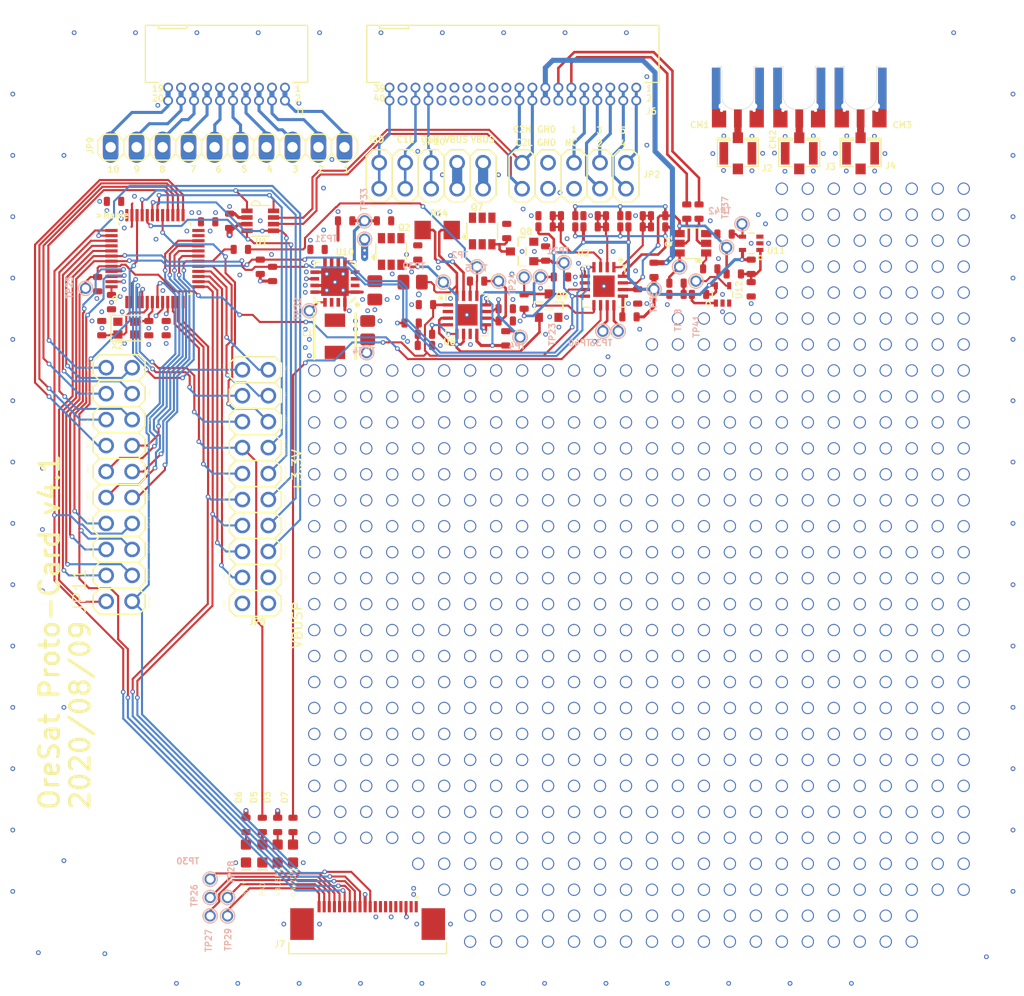
<source format=kicad_pcb>
(kicad_pcb (version 20171130) (host pcbnew "(5.1.10)-1")
  (layers (0 Top signal) (1 Route2 signal) (2 route signal) (31 Bottom signal) (34 B.Paste user) (35 F.Paste user) (36 B.SilkS user) (37 F.SilkS user) (38 B.Mask user) (39 F.Mask user) (44 Edge.Cuts user))
  (net 0 "")
  (net 1 3.3V)
  (net 2 PB7/SDA)
  (net 3 PB6/SCL)
  (net 4 GND)
  (net 5 BOOT0)
  (net 6 OPD_SDA)
  (net 7 N$52)
  (net 8 N$53)
  (net 9 N$54)
  (net 10 N$55)
  (net 11 N$56)
  (net 12 N$57)
  (net 13 N$58)
  (net 14 N$59)
  (net 15 N$60)
  (net 16 N$61)
  (net 17 N$62)
  (net 18 N$63)
  (net 19 N$65)
  (net 20 N$66)
  (net 21 N$67)
  (net 22 N$68)
  (net 23 N$69)
  (net 24 N$70)
  (net 25 N$71)
  (net 26 N$72)
  (net 27 N$73)
  (net 28 N$74)
  (net 29 N$75)
  (net 30 N$76)
  (net 31 N$78)
  (net 32 N$79)
  (net 33 N$80)
  (net 34 N$81)
  (net 35 N$82)
  (net 36 N$83)
  (net 37 N$84)
  (net 38 N$85)
  (net 39 N$86)
  (net 40 N$87)
  (net 41 N$88)
  (net 42 N$89)
  (net 43 N$91)
  (net 44 N$92)
  (net 45 N$93)
  (net 46 N$94)
  (net 47 N$95)
  (net 48 N$96)
  (net 49 N$97)
  (net 50 N$98)
  (net 51 N$99)
  (net 52 N$100)
  (net 53 N$101)
  (net 54 N$102)
  (net 55 N$104)
  (net 56 N$105)
  (net 57 N$106)
  (net 58 N$107)
  (net 59 N$108)
  (net 60 N$109)
  (net 61 N$110)
  (net 62 N$111)
  (net 63 N$112)
  (net 64 N$113)
  (net 65 N$114)
  (net 66 N$115)
  (net 67 N$117)
  (net 68 N$118)
  (net 69 N$119)
  (net 70 N$120)
  (net 71 N$121)
  (net 72 N$122)
  (net 73 N$123)
  (net 74 N$124)
  (net 75 N$125)
  (net 76 N$126)
  (net 77 N$127)
  (net 78 N$128)
  (net 79 N$130)
  (net 80 N$131)
  (net 81 N$132)
  (net 82 N$133)
  (net 83 N$134)
  (net 84 N$135)
  (net 85 N$136)
  (net 86 N$137)
  (net 87 N$138)
  (net 88 N$139)
  (net 89 N$140)
  (net 90 N$141)
  (net 91 N$143)
  (net 92 N$144)
  (net 93 N$145)
  (net 94 N$146)
  (net 95 N$147)
  (net 96 N$148)
  (net 97 N$149)
  (net 98 N$150)
  (net 99 N$151)
  (net 100 N$152)
  (net 101 N$153)
  (net 102 N$154)
  (net 103 N$156)
  (net 104 N$157)
  (net 105 N$158)
  (net 106 N$159)
  (net 107 N$160)
  (net 108 N$161)
  (net 109 N$162)
  (net 110 N$163)
  (net 111 N$164)
  (net 112 N$165)
  (net 113 N$166)
  (net 114 N$167)
  (net 115 N$169)
  (net 116 N$170)
  (net 117 N$171)
  (net 118 N$172)
  (net 119 N$173)
  (net 120 N$174)
  (net 121 N$175)
  (net 122 N$176)
  (net 123 N$177)
  (net 124 N$178)
  (net 125 N$179)
  (net 126 N$180)
  (net 127 N$182)
  (net 128 N$183)
  (net 129 N$184)
  (net 130 N$185)
  (net 131 N$186)
  (net 132 N$187)
  (net 133 N$188)
  (net 134 N$189)
  (net 135 N$190)
  (net 136 N$191)
  (net 137 N$192)
  (net 138 N$193)
  (net 139 N$195)
  (net 140 N$196)
  (net 141 N$197)
  (net 142 N$198)
  (net 143 N$199)
  (net 144 N$200)
  (net 145 N$201)
  (net 146 N$202)
  (net 147 N$203)
  (net 148 N$204)
  (net 149 N$205)
  (net 150 N$206)
  (net 151 N$208)
  (net 152 N$209)
  (net 153 N$210)
  (net 154 N$211)
  (net 155 N$212)
  (net 156 N$213)
  (net 157 N$214)
  (net 158 N$215)
  (net 159 N$216)
  (net 160 N$217)
  (net 161 N$218)
  (net 162 N$219)
  (net 163 N$220)
  (net 164 N$221)
  (net 165 N$222)
  (net 166 N$223)
  (net 167 N$224)
  (net 168 N$225)
  (net 169 N$226)
  (net 170 N$227)
  (net 171 N$228)
  (net 172 N$229)
  (net 173 N$230)
  (net 174 N$231)
  (net 175 N$232)
  (net 176 N$233)
  (net 177 N$234)
  (net 178 N$235)
  (net 179 N$236)
  (net 180 N$237)
  (net 181 N$238)
  (net 182 N$239)
  (net 183 N$240)
  (net 184 N$241)
  (net 185 N$242)
  (net 186 N$243)
  (net 187 N$244)
  (net 188 N$245)
  (net 189 N$246)
  (net 190 N$247)
  (net 191 N$248)
  (net 192 N$249)
  (net 193 N$250)
  (net 194 N$251)
  (net 195 N$252)
  (net 196 N$253)
  (net 197 N$254)
  (net 198 N$255)
  (net 199 N$256)
  (net 200 N$257)
  (net 201 N$258)
  (net 202 N$259)
  (net 203 N$260)
  (net 204 N$261)
  (net 205 N$263)
  (net 206 N$264)
  (net 207 N$265)
  (net 208 N$266)
  (net 209 N$267)
  (net 210 N$268)
  (net 211 N$269)
  (net 212 N$4)
  (net 213 N$5)
  (net 214 N$6)
  (net 215 N$7)
  (net 216 N$8)
  (net 217 N$10)
  (net 218 N$11)
  (net 219 N$12)
  (net 220 N$15)
  (net 221 N$16)
  (net 222 N$18)
  (net 223 N$32)
  (net 224 N$33)
  (net 225 N$34)
  (net 226 N$35)
  (net 227 N$36)
  (net 228 N$37)
  (net 229 N$272)
  (net 230 N$273)
  (net 231 N$274)
  (net 232 N$275)
  (net 233 N$276)
  (net 234 N$277)
  (net 235 N$278)
  (net 236 N$284)
  (net 237 N$285)
  (net 238 N$286)
  (net 239 N$287)
  (net 240 N$288)
  (net 241 N$290)
  (net 242 N$291)
  (net 243 N$292)
  (net 244 N$293)
  (net 245 N$294)
  (net 246 N$295)
  (net 247 N$296)
  (net 248 N$297)
  (net 249 N$298)
  (net 250 N$301)
  (net 251 N$302)
  (net 252 N$303)
  (net 253 N$304)
  (net 254 N$305)
  (net 255 N$306)
  (net 256 N$307)
  (net 257 N$308)
  (net 258 N$309)
  (net 259 N$311)
  (net 260 N$312)
  (net 261 N$313)
  (net 262 N$314)
  (net 263 N$315)
  (net 264 N$316)
  (net 265 N$317)
  (net 266 N$318)
  (net 267 N$319)
  (net 268 N$320)
  (net 269 N$321)
  (net 270 N$322)
  (net 271 N$323)
  (net 272 N$324)
  (net 273 N$325)
  (net 274 N$326)
  (net 275 N$327)
  (net 276 N$328)
  (net 277 N$330)
  (net 278 N$331)
  (net 279 N$332)
  (net 280 N$333)
  (net 281 N$334)
  (net 282 N$335)
  (net 283 N$336)
  (net 284 N$337)
  (net 285 N$338)
  (net 286 N$339)
  (net 287 N$340)
  (net 288 N$341)
  (net 289 N$342)
  (net 290 N$343)
  (net 291 N$344)
  (net 292 N$345)
  (net 293 N$346)
  (net 294 N$347)
  (net 295 N$349)
  (net 296 N$350)
  (net 297 N$351)
  (net 298 N$352)
  (net 299 N$353)
  (net 300 N$354)
  (net 301 N$355)
  (net 302 N$356)
  (net 303 N$357)
  (net 304 N$358)
  (net 305 N$359)
  (net 306 N$360)
  (net 307 N$361)
  (net 308 N$362)
  (net 309 N$363)
  (net 310 N$364)
  (net 311 N$365)
  (net 312 VBUS)
  (net 313 CAN2_L)
  (net 314 CAN2_H)
  (net 315 N$2)
  (net 316 N$3)
  (net 317 N$9)
  (net 318 N$13)
  (net 319 N$14)
  (net 320 N$17)
  (net 321 N$19)
  (net 322 N$20)
  (net 323 N$21)
  (net 324 N$22)
  (net 325 N$23)
  (net 326 N$24)
  (net 327 N$25)
  (net 328 N$26)
  (net 329 N$27)
  (net 330 N$28)
  (net 331 N$29)
  (net 332 N$30)
  (net 333 N$31)
  (net 334 N$38)
  (net 335 N$39)
  (net 336 N$40)
  (net 337 N$41)
  (net 338 N$42)
  (net 339 N$43)
  (net 340 N$44)
  (net 341 N$45)
  (net 342 N$46)
  (net 343 N$47)
  (net 344 N$48)
  (net 345 N$49)
  (net 346 N$50)
  (net 347 N$51)
  (net 348 N$64)
  (net 349 N$77)
  (net 350 N$90)
  (net 351 N$103)
  (net 352 N$116)
  (net 353 N$129)
  (net 354 N$142)
  (net 355 N$155)
  (net 356 N$168)
  (net 357 N$181)
  (net 358 N$194)
  (net 359 N$207)
  (net 360 N$279)
  (net 361 N$280)
  (net 362 N$281)
  (net 363 N$282)
  (net 364 N$283)
  (net 365 N$289)
  (net 366 N$299)
  (net 367 N$310)
  (net 368 N$329)
  (net 369 N$348)
  (net 370 N$366)
  (net 371 N$367)
  (net 372 N$368)
  (net 373 N$369)
  (net 374 N$370)
  (net 375 N$371)
  (net 376 N$372)
  (net 377 N$373)
  (net 378 N$374)
  (net 379 N$375)
  (net 380 N$376)
  (net 381 N$377)
  (net 382 N$378)
  (net 383 N$379)
  (net 384 N$380)
  (net 385 N$381)
  (net 386 N$382)
  (net 387 N$383)
  (net 388 N$384)
  (net 389 N$386)
  (net 390 N$387)
  (net 391 N$388)
  (net 392 N$389)
  (net 393 N$394)
  (net 394 N$408)
  (net 395 N$409)
  (net 396 N$410)
  (net 397 N$411)
  (net 398 N$412)
  (net 399 N$413)
  (net 400 N$414)
  (net 401 N$415)
  (net 402 N$417)
  (net 403 N$419)
  (net 404 N$421)
  (net 405 N$427)
  (net 406 N$428)
  (net 407 N$429)
  (net 408 N$430)
  (net 409 N$431)
  (net 410 N$432)
  (net 411 N$433)
  (net 412 N$434)
  (net 413 N$435)
  (net 414 N$436)
  (net 415 N$437)
  (net 416 N$438)
  (net 417 N$439)
  (net 418 N$440)
  (net 419 N$441)
  (net 420 N$442)
  (net 421 N$443)
  (net 422 N$444)
  (net 423 N$445)
  (net 424 N$446)
  (net 425 N$447)
  (net 426 N$448)
  (net 427 N$449)
  (net 428 N$450)
  (net 429 N$451)
  (net 430 N$452)
  (net 431 N$453)
  (net 432 N$454)
  (net 433 N$455)
  (net 434 N$456)
  (net 435 N$457)
  (net 436 N$458)
  (net 437 N$459)
  (net 438 N$460)
  (net 439 N$461)
  (net 440 N$462)
  (net 441 N$463)
  (net 442 N$464)
  (net 443 N$465)
  (net 444 N$466)
  (net 445 N$467)
  (net 446 N$468)
  (net 447 N$469)
  (net 448 N$470)
  (net 449 N$471)
  (net 450 N$472)
  (net 451 N$473)
  (net 452 N$474)
  (net 453 N$475)
  (net 454 N$476)
  (net 455 N$477)
  (net 456 N$483)
  (net 457 N$484)
  (net 458 N$485)
  (net 459 N$486)
  (net 460 N$487)
  (net 461 N$488)
  (net 462 N$489)
  (net 463 N$490)
  (net 464 N$491)
  (net 465 N$492)
  (net 466 N$493)
  (net 467 N$494)
  (net 468 N$495)
  (net 469 N$496)
  (net 470 N$497)
  (net 471 N$510)
  (net 472 N$511)
  (net 473 N$512)
  (net 474 N$513)
  (net 475 N$514)
  (net 476 N$515)
  (net 477 N$516)
  (net 478 N$517)
  (net 479 N$542)
  (net 480 N$543)
  (net 481 N$544)
  (net 482 N$545)
  (net 483 N$546)
  (net 484 N$547)
  (net 485 N$548)
  (net 486 N$549)
  (net 487 N$550)
  (net 488 N$551)
  (net 489 N$552)
  (net 490 N$553)
  (net 491 N$554)
  (net 492 N$555)
  (net 493 N$556)
  (net 494 N$557)
  (net 495 N$390)
  (net 496 N$391)
  (net 497 N$392)
  (net 498 N$395)
  (net 499 N$396)
  (net 500 N$397)
  (net 501 N$416)
  (net 502 N$418)
  (net 503 N$420)
  (net 504 N$422)
  (net 505 N$423)
  (net 506 N$424)
  (net 507 N$425)
  (net 508 N$426)
  (net 509 N$481)
  (net 510 N$558)
  (net 511 N$561)
  (net 512 N$562)
  (net 513 N$566)
  (net 514 N$567)
  (net 515 N$568)
  (net 516 N$569)
  (net 517 N$570)
  (net 518 N$571)
  (net 519 N$572)
  (net 520 N$576)
  (net 521 OPD_SCL)
  (net 522 OPD_PWR)
  (net 523 N$399)
  (net 524 N$478)
  (net 525 POUT)
  (net 526 N$402)
  (net 527 N$403)
  (net 528 N$404)
  (net 529 N$405)
  (net 530 N$407)
  (net 531 N$482)
  (net 532 N$498)
  (net 533 N$499)
  (net 534 N$500)
  (net 535 N$501)
  (net 536 N$502)
  (net 537 N$503)
  (net 538 N$504)
  (net 539 N$505)
  (net 540 N$506)
  (net 541 N$507)
  (net 542 N$508)
  (net 543 VPD)
  (net 544 N$270)
  (net 545 VBUSP)
  (net 546 N$1)
  (net 547 N$271)
  (net 548 N$385)
  (net 549 N$393)
  (net 550 "Net-(CM1-PadRF)")
  (net 551 "Net-(CM2-PadRF)")
  (net 552 "Net-(CM3-PadRF)")
  (net 553 /Connectors/~SD)
  (net 554 /Connectors/C3-UART-RX)
  (net 555 /Connectors/C3-UART-TX)
  (net 556 /Connectors/CAN1_L)
  (net 557 /Connectors/CAN1_H)
  (net 558 /Connectors/SPARE1)
  (net 559 /Connectors/SPARE2)
  (net 560 /Connectors/SPARE3)
  (net 561 /Connectors/SPARE4)
  (net 562 /Connectors/SPARE5)
  (net 563 /Connectors/AUX_~SHUTDOWN)
  (net 564 /Connectors/AUX-9)
  (net 565 /Connectors/AUX-8)
  (net 566 /Connectors/AUX-7)
  (net 567 /Connectors/AUX-6)
  (net 568 /Connectors/AUX-5)
  (net 569 /Connectors/AUX-4)
  (net 570 /Connectors/AUX-3)
  (net 571 /Connectors/AUX-2)
  (net 572 /Connectors/AUX-1)
  (net 573 "Net-(JP2-Pad6)")
  (net 574 "Net-(D3-PadA)")
  (net 575 "Net-(D6-PadA)")
  (net 576 /Power/PEN-SDA-FILT)
  (net 577 /Power/PEN-SCL-FILT)
  (net 578 "Net-(R61-Pad1)")
  (net 579 "Net-(TP36-Pad1)")
  (net 580 "Net-(TP40-Pad1)")
  (net 581 /Power/CB-RESET)
  (net 582 /Power/ON/~OFF)
  (net 583 /Power/~FAULT)
  (net 584 /Power/AD2)
  (net 585 /Power/AD1)
  (net 586 /Power/AD0)
  (net 587 "Net-(C1-Pad1)")
  (net 588 "Net-(Q2-Pad5)")
  (net 589 "Net-(R66-Pad2)")
  (net 590 "Net-(R68-Pad2)")
  (net 591 "Net-(R68-Pad1)")
  (net 592 "Net-(R66-Pad1)")
  (net 593 /Power/CB_CTRL)
  (net 594 "Net-(R72-Pad1)")
  (net 595 "Net-(Q1-Pad5)")
  (net 596 "Net-(Q7-Pad1)")
  (net 597 "Net-(C8-Pad1)")
  (net 598 "Net-(L1-Pad1)")
  (net 599 "Net-(TP32-Pad1)")
  (net 600 "Net-(R74-Pad1)")
  (net 601 "Net-(D7-PadA)")
  (net 602 "Net-(Q1-Pad1)")
  (net 603 "Net-(Q1-Pad3)")
  (net 604 "Net-(Q1-Pad2)")
  (net 605 "Net-(R77-Pad1)")
  (net 606 "Net-(C22-Pad1)")
  (net 607 "Net-(R81-Pad1)")
  (net 608 "Net-(C23-Pad1)")
  (net 609 "Net-(C15-Pad1)")
  (net 610 "Net-(C18-Pad1)")
  (net 611 /Microcontroller/PA9/CAN_SILENT)
  (net 612 /Microcontroller/CAN_SHDN)
  (net 613 /Microcontroller/CAN_RX)
  (net 614 /Microcontroller/CAN_TX)
  (net 615 /Microcontroller/PB9)
  (net 616 /Microcontroller/PB8)
  (net 617 /Microcontroller/PB5)
  (net 618 /Microcontroller/PB4)
  (net 619 /Microcontroller/PB3)
  (net 620 /Microcontroller/PA15)
  (net 621 /Microcontroller/SWCLK)
  (net 622 /Microcontroller/SWDIO)
  (net 623 /Microcontroller/PA8)
  (net 624 /Microcontroller/PB15)
  (net 625 /Microcontroller/PB14)
  (net 626 /Microcontroller/PB13)
  (net 627 /Microcontroller/PB12)
  (net 628 /Microcontroller/PB11)
  (net 629 /Microcontroller/PB10)
  (net 630 /Microcontroller/PB2)
  (net 631 /Microcontroller/PB1)
  (net 632 /Microcontroller/PB0/POUTPROT)
  (net 633 /Microcontroller/PA7/SPI1_MOSI)
  (net 634 /Microcontroller/PA6/SPI1_MISO)
  (net 635 /Microcontroller/PA5/SPI1_SCK)
  (net 636 /Microcontroller/PA4)
  (net 637 /Microcontroller/PA3/USART2_RX)
  (net 638 /Microcontroller/PA2/USART2_TX)
  (net 639 /Microcontroller/PA1)
  (net 640 /Microcontroller/PA0)
  (net 641 /Microcontroller/NRESET)
  (net 642 /Microcontroller/PC15)
  (net 643 /Microcontroller/PC14)
  (net 644 /Microcontroller/PC13)
  (net 645 "Net-(JP8-Pad20)")
  (net 646 "Net-(JP8-Pad18)")
  (net 647 "Net-(D5-PadA)")
  (net 648 "Net-(J7-Pad20)")
  (net 649 "Net-(J7-Pad19)")
  (net 650 "Net-(J7-Pad18)")
  (net 651 "Net-(J7-Pad17)")
  (net 652 "Net-(J7-Pad16)")
  (net 653 "Net-(J7-Pad8)")
  (net 654 "Net-(J7-Pad7)")
  (net 655 "Net-(J7-Pad5)")
  (net 656 "Net-(J7-Pad4)")
  (module oresat-proto-card:U.FL (layer Top) (at 170.5011 70.1036 90)
    (fp_text reference J2 (at -1.8 2.25) (layer F.SilkS) (effects (font (size 0.60325 0.60325) (thickness 0.12065)) (justify left bottom)))
    (fp_text value U.FL)
    (pad NC smd rect (at -1.525 0 90) (size 1.05 1) (layers Top F.Paste F.Mask))
    (pad FEED smd rect (at 1.525 0 90) (size 1.05 1) (layers Top F.Paste F.Mask) (net 550 "Net-(CM1-PadRF)"))
    (pad 2 smd rect (at 0 1.375 90) (size 2.2 0.85) (layers Top F.Paste F.Mask) (net 4 GND))
    (pad 1 smd rect (at 0 -1.375 90) (size 2.2 0.85) (layers Top F.Paste F.Mask) (net 4 GND))
  )
  (module oresat-proto-card:U.FL (layer Top) (at 176.5011 70.1036 90)
    (fp_text reference J3 (at -1.66 2.43) (layer F.SilkS) (effects (font (size 0.60325 0.60325) (thickness 0.12065)) (justify left bottom)))
    (fp_text value U.FL)
    (pad NC smd rect (at -1.525 0 90) (size 1.05 1) (layers Top F.Paste F.Mask))
    (pad FEED smd rect (at 1.525 0 90) (size 1.05 1) (layers Top F.Paste F.Mask) (net 551 "Net-(CM2-PadRF)"))
    (pad 2 smd rect (at 0 1.375 90) (size 2.2 0.85) (layers Top F.Paste F.Mask) (net 4 GND))
    (pad 1 smd rect (at 0 -1.375 90) (size 2.2 0.85) (layers Top F.Paste F.Mask) (net 4 GND))
  )
  (module oresat-proto-card:U.FL (layer Top) (at 182.5011 70.1036 90)
    (fp_text reference J4 (at -1.56 2.33) (layer F.SilkS) (effects (font (size 0.60325 0.60325) (thickness 0.12065)) (justify left bottom)))
    (fp_text value U.FL)
    (pad NC smd rect (at -1.525 0 90) (size 1.05 1) (layers Top F.Paste F.Mask))
    (pad FEED smd rect (at 1.525 0 90) (size 1.05 1) (layers Top F.Paste F.Mask) (net 552 "Net-(CM3-PadRF)"))
    (pad 2 smd rect (at 0 1.375 90) (size 2.2 0.85) (layers Top F.Paste F.Mask) (net 4 GND))
    (pad 1 smd rect (at 0 -1.375 90) (size 2.2 0.85) (layers Top F.Paste F.Mask) (net 4 GND))
  )
  (module oresat-proto-card:STAND-OFF-TIGHT (layer Top) (at 191.6011 63.3036)
    (fp_text reference H2 hide)
    (fp_text value STAND-OFFTIGHT)
    (pad "" np_thru_hole circle (at 0 0) (size 3.048 3.048) (drill 3.048) (layers *.Cu *.Mask))
  )
  (module oresat-proto-card:STAND-OFF-TIGHT (layer Top) (at 104.6011 63.3036)
    (fp_text reference H3 hide)
    (fp_text value STAND-OFFTIGHT)
    (pad "" np_thru_hole circle (at 0 0) (size 3.048 3.048) (drill 3.048) (layers *.Cu *.Mask))
  )
  (module oresat-proto-card:J-SAMTEC-TFM-120-X1-XXX-D-RA (layer Top) (at 148.5011 64.3096)
    (fp_text reference J6 (at 12.954 2.032) (layer F.SilkS) (effects (font (size 0.60325 0.60325) (thickness 0.12065)) (justify left bottom)))
    (fp_text value J-SAMTEC-TFM-120-X1-XXX-D-RA hide)
    (fp_text user 40 (at -13.716 0.762) (layer F.SilkS) (effects (font (size 0.60325 0.60325) (thickness 0.127)) (justify left bottom)))
    (fp_text user 39 (at -13.716 -0.1905) (layer F.SilkS) (effects (font (size 0.60325 0.60325) (thickness 0.127)) (justify left bottom)))
    (fp_text user 2 (at 12.954 0.762) (layer F.SilkS) (effects (font (size 0.60325 0.60325) (thickness 0.127)) (justify left bottom)))
    (fp_text user 1 (at 12.954 -0.1905) (layer F.SilkS) (effects (font (size 0.60325 0.60325) (thickness 0.127)) (justify left bottom)))
    (pad 40 thru_hole circle (at -12.065 0.635 270) (size 0.9652 0.9652) (drill 0.635) (layers *.Cu *.Mask) (net 553 /Connectors/~SD))
    (pad 39 thru_hole circle (at -12.065 -0.635 90) (size 0.9652 0.9652) (drill 0.635) (layers *.Cu *.Mask) (net 553 /Connectors/~SD))
    (pad 38 thru_hole circle (at -10.795 0.635 270) (size 0.9652 0.9652) (drill 0.635) (layers *.Cu *.Mask) (net 554 /Connectors/C3-UART-RX))
    (pad 37 thru_hole circle (at -10.795 -0.635 90) (size 0.9652 0.9652) (drill 0.635) (layers *.Cu *.Mask) (net 555 /Connectors/C3-UART-TX))
    (pad 36 thru_hole circle (at -9.525 0.635 270) (size 0.9652 0.9652) (drill 0.635) (layers *.Cu *.Mask) (net 556 /Connectors/CAN1_L))
    (pad 35 thru_hole circle (at -9.525 -0.635 90) (size 0.9652 0.9652) (drill 0.635) (layers *.Cu *.Mask) (net 556 /Connectors/CAN1_L))
    (pad 34 thru_hole circle (at -8.255 0.635 270) (size 0.9652 0.9652) (drill 0.635) (layers *.Cu *.Mask) (net 557 /Connectors/CAN1_H))
    (pad 33 thru_hole circle (at -8.255 -0.635 90) (size 0.9652 0.9652) (drill 0.635) (layers *.Cu *.Mask) (net 557 /Connectors/CAN1_H))
    (pad 32 thru_hole circle (at -6.985 0.635 270) (size 0.9652 0.9652) (drill 0.635) (layers *.Cu *.Mask) (net 4 GND))
    (pad 31 thru_hole circle (at -6.985 -0.635 90) (size 0.9652 0.9652) (drill 0.635) (layers *.Cu *.Mask) (net 4 GND))
    (pad 30 thru_hole circle (at -5.715 0.635 270) (size 0.9652 0.9652) (drill 0.635) (layers *.Cu *.Mask) (net 4 GND))
    (pad 29 thru_hole circle (at -5.715 -0.635 90) (size 0.9652 0.9652) (drill 0.635) (layers *.Cu *.Mask) (net 4 GND))
    (pad 28 thru_hole circle (at -4.445 0.635 270) (size 0.9652 0.9652) (drill 0.635) (layers *.Cu *.Mask) (net 4 GND))
    (pad 27 thru_hole circle (at -4.445 -0.635 90) (size 0.9652 0.9652) (drill 0.635) (layers *.Cu *.Mask) (net 4 GND))
    (pad 26 thru_hole circle (at -3.175 0.635 270) (size 0.9652 0.9652) (drill 0.635) (layers *.Cu *.Mask) (net 312 VBUS))
    (pad 25 thru_hole circle (at -3.175 -0.635 90) (size 0.9652 0.9652) (drill 0.635) (layers *.Cu *.Mask) (net 312 VBUS))
    (pad 24 thru_hole circle (at -1.905 0.635 270) (size 0.9652 0.9652) (drill 0.635) (layers *.Cu *.Mask) (net 312 VBUS))
    (pad 23 thru_hole circle (at -1.905 -0.635 90) (size 0.9652 0.9652) (drill 0.635) (layers *.Cu *.Mask) (net 312 VBUS))
    (pad 22 thru_hole circle (at -0.635 0.635 270) (size 0.9652 0.9652) (drill 0.635) (layers *.Cu *.Mask) (net 312 VBUS))
    (pad 21 thru_hole circle (at -0.635 -0.635 90) (size 0.9652 0.9652) (drill 0.635) (layers *.Cu *.Mask) (net 312 VBUS))
    (pad 20 thru_hole circle (at 0.635 0.635 270) (size 0.9652 0.9652) (drill 0.635) (layers *.Cu *.Mask) (net 313 CAN2_L))
    (pad 19 thru_hole circle (at 0.635 -0.635 90) (size 0.9652 0.9652) (drill 0.635) (layers *.Cu *.Mask) (net 313 CAN2_L))
    (pad 18 thru_hole circle (at 1.905 0.635 270) (size 0.9652 0.9652) (drill 0.635) (layers *.Cu *.Mask) (net 314 CAN2_H))
    (pad 17 thru_hole circle (at 1.905 -0.635 90) (size 0.9652 0.9652) (drill 0.635) (layers *.Cu *.Mask) (net 314 CAN2_H))
    (pad 16 thru_hole circle (at 3.175 0.635 270) (size 0.9652 0.9652) (drill 0.635) (layers *.Cu *.Mask) (net 522 OPD_PWR))
    (pad 15 thru_hole circle (at 3.175 -0.635 90) (size 0.9652 0.9652) (drill 0.635) (layers *.Cu *.Mask) (net 522 OPD_PWR))
    (pad 14 thru_hole circle (at 4.445 0.635 270) (size 0.9652 0.9652) (drill 0.635) (layers *.Cu *.Mask) (net 521 OPD_SCL))
    (pad 13 thru_hole circle (at 4.445 -0.635 90) (size 0.9652 0.9652) (drill 0.635) (layers *.Cu *.Mask) (net 521 OPD_SCL))
    (pad 12 thru_hole circle (at 5.715 0.635 270) (size 0.9652 0.9652) (drill 0.635) (layers *.Cu *.Mask) (net 6 OPD_SDA))
    (pad 11 thru_hole circle (at 5.715 -0.635 90) (size 0.9652 0.9652) (drill 0.635) (layers *.Cu *.Mask) (net 6 OPD_SDA))
    (pad 10 thru_hole circle (at 6.985 0.635 270) (size 0.9652 0.9652) (drill 0.635) (layers *.Cu *.Mask) (net 558 /Connectors/SPARE1))
    (pad 9 thru_hole circle (at 6.985 -0.635 90) (size 0.9652 0.9652) (drill 0.635) (layers *.Cu *.Mask) (net 558 /Connectors/SPARE1))
    (pad 8 thru_hole circle (at 8.255 0.635 270) (size 0.9652 0.9652) (drill 0.635) (layers *.Cu *.Mask) (net 559 /Connectors/SPARE2))
    (pad 7 thru_hole circle (at 8.255 -0.635 90) (size 0.9652 0.9652) (drill 0.635) (layers *.Cu *.Mask) (net 559 /Connectors/SPARE2))
    (pad 6 thru_hole circle (at 9.525 0.635 270) (size 0.9652 0.9652) (drill 0.635) (layers *.Cu *.Mask) (net 560 /Connectors/SPARE3))
    (pad 5 thru_hole circle (at 9.525 -0.635 90) (size 0.9652 0.9652) (drill 0.635) (layers *.Cu *.Mask) (net 560 /Connectors/SPARE3))
    (pad 4 thru_hole circle (at 10.795 0.635 270) (size 0.9652 0.9652) (drill 0.635) (layers *.Cu *.Mask) (net 561 /Connectors/SPARE4))
    (pad 3 thru_hole circle (at 10.795 -0.635 90) (size 0.9652 0.9652) (drill 0.635) (layers *.Cu *.Mask) (net 561 /Connectors/SPARE4))
    (pad 2 thru_hole circle (at 12.065 0.635 270) (size 0.9652 0.9652) (drill 0.635) (layers *.Cu *.Mask) (net 562 /Connectors/SPARE5))
    (pad 1 thru_hole circle (at 12.065 -0.635 90) (size 0.9652 0.9652) (drill 0.635) (layers *.Cu *.Mask) (net 562 /Connectors/SPARE5))
  )
  (module oresat-proto-card:J-SAMTEC-TFM-110-X1-XXX-D-RA (layer Top) (at 120.5011 64.3096)
    (fp_text reference J1 (at 6.604 2.032) (layer F.SilkS) (effects (font (size 0.60325 0.60325) (thickness 0.12065)) (justify left bottom)))
    (fp_text value J-SAMTEC-TFM-110-X1-XXX-D-RA hide)
    (fp_text user 20 (at -7.366 0.762) (layer F.SilkS) (effects (font (size 0.60325 0.60325) (thickness 0.127)) (justify left bottom)))
    (fp_text user 19 (at -7.366 -0.1905) (layer F.SilkS) (effects (font (size 0.60325 0.60325) (thickness 0.127)) (justify left bottom)))
    (fp_text user 2 (at 6.604 0.762) (layer F.SilkS) (effects (font (size 0.60325 0.60325) (thickness 0.127)) (justify left bottom)))
    (fp_text user 1 (at 6.604 -0.1905) (layer F.SilkS) (effects (font (size 0.60325 0.60325) (thickness 0.127)) (justify left bottom)))
    (pad 20 thru_hole circle (at -5.715 0.635 270) (size 0.9652 0.9652) (drill 0.635) (layers *.Cu *.Mask) (net 563 /Connectors/AUX_~SHUTDOWN))
    (pad 19 thru_hole circle (at -5.715 -0.635 90) (size 0.9652 0.9652) (drill 0.635) (layers *.Cu *.Mask) (net 563 /Connectors/AUX_~SHUTDOWN))
    (pad 18 thru_hole circle (at -4.445 0.635 270) (size 0.9652 0.9652) (drill 0.635) (layers *.Cu *.Mask) (net 564 /Connectors/AUX-9))
    (pad 17 thru_hole circle (at -4.445 -0.635 90) (size 0.9652 0.9652) (drill 0.635) (layers *.Cu *.Mask) (net 564 /Connectors/AUX-9))
    (pad 16 thru_hole circle (at -3.175 0.635 270) (size 0.9652 0.9652) (drill 0.635) (layers *.Cu *.Mask) (net 565 /Connectors/AUX-8))
    (pad 15 thru_hole circle (at -3.175 -0.635 90) (size 0.9652 0.9652) (drill 0.635) (layers *.Cu *.Mask) (net 565 /Connectors/AUX-8))
    (pad 14 thru_hole circle (at -1.905 0.635 270) (size 0.9652 0.9652) (drill 0.635) (layers *.Cu *.Mask) (net 566 /Connectors/AUX-7))
    (pad 13 thru_hole circle (at -1.905 -0.635 90) (size 0.9652 0.9652) (drill 0.635) (layers *.Cu *.Mask) (net 566 /Connectors/AUX-7))
    (pad 12 thru_hole circle (at -0.635 0.635 270) (size 0.9652 0.9652) (drill 0.635) (layers *.Cu *.Mask) (net 567 /Connectors/AUX-6))
    (pad 11 thru_hole circle (at -0.635 -0.635 90) (size 0.9652 0.9652) (drill 0.635) (layers *.Cu *.Mask) (net 567 /Connectors/AUX-6))
    (pad 10 thru_hole circle (at 0.635 0.635 270) (size 0.9652 0.9652) (drill 0.635) (layers *.Cu *.Mask) (net 568 /Connectors/AUX-5))
    (pad 9 thru_hole circle (at 0.635 -0.635 90) (size 0.9652 0.9652) (drill 0.635) (layers *.Cu *.Mask) (net 568 /Connectors/AUX-5))
    (pad 8 thru_hole circle (at 1.905 0.635 270) (size 0.9652 0.9652) (drill 0.635) (layers *.Cu *.Mask) (net 569 /Connectors/AUX-4))
    (pad 7 thru_hole circle (at 1.905 -0.635 90) (size 0.9652 0.9652) (drill 0.635) (layers *.Cu *.Mask) (net 569 /Connectors/AUX-4))
    (pad 6 thru_hole circle (at 3.175 0.635 270) (size 0.9652 0.9652) (drill 0.635) (layers *.Cu *.Mask) (net 570 /Connectors/AUX-3))
    (pad 5 thru_hole circle (at 3.175 -0.635 90) (size 0.9652 0.9652) (drill 0.635) (layers *.Cu *.Mask) (net 570 /Connectors/AUX-3))
    (pad 4 thru_hole circle (at 4.445 0.635 270) (size 0.9652 0.9652) (drill 0.635) (layers *.Cu *.Mask) (net 571 /Connectors/AUX-2))
    (pad 3 thru_hole circle (at 4.445 -0.635 90) (size 0.9652 0.9652) (drill 0.635) (layers *.Cu *.Mask) (net 571 /Connectors/AUX-2))
    (pad 2 thru_hole circle (at 5.715 0.635 270) (size 0.9652 0.9652) (drill 0.635) (layers *.Cu *.Mask) (net 572 /Connectors/AUX-1))
    (pad 1 thru_hole circle (at 5.715 -0.635 90) (size 0.9652 0.9652) (drill 0.635) (layers *.Cu *.Mask) (net 572 /Connectors/AUX-1))
  )
  (module oresat-proto-card:1X10 (layer Top) (at 120.6011 69.5036 180)
    (fp_text reference JP9 (at 13.0788 -0.7262 90) (layer F.SilkS) (effects (font (size 0.60325 0.60325) (thickness 0.12065)) (justify left bottom)))
    (fp_text value PINHD-1X10)
    (pad 10 thru_hole oval (at 11.43 0 270) (size 3.048 1.524) (drill 1.016) (layers *.Cu *.Mask) (net 563 /Connectors/AUX_~SHUTDOWN))
    (pad 9 thru_hole oval (at 8.89 0 270) (size 3.048 1.524) (drill 1.016) (layers *.Cu *.Mask) (net 564 /Connectors/AUX-9))
    (pad 8 thru_hole oval (at 6.35 0 270) (size 3.048 1.524) (drill 1.016) (layers *.Cu *.Mask) (net 565 /Connectors/AUX-8))
    (pad 7 thru_hole oval (at 3.81 0 270) (size 3.048 1.524) (drill 1.016) (layers *.Cu *.Mask) (net 566 /Connectors/AUX-7))
    (pad 6 thru_hole oval (at 1.27 0 270) (size 3.048 1.524) (drill 1.016) (layers *.Cu *.Mask) (net 567 /Connectors/AUX-6))
    (pad 5 thru_hole oval (at -1.27 0 270) (size 3.048 1.524) (drill 1.016) (layers *.Cu *.Mask) (net 568 /Connectors/AUX-5))
    (pad 4 thru_hole oval (at -3.81 0 270) (size 3.048 1.524) (drill 1.016) (layers *.Cu *.Mask) (net 569 /Connectors/AUX-4))
    (pad 3 thru_hole oval (at -6.35 0 270) (size 3.048 1.524) (drill 1.016) (layers *.Cu *.Mask) (net 570 /Connectors/AUX-3))
    (pad 2 thru_hole oval (at -8.89 0 270) (size 3.048 1.524) (drill 1.016) (layers *.Cu *.Mask) (net 571 /Connectors/AUX-2))
    (pad 1 thru_hole oval (at -11.43 0 270) (size 3.048 1.524) (drill 1.016) (layers *.Cu *.Mask) (net 572 /Connectors/AUX-1))
  )
  (module oresat-proto-card:2X05 (layer Top) (at 140.5111 72.2936 180)
    (fp_text reference JP10 (at 0.91 2.99) (layer F.SilkS) (effects (font (size 0.60325 0.60325) (thickness 0.12065)) (justify left bottom)))
    (fp_text value PINHD-2X5)
    (pad 10 thru_hole circle (at 5.08 -1.27 180) (size 1.524 1.524) (drill 1.016) (layers *.Cu *.Mask) (net 553 /Connectors/~SD))
    (pad 9 thru_hole circle (at 5.08 1.27 180) (size 1.524 1.524) (drill 1.016) (layers *.Cu *.Mask) (net 553 /Connectors/~SD))
    (pad 8 thru_hole circle (at 2.54 -1.27 180) (size 1.524 1.524) (drill 1.016) (layers *.Cu *.Mask) (net 556 /Connectors/CAN1_L))
    (pad 7 thru_hole circle (at 2.54 1.27 180) (size 1.524 1.524) (drill 1.016) (layers *.Cu *.Mask) (net 556 /Connectors/CAN1_L))
    (pad 6 thru_hole circle (at 0 -1.27 180) (size 1.524 1.524) (drill 1.016) (layers *.Cu *.Mask) (net 557 /Connectors/CAN1_H))
    (pad 5 thru_hole circle (at 0 1.27 180) (size 1.524 1.524) (drill 1.016) (layers *.Cu *.Mask) (net 557 /Connectors/CAN1_H))
    (pad 4 thru_hole circle (at -2.54 -1.27 180) (size 1.524 1.524) (drill 1.016) (layers *.Cu *.Mask) (net 312 VBUS))
    (pad 3 thru_hole circle (at -2.54 1.27 180) (size 1.524 1.524) (drill 1.016) (layers *.Cu *.Mask) (net 312 VBUS))
    (pad 2 thru_hole circle (at -5.08 -1.27 180) (size 1.524 1.524) (drill 1.016) (layers *.Cu *.Mask) (net 312 VBUS))
    (pad 1 thru_hole circle (at -5.08 1.27 180) (size 1.524 1.524) (drill 1.016) (layers *.Cu *.Mask) (net 312 VBUS))
  )
  (module oresat-proto-card:J-MOLEX-SMPM-073300-003X (layer Top) (at 170.5011 61.6036)
    (fp_text reference CM1 (at -4.75 6.06) (layer F.SilkS) (effects (font (size 0.60325 0.60325) (thickness 0.12065)) (justify left bottom)))
    (fp_text value J-MOLEX-SMPM-73300-003X hide)
    (fp_poly (pts (xy 2.54 4.191) (xy 2.54 0.127) (xy 1.7018 0.127) (xy 1.7018 4.191)) (layer Bottom) (width 0))
    (fp_poly (pts (xy -2.54 4.191) (xy -1.7018 4.191) (xy -1.7018 0.127) (xy -2.54 0.127)) (layer Bottom) (width 0))
    (fp_line (start 1.5748 0) (end 2 0) (layer Edge.Cuts) (width 0.05))
    (fp_line (start 1.5748 2.921) (end 1.5748 0) (layer Edge.Cuts) (width 0.05))
    (fp_arc (start 0.304799 2.921) (end 0.3048 4.191) (angle -90) (layer Edge.Cuts) (width 0.05))
    (fp_line (start -0.3048 4.191) (end 0.3048 4.191) (layer Edge.Cuts) (width 0.05))
    (fp_arc (start -0.304799 2.921) (end -1.5748 2.921) (angle -90) (layer Edge.Cuts) (width 0.05))
    (fp_line (start -1.5748 0) (end -1.5748 2.921) (layer Edge.Cuts) (width 0.05))
    (fp_line (start -2 0) (end -1.5748 0) (layer Edge.Cuts) (width 0.05))
    (fp_poly (pts (xy -1.143 4.318) (xy -1.7018 4.318) (xy -1.7018 0.127) (xy -2.54 0.127) (xy -2.54 5.969) (xy -1.143 5.969)) (layer Top) (width 0))
    (fp_poly (pts (xy 1.143 4.318) (xy 1.143 5.969) (xy 2.54 5.969) (xy 2.54 0.127) (xy 1.7018 0.127) (xy 1.7018 4.318)) (layer Top) (width 0))
    (pad "" np_thru_hole circle (at -1.5875 3.8862) (size 0.6096 0.6096) (drill 0.6096) (layers *.Cu *.Mask))
    (pad "" np_thru_hole circle (at 1.5875 3.8862) (size 0.6096 0.6096) (drill 0.6096) (layers *.Cu *.Mask))
    (pad P$4 smd rect (at 2.032 1.778 180) (size 0.508 0.508) (layers Bottom B.Mask) (net 4 GND))
    (pad P$1 smd rect (at -1.778 5.08) (size 0.508 0.508) (layers Top F.Mask) (net 4 GND))
    (pad P$3 smd rect (at -2.032 1.778 180) (size 0.508 0.508) (layers Bottom B.Mask) (net 4 GND))
    (pad P$2 smd rect (at 1.778 5.08) (size 0.508 0.508) (layers Top F.Mask) (net 4 GND))
    (pad RF smd rect (at 0 5.08) (size 0.762 1.778) (layers Top F.Mask) (net 550 "Net-(CM1-PadRF)"))
  )
  (module oresat-proto-card:J-MOLEX-SMPM-073300-003X (layer Top) (at 176.5011 61.6036)
    (fp_text reference CM2 (at -2.233 8.157 90) (layer F.SilkS) (effects (font (size 0.60325 0.60325) (thickness 0.12065)) (justify left bottom)))
    (fp_text value J-MOLEX-SMPM-73300-003X hide)
    (fp_poly (pts (xy 2.54 4.191) (xy 2.54 0.127) (xy 1.7018 0.127) (xy 1.7018 4.191)) (layer Bottom) (width 0))
    (fp_poly (pts (xy -2.54 4.191) (xy -1.7018 4.191) (xy -1.7018 0.127) (xy -2.54 0.127)) (layer Bottom) (width 0))
    (fp_line (start 1.5748 0) (end 2 0) (layer Edge.Cuts) (width 0.05))
    (fp_line (start 1.5748 2.921) (end 1.5748 0) (layer Edge.Cuts) (width 0.05))
    (fp_arc (start 0.304799 2.921) (end 0.3048 4.191) (angle -90) (layer Edge.Cuts) (width 0.05))
    (fp_line (start -0.3048 4.191) (end 0.3048 4.191) (layer Edge.Cuts) (width 0.05))
    (fp_arc (start -0.304799 2.921) (end -1.5748 2.921) (angle -90) (layer Edge.Cuts) (width 0.05))
    (fp_line (start -1.5748 0) (end -1.5748 2.921) (layer Edge.Cuts) (width 0.05))
    (fp_line (start -2 0) (end -1.5748 0) (layer Edge.Cuts) (width 0.05))
    (fp_poly (pts (xy -1.143 4.318) (xy -1.7018 4.318) (xy -1.7018 0.127) (xy -2.54 0.127) (xy -2.54 5.969) (xy -1.143 5.969)) (layer Top) (width 0))
    (fp_poly (pts (xy 1.143 4.318) (xy 1.143 5.969) (xy 2.54 5.969) (xy 2.54 0.127) (xy 1.7018 0.127) (xy 1.7018 4.318)) (layer Top) (width 0))
    (pad "" np_thru_hole circle (at -1.5875 3.8862) (size 0.6096 0.6096) (drill 0.6096) (layers *.Cu *.Mask))
    (pad "" np_thru_hole circle (at 1.5875 3.8862) (size 0.6096 0.6096) (drill 0.6096) (layers *.Cu *.Mask))
    (pad P$4 smd rect (at 2.032 1.778 180) (size 0.508 0.508) (layers Bottom B.Mask) (net 4 GND))
    (pad P$1 smd rect (at -1.778 5.08) (size 0.508 0.508) (layers Top F.Mask) (net 4 GND))
    (pad P$3 smd rect (at -2.032 1.778 180) (size 0.508 0.508) (layers Bottom B.Mask) (net 4 GND))
    (pad P$2 smd rect (at 1.778 5.08) (size 0.508 0.508) (layers Top F.Mask) (net 4 GND))
    (pad RF smd rect (at 0 5.08) (size 0.762 1.778) (layers Top F.Mask) (net 551 "Net-(CM2-PadRF)"))
  )
  (module oresat-proto-card:J-MOLEX-SMPM-073300-003X (layer Top) (at 182.5011 61.6036)
    (fp_text reference CM3 (at 3.053 6.077) (layer F.SilkS) (effects (font (size 0.60325 0.60325) (thickness 0.12065)) (justify left bottom)))
    (fp_text value J-MOLEX-SMPM-73300-003X hide)
    (fp_poly (pts (xy 2.54 4.191) (xy 2.54 0.127) (xy 1.7018 0.127) (xy 1.7018 4.191)) (layer Bottom) (width 0))
    (fp_poly (pts (xy -2.54 4.191) (xy -1.7018 4.191) (xy -1.7018 0.127) (xy -2.54 0.127)) (layer Bottom) (width 0))
    (fp_line (start 1.5748 0) (end 2 0) (layer Edge.Cuts) (width 0.05))
    (fp_line (start 1.5748 2.921) (end 1.5748 0) (layer Edge.Cuts) (width 0.05))
    (fp_arc (start 0.304799 2.921) (end 0.3048 4.191) (angle -90) (layer Edge.Cuts) (width 0.05))
    (fp_line (start -0.3048 4.191) (end 0.3048 4.191) (layer Edge.Cuts) (width 0.05))
    (fp_arc (start -0.304799 2.921) (end -1.5748 2.921) (angle -90) (layer Edge.Cuts) (width 0.05))
    (fp_line (start -1.5748 0) (end -1.5748 2.921) (layer Edge.Cuts) (width 0.05))
    (fp_line (start -2 0) (end -1.5748 0) (layer Edge.Cuts) (width 0.05))
    (fp_poly (pts (xy -1.143 4.318) (xy -1.7018 4.318) (xy -1.7018 0.127) (xy -2.54 0.127) (xy -2.54 5.969) (xy -1.143 5.969)) (layer Top) (width 0))
    (fp_poly (pts (xy 1.143 4.318) (xy 1.143 5.969) (xy 2.54 5.969) (xy 2.54 0.127) (xy 1.7018 0.127) (xy 1.7018 4.318)) (layer Top) (width 0))
    (pad "" np_thru_hole circle (at -1.5875 3.8862) (size 0.6096 0.6096) (drill 0.6096) (layers *.Cu *.Mask))
    (pad "" np_thru_hole circle (at 1.5875 3.8862) (size 0.6096 0.6096) (drill 0.6096) (layers *.Cu *.Mask))
    (pad P$4 smd rect (at 2.032 1.778 180) (size 0.508 0.508) (layers Bottom B.Mask) (net 4 GND))
    (pad P$1 smd rect (at -1.778 5.08) (size 0.508 0.508) (layers Top F.Mask) (net 4 GND))
    (pad P$3 smd rect (at -2.032 1.778 180) (size 0.508 0.508) (layers Bottom B.Mask) (net 4 GND))
    (pad P$2 smd rect (at 1.778 5.08) (size 0.508 0.508) (layers Top F.Mask) (net 4 GND))
    (pad RF smd rect (at 0 5.08) (size 0.762 1.778) (layers Top F.Mask) (net 552 "Net-(CM3-PadRF)"))
  )
  (module oresat-proto-card:2X05 (layer Top) (at 154.4811 72.2936 180)
    (fp_text reference JP2 (at -6.69 -0.245) (layer F.SilkS) (effects (font (size 0.60325 0.60325) (thickness 0.12065)) (justify left bottom)))
    (fp_text value PINHD-2X5)
    (pad 10 thru_hole circle (at 5.08 -1.27 180) (size 1.524 1.524) (drill 1.016) (layers *.Cu *.Mask) (net 313 CAN2_L))
    (pad 9 thru_hole circle (at 5.08 1.27 180) (size 1.524 1.524) (drill 1.016) (layers *.Cu *.Mask) (net 314 CAN2_H))
    (pad 8 thru_hole circle (at 2.54 -1.27 180) (size 1.524 1.524) (drill 1.016) (layers *.Cu *.Mask) (net 4 GND))
    (pad 7 thru_hole circle (at 2.54 1.27 180) (size 1.524 1.524) (drill 1.016) (layers *.Cu *.Mask) (net 4 GND))
    (pad 6 thru_hole circle (at 0 -1.27 180) (size 1.524 1.524) (drill 1.016) (layers *.Cu *.Mask) (net 573 "Net-(JP2-Pad6)"))
    (pad 5 thru_hole circle (at 0 1.27 180) (size 1.524 1.524) (drill 1.016) (layers *.Cu *.Mask) (net 558 /Connectors/SPARE1))
    (pad 4 thru_hole circle (at -2.54 -1.27 180) (size 1.524 1.524) (drill 1.016) (layers *.Cu *.Mask) (net 559 /Connectors/SPARE2))
    (pad 3 thru_hole circle (at -2.54 1.27 180) (size 1.524 1.524) (drill 1.016) (layers *.Cu *.Mask) (net 560 /Connectors/SPARE3))
    (pad 2 thru_hole circle (at -5.08 -1.27 180) (size 1.524 1.524) (drill 1.016) (layers *.Cu *.Mask) (net 561 /Connectors/SPARE4))
    (pad 1 thru_hole circle (at -5.08 1.27 180) (size 1.524 1.524) (drill 1.016) (layers *.Cu *.Mask) (net 562 /Connectors/SPARE5))
  )
  (module oresat-proto-card:.0603-C-NOSILK (layer Top) (at 109.2511 84.6586 90)
    (fp_text reference C13)
    (fp_text value 100n)
    (pad 2 smd roundrect (at 0.7 0 90) (size 0.6 0.9) (layers Top F.Paste F.Mask) (net 1 3.3V))
    (pad 1 smd roundrect (at -0.7 0 90) (size 0.6 0.9) (layers Top F.Paste F.Mask) (net 4 GND))
  )
  (module oresat-proto-card:.0603-C-NOSILK (layer Top) (at 118.7011 76.8036 180)
    (fp_text reference C14)
    (fp_text value 100n)
    (pad 2 smd roundrect (at 0.7 0 180) (size 0.6 0.9) (layers Top F.Paste F.Mask) (net 1 3.3V))
    (pad 1 smd roundrect (at -0.7 0 180) (size 0.6 0.9) (layers Top F.Paste F.Mask) (net 4 GND))
  )
  (module oresat-proto-card:.0603-C-NOSILK (layer Top) (at 112.9011 87.2036 270)
    (fp_text reference C15)
    (fp_text value 20p)
    (pad 2 smd roundrect (at 0.7 0 270) (size 0.6 0.9) (layers Top F.Paste F.Mask) (net 4 GND))
    (pad 1 smd roundrect (at -0.7 0 270) (size 0.6 0.9) (layers Top F.Paste F.Mask) (net 609 "Net-(C15-Pad1)"))
  )
  (module oresat-proto-card:.0603-C-NOSILK (layer Top) (at 108.3011 87.2036 90)
    (fp_text reference C18)
    (fp_text value 20p)
    (pad 2 smd roundrect (at 0.7 0 90) (size 0.6 0.9) (layers Top F.Paste F.Mask) (net 4 GND))
    (pad 1 smd roundrect (at -0.7 0 90) (size 0.6 0.9) (layers Top F.Paste F.Mask) (net 610 "Net-(C18-Pad1)"))
  )
  (module oresat-proto-card:.0603-C-NOSILK (layer Top) (at 120.8011 76.7036 270)
    (fp_text reference C19)
    (fp_text value 100n)
    (pad 2 smd roundrect (at 0.7 0 270) (size 0.6 0.9) (layers Top F.Paste F.Mask) (net 1 3.3V))
    (pad 1 smd roundrect (at -0.7 0 270) (size 0.6 0.9) (layers Top F.Paste F.Mask) (net 4 GND))
  )
  (module oresat-proto-card:.0603-C-NOSILK (layer Top) (at 114.6011 87.2036 90)
    (fp_text reference C20)
    (fp_text value 100n)
    (pad 2 smd roundrect (at 0.7 0 90) (size 0.6 0.9) (layers Top F.Paste F.Mask) (net 1 3.3V))
    (pad 1 smd roundrect (at -0.7 0 90) (size 0.6 0.9) (layers Top F.Paste F.Mask) (net 4 GND))
  )
  (module oresat-proto-card:CRYSTAL_2.5X2 (layer Top) (at 110.7011 87.2036)
    (fp_text reference X2 (at -1.532 2.072) (layer F.SilkS) (effects (font (size 0.60325 0.60325) (thickness 0.12065)) (justify left bottom)))
    (fp_text value 16MHZ-2.5x2mm)
    (pad 4 smd rect (at -0.825 -0.625) (size 0.9 0.8) (layers Top F.Paste F.Mask) (net 4 GND))
    (pad 3 smd rect (at 0.825 -0.625) (size 0.9 0.8) (layers Top F.Paste F.Mask) (net 609 "Net-(C15-Pad1)"))
    (pad 2 smd rect (at 0.825 0.625) (size 0.9 0.8) (layers Top F.Paste F.Mask) (net 4 GND))
    (pad 1 smd rect (at -0.825 0.625) (size 0.9 0.8) (layers Top F.Paste F.Mask) (net 610 "Net-(C18-Pad1)"))
  )
  (module oresat-proto-card:SOT23-8_TI-DCN (layer Top) (at 123.8011 76.7036 270)
    (fp_text reference U1 (at 2.4 0.58) (layer F.SilkS) (effects (font (size 0.60325 0.60325) (thickness 0.12065)) (justify left bottom)))
    (fp_text value TCAN330)
    (pad 8 smd rect (at -0.975 -1.3) (size 1.1 0.45) (layers Top F.Paste F.Mask) (net 611 /Microcontroller/PA9/CAN_SILENT))
    (pad 7 smd rect (at -0.325 -1.3) (size 1.1 0.45) (layers Top F.Paste F.Mask) (net 314 CAN2_H))
    (pad 6 smd rect (at 0.325 -1.3) (size 1.1 0.45) (layers Top F.Paste F.Mask) (net 313 CAN2_L))
    (pad 5 smd rect (at 0.975 -1.3) (size 1.1 0.45) (layers Top F.Paste F.Mask) (net 612 /Microcontroller/CAN_SHDN))
    (pad 4 smd rect (at 0.975 1.3) (size 1.1 0.45) (layers Top F.Paste F.Mask) (net 613 /Microcontroller/CAN_RX))
    (pad 3 smd rect (at 0.325 1.3) (size 1.1 0.45) (layers Top F.Paste F.Mask) (net 1 3.3V))
    (pad 2 smd rect (at -0.325 1.3) (size 1.1 0.45) (layers Top F.Paste F.Mask) (net 4 GND))
    (pad 1 smd rect (at -0.975 1.3) (size 1.1 0.45) (layers Top F.Paste F.Mask) (net 614 /Microcontroller/CAN_TX))
  )
  (module oresat-proto-card:STM32F091C (layer Top) (at 113.5011 80.4036)
    (fp_text reference U7 hide)
    (fp_text value STM32F091C hide)
    (fp_text user >Name (at -5.9 -3.9) (layer F.SilkS) (effects (font (size 0.60325 0.60325) (thickness 0.127)) (justify left bottom)))
    (pad 48 smd rect (at -4.25 2.75) (size 1.2 0.3) (layers Top F.Paste F.Mask) (net 1 3.3V))
    (pad 47 smd rect (at -4.25 2.25) (size 1.2 0.3) (layers Top F.Paste F.Mask) (net 4 GND))
    (pad 46 smd rect (at -4.25 1.75) (size 1.2 0.3) (layers Top F.Paste F.Mask) (net 615 /Microcontroller/PB9))
    (pad 45 smd rect (at -4.25 1.25) (size 1.2 0.3) (layers Top F.Paste F.Mask) (net 616 /Microcontroller/PB8))
    (pad 44 smd rect (at -4.25 0.75) (size 1.2 0.3) (layers Top F.Paste F.Mask) (net 5 BOOT0))
    (pad 43 smd rect (at -4.25 0.25) (size 1.2 0.3) (layers Top F.Paste F.Mask) (net 2 PB7/SDA))
    (pad 42 smd rect (at -4.25 -0.25) (size 1.2 0.3) (layers Top F.Paste F.Mask) (net 3 PB6/SCL))
    (pad 41 smd rect (at -4.25 -0.75) (size 1.2 0.3) (layers Top F.Paste F.Mask) (net 617 /Microcontroller/PB5))
    (pad 40 smd rect (at -4.25 -1.25) (size 1.2 0.3) (layers Top F.Paste F.Mask) (net 618 /Microcontroller/PB4))
    (pad 39 smd rect (at -4.25 -1.75) (size 1.2 0.3) (layers Top F.Paste F.Mask) (net 619 /Microcontroller/PB3))
    (pad 38 smd rect (at -4.25 -2.25) (size 1.2 0.3) (layers Top F.Paste F.Mask) (net 620 /Microcontroller/PA15))
    (pad 37 smd rect (at -4.25 -2.75) (size 1.2 0.3) (layers Top F.Paste F.Mask) (net 621 /Microcontroller/SWCLK))
    (pad 36 smd rect (at -2.75 -4.25 270) (size 1.2 0.3) (layers Top F.Paste F.Mask) (net 1 3.3V))
    (pad 35 smd rect (at -2.25 -4.25 270) (size 1.2 0.3) (layers Top F.Paste F.Mask) (net 4 GND))
    (pad 34 smd rect (at -1.75 -4.25 270) (size 1.2 0.3) (layers Top F.Paste F.Mask) (net 622 /Microcontroller/SWDIO))
    (pad 33 smd rect (at -1.25 -4.25 270) (size 1.2 0.3) (layers Top F.Paste F.Mask) (net 614 /Microcontroller/CAN_TX))
    (pad 32 smd rect (at -0.75 -4.25 270) (size 1.2 0.3) (layers Top F.Paste F.Mask) (net 613 /Microcontroller/CAN_RX))
    (pad 31 smd rect (at -0.25 -4.25 270) (size 1.2 0.3) (layers Top F.Paste F.Mask) (net 612 /Microcontroller/CAN_SHDN))
    (pad 30 smd rect (at 0.25 -4.25 270) (size 1.2 0.3) (layers Top F.Paste F.Mask) (net 611 /Microcontroller/PA9/CAN_SILENT))
    (pad 29 smd rect (at 0.75 -4.25 270) (size 1.2 0.3) (layers Top F.Paste F.Mask) (net 623 /Microcontroller/PA8))
    (pad 28 smd rect (at 1.25 -4.25 270) (size 1.2 0.3) (layers Top F.Paste F.Mask) (net 624 /Microcontroller/PB15))
    (pad 27 smd rect (at 1.75 -4.25 270) (size 1.2 0.3) (layers Top F.Paste F.Mask) (net 625 /Microcontroller/PB14))
    (pad 26 smd rect (at 2.25 -4.25 270) (size 1.2 0.3) (layers Top F.Paste F.Mask) (net 626 /Microcontroller/PB13))
    (pad 25 smd rect (at 2.75 -4.25 270) (size 1.2 0.3) (layers Top F.Paste F.Mask) (net 627 /Microcontroller/PB12))
    (pad 24 smd rect (at 4.25 -2.75 180) (size 1.2 0.3) (layers Top F.Paste F.Mask) (net 1 3.3V))
    (pad 23 smd rect (at 4.25 -2.25 180) (size 1.2 0.3) (layers Top F.Paste F.Mask) (net 4 GND))
    (pad 22 smd rect (at 4.25 -1.75 180) (size 1.2 0.3) (layers Top F.Paste F.Mask) (net 628 /Microcontroller/PB11))
    (pad 21 smd rect (at 4.25 -1.25 180) (size 1.2 0.3) (layers Top F.Paste F.Mask) (net 629 /Microcontroller/PB10))
    (pad 20 smd rect (at 4.25 -0.75 180) (size 1.2 0.3) (layers Top F.Paste F.Mask) (net 630 /Microcontroller/PB2))
    (pad 19 smd rect (at 4.25 -0.25 180) (size 1.2 0.3) (layers Top F.Paste F.Mask) (net 631 /Microcontroller/PB1))
    (pad 18 smd rect (at 4.25 0.25 180) (size 1.2 0.3) (layers Top F.Paste F.Mask) (net 632 /Microcontroller/PB0/POUTPROT))
    (pad 17 smd rect (at 4.25 0.75 180) (size 1.2 0.3) (layers Top F.Paste F.Mask) (net 633 /Microcontroller/PA7/SPI1_MOSI))
    (pad 16 smd rect (at 4.25 1.25 180) (size 1.2 0.3) (layers Top F.Paste F.Mask) (net 634 /Microcontroller/PA6/SPI1_MISO))
    (pad 15 smd rect (at 4.25 1.75 180) (size 1.2 0.3) (layers Top F.Paste F.Mask) (net 635 /Microcontroller/PA5/SPI1_SCK))
    (pad 14 smd rect (at 4.25 2.25 180) (size 1.2 0.3) (layers Top F.Paste F.Mask) (net 636 /Microcontroller/PA4))
    (pad 13 smd rect (at 4.25 2.75 180) (size 1.2 0.3) (layers Top F.Paste F.Mask) (net 637 /Microcontroller/PA3/USART2_RX))
    (pad 12 smd rect (at 2.75 4.25 90) (size 1.2 0.3) (layers Top F.Paste F.Mask) (net 638 /Microcontroller/PA2/USART2_TX))
    (pad 11 smd rect (at 2.25 4.25 90) (size 1.2 0.3) (layers Top F.Paste F.Mask) (net 639 /Microcontroller/PA1))
    (pad 10 smd rect (at 1.75 4.25 90) (size 1.2 0.3) (layers Top F.Paste F.Mask) (net 640 /Microcontroller/PA0))
    (pad 9 smd rect (at 1.25 4.25 90) (size 1.2 0.3) (layers Top F.Paste F.Mask) (net 1 3.3V))
    (pad 8 smd rect (at 0.75 4.25 90) (size 1.2 0.3) (layers Top F.Paste F.Mask) (net 4 GND))
    (pad 7 smd rect (at 0.25 4.25 90) (size 1.2 0.3) (layers Top F.Paste F.Mask) (net 641 /Microcontroller/NRESET))
    (pad 6 smd rect (at -0.25 4.25 90) (size 1.2 0.3) (layers Top F.Paste F.Mask) (net 609 "Net-(C15-Pad1)"))
    (pad 5 smd rect (at -0.75 4.25 90) (size 1.2 0.3) (layers Top F.Paste F.Mask) (net 610 "Net-(C18-Pad1)"))
    (pad 4 smd rect (at -1.25 4.25 90) (size 1.2 0.3) (layers Top F.Paste F.Mask) (net 642 /Microcontroller/PC15))
    (pad 3 smd rect (at -1.75 4.25 90) (size 1.2 0.3) (layers Top F.Paste F.Mask) (net 643 /Microcontroller/PC14))
    (pad 2 smd rect (at -2.25 4.25 90) (size 1.2 0.3) (layers Top F.Paste F.Mask) (net 644 /Microcontroller/PC13))
    (pad 1 smd rect (at -2.75 4.25 90) (size 1.2 0.3) (layers Top F.Paste F.Mask) (net 1 3.3V))
  )
  (module oresat-proto-card:.0603-C-NOSILK (layer Top) (at 107.9011 82.9036 90)
    (fp_text reference R47)
    (fp_text value 10k)
    (pad 2 smd roundrect (at 0.7 0 90) (size 0.6 0.9) (layers Top F.Paste F.Mask) (net 5 BOOT0))
    (pad 1 smd roundrect (at -0.7 0 90) (size 0.6 0.9) (layers Top F.Paste F.Mask) (net 4 GND))
  )
  (module oresat-proto-card:1X01 (layer Top) (at 106.7211 83.3036 270)
    (fp_text reference TP25 (at 1.1 1.22 90) (layer B.SilkS) (effects (font (size 0.60325 0.60325) (thickness 0.12065)) (justify left bottom)))
    (fp_text value TEST-POINT-LARGE-SQUARE hide)
    (pad 1 thru_hole circle (at 0 0 270) (size 1.1 1.1) (drill 0.7366) (layers *.Cu *.Mask) (net 5 BOOT0))
  )
  (module oresat-proto-card:2X10 (layer Top) (at 123.3211 102.7036 270)
    (fp_text reference JP8 (at 13.6 0.72) (layer F.SilkS) (effects (font (size 0.60325 0.60325) (thickness 0.12065)) (justify left bottom)))
    (fp_text value PINHD-2X10)
    (pad 20 thru_hole circle (at 11.43 -1.27 270) (size 1.524 1.524) (drill 1.016) (layers *.Cu *.Mask) (net 645 "Net-(JP8-Pad20)"))
    (pad 19 thru_hole circle (at 11.43 1.27 270) (size 1.524 1.524) (drill 1.016) (layers *.Cu *.Mask) (net 4 GND))
    (pad 18 thru_hole circle (at 8.89 -1.27 270) (size 1.524 1.524) (drill 1.016) (layers *.Cu *.Mask) (net 646 "Net-(JP8-Pad18)"))
    (pad 17 thru_hole circle (at 8.89 1.27 270) (size 1.524 1.524) (drill 1.016) (layers *.Cu *.Mask) (net 635 /Microcontroller/PA5/SPI1_SCK))
    (pad 16 thru_hole circle (at 6.35 -1.27 270) (size 1.524 1.524) (drill 1.016) (layers *.Cu *.Mask) (net 620 /Microcontroller/PA15))
    (pad 15 thru_hole circle (at 6.35 1.27 270) (size 1.524 1.524) (drill 1.016) (layers *.Cu *.Mask) (net 636 /Microcontroller/PA4))
    (pad 14 thru_hole circle (at 3.81 -1.27 270) (size 1.524 1.524) (drill 1.016) (layers *.Cu *.Mask) (net 614 /Microcontroller/CAN_TX))
    (pad 13 thru_hole circle (at 3.81 1.27 270) (size 1.524 1.524) (drill 1.016) (layers *.Cu *.Mask) (net 637 /Microcontroller/PA3/USART2_RX))
    (pad 12 thru_hole circle (at 1.27 -1.27 270) (size 1.524 1.524) (drill 1.016) (layers *.Cu *.Mask) (net 613 /Microcontroller/CAN_RX))
    (pad 11 thru_hole circle (at 1.27 1.27 270) (size 1.524 1.524) (drill 1.016) (layers *.Cu *.Mask) (net 638 /Microcontroller/PA2/USART2_TX))
    (pad 10 thru_hole circle (at -1.27 -1.27 270) (size 1.524 1.524) (drill 1.016) (layers *.Cu *.Mask) (net 612 /Microcontroller/CAN_SHDN))
    (pad 9 thru_hole circle (at -1.27 1.27 270) (size 1.524 1.524) (drill 1.016) (layers *.Cu *.Mask) (net 639 /Microcontroller/PA1))
    (pad 8 thru_hole circle (at -3.81 -1.27 270) (size 1.524 1.524) (drill 1.016) (layers *.Cu *.Mask) (net 611 /Microcontroller/PA9/CAN_SILENT))
    (pad 7 thru_hole circle (at -3.81 1.27 270) (size 1.524 1.524) (drill 1.016) (layers *.Cu *.Mask) (net 640 /Microcontroller/PA0))
    (pad 6 thru_hole circle (at -6.35 -1.27 270) (size 1.524 1.524) (drill 1.016) (layers *.Cu *.Mask) (net 623 /Microcontroller/PA8))
    (pad 5 thru_hole circle (at -6.35 1.27 270) (size 1.524 1.524) (drill 1.016) (layers *.Cu *.Mask) (net 642 /Microcontroller/PC15))
    (pad 4 thru_hole circle (at -8.89 -1.27 270) (size 1.524 1.524) (drill 1.016) (layers *.Cu *.Mask) (net 633 /Microcontroller/PA7/SPI1_MOSI))
    (pad 3 thru_hole circle (at -8.89 1.27 270) (size 1.524 1.524) (drill 1.016) (layers *.Cu *.Mask) (net 643 /Microcontroller/PC14))
    (pad 2 thru_hole circle (at -11.43 -1.27 270) (size 1.524 1.524) (drill 1.016) (layers *.Cu *.Mask) (net 634 /Microcontroller/PA6/SPI1_MISO))
    (pad 1 thru_hole circle (at -11.43 1.27 270) (size 1.524 1.524) (drill 1.016) (layers *.Cu *.Mask) (net 644 /Microcontroller/PC13))
  )
  (module oresat-proto-card:LED-0603 (layer Top) (at 124.0011 138.6036 270)
    (fp_text reference D5 (at -5.5 0.465 90) (layer F.SilkS) (effects (font (size 0.60325 0.60325) (thickness 0.12065)) (justify bottom)))
    (fp_text value AMBER)
    (pad A smd roundrect (at -0.877 0 180) (size 1 1) (layers Top F.Paste F.Mask) (roundrect_rratio 0.15) (net 647 "Net-(D5-PadA)"))
    (pad C smd roundrect (at 0.877 0 180) (size 1 1) (layers Top F.Paste F.Mask) (roundrect_rratio 0.15) (net 4 GND))
  )
  (module oresat-proto-card:.0603-C-NOSILK (layer Top) (at 124.0011 135.8036 90)
    (fp_text reference R48)
    (fp_text value 2.7k)
    (pad 2 smd roundrect (at 0.7 0 90) (size 0.6 0.9) (layers Top F.Paste F.Mask) (net 640 /Microcontroller/PA0))
    (pad 1 smd roundrect (at -0.7 0 90) (size 0.6 0.9) (layers Top F.Paste F.Mask) (net 647 "Net-(D5-PadA)"))
  )
  (module oresat-proto-card:.0603-C-NOSILK (layer Top) (at 121.9011 79.5036 180)
    (fp_text reference R49)
    (fp_text value 10k)
    (pad 2 smd roundrect (at 0.7 0 180) (size 0.6 0.9) (layers Top F.Paste F.Mask) (net 632 /Microcontroller/PB0/POUTPROT))
    (pad 1 smd roundrect (at -0.7 0 180) (size 0.6 0.9) (layers Top F.Paste F.Mask) (net 525 POUT))
  )
  (module oresat-proto-card:TE_2-1734592-0 (layer Top) (at 134.3011 145.5036 180)
    (fp_text reference J7 (at 9.2 -2.3) (layer F.SilkS) (effects (font (size 0.60325 0.60325) (thickness 0.12065)) (justify left bottom)))
    (fp_text value ORESAT-DEBUG-CONNECTOR-ALL)
    (pad PAD2 smd rect (at -6.42 0) (size 2.3 3.1) (layers Top F.Mask) (net 4 GND))
    (pad PAD1 smd rect (at 6.42 0) (size 2.3 3.1) (layers Top F.Mask) (net 4 GND))
    (pad 20 smd rect (at 4.75 1.7 270) (size 1.1 0.3) (layers Top F.Paste F.Mask) (net 648 "Net-(J7-Pad20)"))
    (pad 19 smd rect (at 4.25 1.7 270) (size 1.1 0.3) (layers Top F.Paste F.Mask) (net 649 "Net-(J7-Pad19)"))
    (pad 18 smd rect (at 3.75 1.7 270) (size 1.1 0.3) (layers Top F.Paste F.Mask) (net 650 "Net-(J7-Pad18)"))
    (pad 17 smd rect (at 3.25 1.7 270) (size 1.1 0.3) (layers Top F.Paste F.Mask) (net 651 "Net-(J7-Pad17)"))
    (pad 16 smd rect (at 2.75 1.7 270) (size 1.1 0.3) (layers Top F.Paste F.Mask) (net 652 "Net-(J7-Pad16)"))
    (pad 15 smd rect (at 2.25 1.7 270) (size 1.1 0.3) (layers Top F.Paste F.Mask) (net 621 /Microcontroller/SWCLK))
    (pad 14 smd rect (at 1.75 1.7 270) (size 1.1 0.3) (layers Top F.Paste F.Mask) (net 622 /Microcontroller/SWDIO))
    (pad 13 smd rect (at 1.25 1.7 270) (size 1.1 0.3) (layers Top F.Paste F.Mask) (net 638 /Microcontroller/PA2/USART2_TX))
    (pad 12 smd rect (at 0.75 1.7 270) (size 1.1 0.3) (layers Top F.Paste F.Mask) (net 637 /Microcontroller/PA3/USART2_RX))
    (pad 11 smd rect (at 0.25 1.7 270) (size 1.1 0.3) (layers Top F.Paste F.Mask) (net 1 3.3V))
    (pad 10 smd rect (at -0.25 1.7 270) (size 1.1 0.3) (layers Top F.Paste F.Mask) (net 641 /Microcontroller/NRESET))
    (pad 9 smd rect (at -0.75 1.7 270) (size 1.1 0.3) (layers Top F.Paste F.Mask) (net 4 GND))
    (pad 8 smd rect (at -1.25 1.7 270) (size 1.1 0.3) (layers Top F.Paste F.Mask) (net 653 "Net-(J7-Pad8)"))
    (pad 7 smd rect (at -1.75 1.7 270) (size 1.1 0.3) (layers Top F.Paste F.Mask) (net 654 "Net-(J7-Pad7)"))
    (pad 6 smd rect (at -2.25 1.7 270) (size 1.1 0.3) (layers Top F.Paste F.Mask) (net 4 GND))
    (pad 5 smd rect (at -2.75 1.7 270) (size 1.1 0.3) (layers Top F.Paste F.Mask) (net 655 "Net-(J7-Pad5)"))
    (pad 4 smd rect (at -3.25 1.7 270) (size 1.1 0.3) (layers Top F.Paste F.Mask) (net 656 "Net-(J7-Pad4)"))
    (pad 3 smd rect (at -3.75 1.7 270) (size 1.1 0.3) (layers Top F.Paste F.Mask) (net 4 GND))
    (pad 2 smd rect (at -4.25 1.7 270) (size 1.1 0.3) (layers Top F.Paste F.Mask) (net 545 VBUSP))
    (pad 1 smd rect (at -4.75 1.7 270) (size 1.1 0.3) (layers Top F.Paste F.Mask) (net 545 VBUSP))
  )
  (module oresat-proto-card:1X01 (layer Top) (at 118.9011 142.9036)
    (fp_text reference TP26 (at -1.2 1 90) (layer B.SilkS) (effects (font (size 0.60325 0.60325) (thickness 0.12065)) (justify left bottom)))
    (fp_text value TEST-POINT-LARGE-SQUARE hide)
    (pad 1 thru_hole circle (at 0 0) (size 1.1 1.1) (drill 0.7366) (layers *.Cu *.Mask) (net 651 "Net-(J7-Pad17)"))
  )
  (module oresat-proto-card:1X01 (layer Top) (at 118.9011 144.7036)
    (fp_text reference TP27 (at 0.2 3.6 90) (layer B.SilkS) (effects (font (size 0.60325 0.60325) (thickness 0.12065)) (justify left bottom)))
    (fp_text value TEST-POINT-LARGE-SQUARE hide)
    (pad 1 thru_hole circle (at 0 0) (size 1.1 1.1) (drill 0.7366) (layers *.Cu *.Mask) (net 650 "Net-(J7-Pad18)"))
  )
  (module oresat-proto-card:1X01 (layer Top) (at 120.6011 142.9036)
    (fp_text reference TP28 (at 0.7 -1.3 90) (layer B.SilkS) (effects (font (size 0.60325 0.60325) (thickness 0.12065)) (justify left bottom)))
    (fp_text value TEST-POINT-LARGE-SQUARE hide)
    (pad 1 thru_hole circle (at 0 0) (size 1.1 1.1) (drill 0.7366) (layers *.Cu *.Mask) (net 649 "Net-(J7-Pad19)"))
  )
  (module oresat-proto-card:1X01 (layer Top) (at 120.6011 144.7036)
    (fp_text reference TP29 (at 0.4 3.5 90) (layer B.SilkS) (effects (font (size 0.60325 0.60325) (thickness 0.12065)) (justify left bottom)))
    (fp_text value TEST-POINT-LARGE-SQUARE hide)
    (pad 1 thru_hole circle (at 0 0) (size 1.1 1.1) (drill 0.7366) (layers *.Cu *.Mask) (net 648 "Net-(J7-Pad20)"))
  )
  (module oresat-proto-card:1X01 (layer Top) (at 118.9011 141.1036)
    (fp_text reference TP30 (at -1 -1.4) (layer B.SilkS) (effects (font (size 0.60325 0.60325) (thickness 0.12065)) (justify left bottom mirror)))
    (fp_text value TEST-POINT-LARGE-SQUARE hide)
    (pad 1 thru_hole circle (at 0 0) (size 1.1 1.1) (drill 0.7366) (layers *.Cu *.Mask) (net 652 "Net-(J7-Pad16)"))
  )
  (module oresat-proto-card:.0603-C-NOSILK (layer Top) (at 125.0011 81.9036 270)
    (fp_text reference R50)
    (fp_text value 4.7k)
    (pad 2 smd roundrect (at 0.7 0 270) (size 0.6 0.9) (layers Top F.Paste F.Mask) (net 1 3.3V))
    (pad 1 smd roundrect (at -0.7 0 270) (size 0.6 0.9) (layers Top F.Paste F.Mask) (net 3 PB6/SCL))
  )
  (module oresat-proto-card:.0603-C-NOSILK (layer Top) (at 123.8011 81.2036 270)
    (fp_text reference R51)
    (fp_text value 4.7k)
    (pad 2 smd roundrect (at 0.7 0 270) (size 0.6 0.9) (layers Top F.Paste F.Mask) (net 1 3.3V))
    (pad 1 smd roundrect (at -0.7 0 270) (size 0.6 0.9) (layers Top F.Paste F.Mask) (net 2 PB7/SDA))
  )
  (module oresat-proto-card:.0603-C-NOSILK (layer Top) (at 109.5011 74.8036)
    (fp_text reference C21)
    (fp_text value 100n)
    (pad 2 smd roundrect (at 0.7 0) (size 0.6 0.9) (layers Top F.Paste F.Mask) (net 1 3.3V))
    (pad 1 smd roundrect (at -0.7 0) (size 0.6 0.9) (layers Top F.Paste F.Mask) (net 4 GND))
  )
  (module oresat-proto-card:2X10 (layer Top) (at 110.0011 102.5036 90)
    (fp_text reference JP11 (at -12.7 -3.175 90) (layer F.SilkS) (effects (font (size 1.2065 1.2065) (thickness 0.12065)) (justify left bottom)))
    (fp_text value PINHD-2X10)
    (pad 20 thru_hole circle (at 11.43 -1.27 90) (size 1.524 1.524) (drill 1.016) (layers *.Cu *.Mask) (net 624 /Microcontroller/PB15))
    (pad 19 thru_hole circle (at 11.43 1.27 90) (size 1.524 1.524) (drill 1.016) (layers *.Cu *.Mask) (net 617 /Microcontroller/PB5))
    (pad 18 thru_hole circle (at 8.89 -1.27 90) (size 1.524 1.524) (drill 1.016) (layers *.Cu *.Mask) (net 625 /Microcontroller/PB14))
    (pad 17 thru_hole circle (at 8.89 1.27 90) (size 1.524 1.524) (drill 1.016) (layers *.Cu *.Mask) (net 618 /Microcontroller/PB4))
    (pad 16 thru_hole circle (at 6.35 -1.27 90) (size 1.524 1.524) (drill 1.016) (layers *.Cu *.Mask) (net 626 /Microcontroller/PB13))
    (pad 15 thru_hole circle (at 6.35 1.27 90) (size 1.524 1.524) (drill 1.016) (layers *.Cu *.Mask) (net 619 /Microcontroller/PB3))
    (pad 14 thru_hole circle (at 3.81 -1.27 90) (size 1.524 1.524) (drill 1.016) (layers *.Cu *.Mask) (net 627 /Microcontroller/PB12))
    (pad 13 thru_hole circle (at 3.81 1.27 90) (size 1.524 1.524) (drill 1.016) (layers *.Cu *.Mask) (net 630 /Microcontroller/PB2))
    (pad 12 thru_hole circle (at 1.27 -1.27 90) (size 1.524 1.524) (drill 1.016) (layers *.Cu *.Mask) (net 628 /Microcontroller/PB11))
    (pad 11 thru_hole circle (at 1.27 1.27 90) (size 1.524 1.524) (drill 1.016) (layers *.Cu *.Mask) (net 631 /Microcontroller/PB1))
    (pad 10 thru_hole circle (at -1.27 -1.27 90) (size 1.524 1.524) (drill 1.016) (layers *.Cu *.Mask) (net 629 /Microcontroller/PB10))
    (pad 9 thru_hole circle (at -1.27 1.27 90) (size 1.524 1.524) (drill 1.016) (layers *.Cu *.Mask) (net 632 /Microcontroller/PB0/POUTPROT))
    (pad 8 thru_hole circle (at -3.81 -1.27 90) (size 1.524 1.524) (drill 1.016) (layers *.Cu *.Mask) (net 615 /Microcontroller/PB9))
    (pad 7 thru_hole circle (at -3.81 1.27 90) (size 1.524 1.524) (drill 1.016) (layers *.Cu *.Mask) (net 621 /Microcontroller/SWCLK))
    (pad 6 thru_hole circle (at -6.35 -1.27 90) (size 1.524 1.524) (drill 1.016) (layers *.Cu *.Mask) (net 616 /Microcontroller/PB8))
    (pad 5 thru_hole circle (at -6.35 1.27 90) (size 1.524 1.524) (drill 1.016) (layers *.Cu *.Mask) (net 622 /Microcontroller/SWDIO))
    (pad 4 thru_hole circle (at -8.89 -1.27 90) (size 1.524 1.524) (drill 1.016) (layers *.Cu *.Mask) (net 2 PB7/SDA))
    (pad 3 thru_hole circle (at -8.89 1.27 90) (size 1.524 1.524) (drill 1.016) (layers *.Cu *.Mask) (net 5 BOOT0))
    (pad 2 thru_hole circle (at -11.43 -1.27 90) (size 1.524 1.524) (drill 1.016) (layers *.Cu *.Mask) (net 3 PB6/SCL))
    (pad 1 thru_hole circle (at -11.43 1.27 90) (size 1.524 1.524) (drill 1.016) (layers *.Cu *.Mask) (net 641 /Microcontroller/NRESET))
  )
  (module oresat-proto-card:LED-0603 (layer Top) (at 125.5011 138.6036 270)
    (fp_text reference D3 (at -5.5 0.665 90) (layer F.SilkS) (effects (font (size 0.60325 0.60325) (thickness 0.12065)) (justify bottom)))
    (fp_text value GREEN)
    (pad A smd roundrect (at -0.877 0 180) (size 1 1) (layers Top F.Paste F.Mask) (roundrect_rratio 0.15) (net 574 "Net-(D3-PadA)"))
    (pad C smd roundrect (at 0.877 0 180) (size 1 1) (layers Top F.Paste F.Mask) (roundrect_rratio 0.15) (net 4 GND))
  )
  (module oresat-proto-card:LED-0603 (layer Top) (at 122.4011 138.6036 270)
    (fp_text reference D6 (at -5.5 0.365 90) (layer F.SilkS) (effects (font (size 0.60325 0.60325) (thickness 0.12065)) (justify bottom)))
    (fp_text value GREEN)
    (pad A smd roundrect (at -0.877 0 180) (size 1 1) (layers Top F.Paste F.Mask) (roundrect_rratio 0.15) (net 575 "Net-(D6-PadA)"))
    (pad C smd roundrect (at 0.877 0 180) (size 1 1) (layers Top F.Paste F.Mask) (roundrect_rratio 0.15) (net 4 GND))
  )
  (module oresat-proto-card:.0603-C-NOSILK (layer Top) (at 125.5011 135.8036 90)
    (fp_text reference R3)
    (fp_text value 2.7k)
    (pad 2 smd roundrect (at 0.7 0 90) (size 0.6 0.9) (layers Top F.Paste F.Mask) (net 545 VBUSP))
    (pad 1 smd roundrect (at -0.7 0 90) (size 0.6 0.9) (layers Top F.Paste F.Mask) (net 574 "Net-(D3-PadA)"))
  )
  (module oresat-proto-card:.0603-C-NOSILK (layer Top) (at 122.4011 135.8036 90)
    (fp_text reference R17)
    (fp_text value 2.7k)
    (pad 2 smd roundrect (at 0.7 0 90) (size 0.6 0.9) (layers Top F.Paste F.Mask) (net 1 3.3V))
    (pad 1 smd roundrect (at -0.7 0 90) (size 0.6 0.9) (layers Top F.Paste F.Mask) (net 575 "Net-(D6-PadA)"))
  )
  (module oresat-proto-card:QFN65P400X400X80-17T210 (layer Top) (at 157.4011 83.1036 270)
    (fp_text reference U2 (at -2.9004 2) (layer F.SilkS) (effects (font (size 0.60325 0.60325) (thickness 0.12065)) (justify bottom)))
    (fp_text value MAX7310ATE)
    (pad EPAD smd rect (at 0 0 270) (size 2.1 2.1) (layers Top F.Mask) (net 4 GND))
    (pad 16 smd rect (at -0.975 -1.8596) (size 1.01 0.32) (layers Top F.Paste F.Mask) (net 576 /Power/PEN-SDA-FILT))
    (pad 15 smd rect (at -0.325 -1.8596) (size 1.01 0.32) (layers Top F.Paste F.Mask) (net 577 /Power/PEN-SCL-FILT))
    (pad 14 smd rect (at 0.325 -1.8596) (size 1.01 0.32) (layers Top F.Paste F.Mask) (net 543 VPD))
    (pad 13 smd rect (at 0.975 -1.8596) (size 1.01 0.32) (layers Top F.Paste F.Mask) (net 578 "Net-(R61-Pad1)"))
    (pad 12 smd rect (at 1.8596 -0.975 270) (size 1.01 0.32) (layers Top F.Paste F.Mask) (net 579 "Net-(TP36-Pad1)"))
    (pad 11 smd rect (at 1.8596 -0.325 270) (size 1.01 0.32) (layers Top F.Paste F.Mask) (net 580 "Net-(TP40-Pad1)"))
    (pad 10 smd rect (at 1.8596 0.325 270) (size 1.01 0.32) (layers Top F.Paste F.Mask) (net 5 BOOT0))
    (pad 9 smd rect (at 1.8596 0.975 270) (size 1.01 0.32) (layers Top F.Paste F.Mask) (net 581 /Power/CB-RESET))
    (pad 8 smd rect (at 0.975 1.8596) (size 1.01 0.32) (layers Top F.Paste F.Mask) (net 582 /Power/ON/~OFF))
    (pad 7 smd rect (at 0.325 1.8596) (size 1.01 0.32) (layers Top F.Paste F.Mask) (net 583 /Power/~FAULT))
    (pad 6 smd rect (at -0.325 1.8596) (size 1.01 0.32) (layers Top F.Paste F.Mask) (net 4 GND))
    (pad 5 smd rect (at -0.975 1.8596) (size 1.01 0.32) (layers Top F.Paste F.Mask) (net 2 PB7/SDA))
    (pad 4 smd rect (at -1.8596 0.975 270) (size 1.01 0.32) (layers Top F.Paste F.Mask) (net 3 PB6/SCL))
    (pad 3 smd rect (at -1.8596 0.325 270) (size 1.01 0.32) (layers Top F.Paste F.Mask) (net 584 /Power/AD2))
    (pad 2 smd rect (at -1.8596 -0.325 270) (size 1.01 0.32) (layers Top F.Paste F.Mask) (net 585 /Power/AD1))
    (pad 1 smd rect (at -1.8596 -0.975 270) (size 1.01 0.32) (layers Top F.Paste F.Mask) (net 586 /Power/AD0))
  )
  (module oresat-proto-card:.0603-C-NOSILK (layer Top) (at 160.7011 84.1036 90)
    (fp_text reference C3)
    (fp_text value 100n)
    (pad 2 smd roundrect (at 0.7 0 90) (size 0.6 0.9) (layers Top F.Paste F.Mask) (net 543 VPD))
    (pad 1 smd roundrect (at -0.7 0 90) (size 0.6 0.9) (layers Top F.Paste F.Mask) (net 4 GND))
  )
  (module oresat-proto-card:.0603-C-NOSILK (layer Top) (at 162.3011 81.5036 270)
    (fp_text reference R24)
    (fp_text value 10)
    (pad 2 smd roundrect (at 0.7 0 270) (size 0.6 0.9) (layers Top F.Paste F.Mask) (net 543 VPD))
    (pad 1 smd roundrect (at -0.7 0 270) (size 0.6 0.9) (layers Top F.Paste F.Mask) (net 522 OPD_PWR))
  )
  (module oresat-proto-card:QFN65P400X400X80-17T210 (layer Top) (at 144.0011 85.9036)
    (fp_text reference U6 (at -1.7 3.0004) (layer F.SilkS) (effects (font (size 0.60325 0.60325) (thickness 0.12065)) (justify bottom)))
    (fp_text value MAX4211FETE)
    (pad EPAD smd rect (at 0 0) (size 2.1 2.1) (layers Top F.Mask) (net 4 GND))
    (pad 16 smd rect (at -0.975 -1.8596 90) (size 1.01 0.32) (layers Top F.Paste F.Mask) (net 587 "Net-(C1-Pad1)"))
    (pad 15 smd rect (at -0.325 -1.8596 90) (size 1.01 0.32) (layers Top F.Paste F.Mask) (net 588 "Net-(Q2-Pad5)"))
    (pad 14 smd rect (at 0.325 -1.8596 90) (size 1.01 0.32) (layers Top F.Paste F.Mask) (net 589 "Net-(R66-Pad2)"))
    (pad 13 smd rect (at 0.975 -1.8596 90) (size 1.01 0.32) (layers Top F.Paste F.Mask) (net 525 POUT))
    (pad 12 smd rect (at 1.8596 -0.975) (size 1.01 0.32) (layers Top F.Paste F.Mask) (net 590 "Net-(R68-Pad2)"))
    (pad 11 smd rect (at 1.8596 -0.325) (size 1.01 0.32) (layers Top F.Paste F.Mask) (net 591 "Net-(R68-Pad1)"))
    (pad 10 smd rect (at 1.8596 0.325) (size 1.01 0.32) (layers Top F.Paste F.Mask) (net 592 "Net-(R66-Pad1)"))
    (pad 9 smd rect (at 1.8596 0.975) (size 1.01 0.32) (layers Top F.Paste F.Mask) (net 581 /Power/CB-RESET))
    (pad 8 smd rect (at 0.975 1.8596 90) (size 1.01 0.32) (layers Top F.Paste F.Mask) (net 590 "Net-(R68-Pad2)"))
    (pad 7 smd rect (at 0.325 1.8596 90) (size 1.01 0.32) (layers Top F.Paste F.Mask) (net 4 GND))
    (pad 6 smd rect (at -0.325 1.8596 90) (size 1.01 0.32) (layers Top F.Paste F.Mask) (net 593 /Power/CB_CTRL))
    (pad 5 smd rect (at -0.975 1.8596 90) (size 1.01 0.32) (layers Top F.Paste F.Mask) (net 594 "Net-(R72-Pad1)"))
    (pad 4 smd rect (at -1.8596 0.975) (size 1.01 0.32) (layers Top F.Paste F.Mask) (net 593 /Power/CB_CTRL))
    (pad 3 smd rect (at -1.8596 0.325) (size 1.01 0.32) (layers Top F.Paste F.Mask) (net 593 /Power/CB_CTRL))
    (pad 2 smd rect (at -1.8596 -0.325) (size 1.01 0.32) (layers Top F.Paste F.Mask))
    (pad 1 smd rect (at -1.8596 -0.975) (size 1.01 0.32) (layers Top F.Paste F.Mask) (net 582 /Power/ON/~OFF))
  )
  (module oresat-proto-card:.0603-C-NOSILK (layer Top) (at 160.5011 77.3036 180)
    (fp_text reference R39)
    (fp_text value NP)
    (pad 2 smd roundrect (at 0.7 0 180) (size 0.6 0.9) (layers Top F.Paste F.Mask) (net 543 VPD))
    (pad 1 smd roundrect (at -0.7 0 180) (size 0.6 0.9) (layers Top F.Paste F.Mask) (net 586 /Power/AD0))
  )
  (module oresat-proto-card:.0603-C-NOSILK (layer Top) (at 162.7011 76.2036 180)
    (fp_text reference R40)
    (fp_text value NP)
    (pad 2 smd roundrect (at 0.7 0 180) (size 0.6 0.9) (layers Top F.Paste F.Mask) (net 586 /Power/AD0))
    (pad 1 smd roundrect (at -0.7 0 180) (size 0.6 0.9) (layers Top F.Paste F.Mask) (net 577 /Power/PEN-SCL-FILT))
  )
  (module oresat-proto-card:.0603-C-NOSILK (layer Top) (at 160.5011 76.2036)
    (fp_text reference R45)
    (fp_text value NP)
    (pad 2 smd roundrect (at 0.7 0) (size 0.6 0.9) (layers Top F.Paste F.Mask) (net 586 /Power/AD0))
    (pad 1 smd roundrect (at -0.7 0) (size 0.6 0.9) (layers Top F.Paste F.Mask) (net 4 GND))
  )
  (module oresat-proto-card:.0603-C-NOSILK (layer Top) (at 162.7011 77.3036)
    (fp_text reference R46)
    (fp_text value NP)
    (pad 2 smd roundrect (at 0.7 0) (size 0.6 0.9) (layers Top F.Paste F.Mask) (net 576 /Power/PEN-SDA-FILT))
    (pad 1 smd roundrect (at -0.7 0) (size 0.6 0.9) (layers Top F.Paste F.Mask) (net 586 /Power/AD0))
  )
  (module oresat-proto-card:.0603-C-NOSILK (layer Top) (at 156.1011 77.3036 180)
    (fp_text reference R52)
    (fp_text value NP)
    (pad 2 smd roundrect (at 0.7 0 180) (size 0.6 0.9) (layers Top F.Paste F.Mask) (net 543 VPD))
    (pad 1 smd roundrect (at -0.7 0 180) (size 0.6 0.9) (layers Top F.Paste F.Mask) (net 585 /Power/AD1))
  )
  (module oresat-proto-card:.0603-C-NOSILK (layer Top) (at 158.3011 76.2036 180)
    (fp_text reference R53)
    (fp_text value NP)
    (pad 2 smd roundrect (at 0.7 0 180) (size 0.6 0.9) (layers Top F.Paste F.Mask) (net 585 /Power/AD1))
    (pad 1 smd roundrect (at -0.7 0 180) (size 0.6 0.9) (layers Top F.Paste F.Mask) (net 577 /Power/PEN-SCL-FILT))
  )
  (module oresat-proto-card:.0603-C-NOSILK (layer Top) (at 156.1011 76.2036)
    (fp_text reference R54)
    (fp_text value NP)
    (pad 2 smd roundrect (at 0.7 0) (size 0.6 0.9) (layers Top F.Paste F.Mask) (net 585 /Power/AD1))
    (pad 1 smd roundrect (at -0.7 0) (size 0.6 0.9) (layers Top F.Paste F.Mask) (net 4 GND))
  )
  (module oresat-proto-card:.0603-C-NOSILK (layer Top) (at 158.3011 77.3036)
    (fp_text reference R55)
    (fp_text value NP)
    (pad 2 smd roundrect (at 0.7 0) (size 0.6 0.9) (layers Top F.Paste F.Mask) (net 576 /Power/PEN-SDA-FILT))
    (pad 1 smd roundrect (at -0.7 0) (size 0.6 0.9) (layers Top F.Paste F.Mask) (net 585 /Power/AD1))
  )
  (module oresat-proto-card:.0603-C-NOSILK (layer Top) (at 151.7011 77.3036 180)
    (fp_text reference R56)
    (fp_text value NP)
    (pad 2 smd roundrect (at 0.7 0 180) (size 0.6 0.9) (layers Top F.Paste F.Mask) (net 543 VPD))
    (pad 1 smd roundrect (at -0.7 0 180) (size 0.6 0.9) (layers Top F.Paste F.Mask) (net 584 /Power/AD2))
  )
  (module oresat-proto-card:.0603-C-NOSILK (layer Top) (at 153.9011 76.2036 180)
    (fp_text reference R57)
    (fp_text value NP)
    (pad 2 smd roundrect (at 0.7 0 180) (size 0.6 0.9) (layers Top F.Paste F.Mask) (net 584 /Power/AD2))
    (pad 1 smd roundrect (at -0.7 0 180) (size 0.6 0.9) (layers Top F.Paste F.Mask) (net 577 /Power/PEN-SCL-FILT))
  )
  (module oresat-proto-card:.0603-C-NOSILK (layer Top) (at 151.7011 76.2036)
    (fp_text reference R58)
    (fp_text value NP)
    (pad 2 smd roundrect (at 0.7 0) (size 0.6 0.9) (layers Top F.Paste F.Mask) (net 584 /Power/AD2))
    (pad 1 smd roundrect (at -0.7 0) (size 0.6 0.9) (layers Top F.Paste F.Mask) (net 4 GND))
  )
  (module oresat-proto-card:.0603-C-NOSILK (layer Top) (at 153.9011 77.3036)
    (fp_text reference R59)
    (fp_text value NP)
    (pad 2 smd roundrect (at 0.7 0) (size 0.6 0.9) (layers Top F.Paste F.Mask) (net 576 /Power/PEN-SDA-FILT))
    (pad 1 smd roundrect (at -0.7 0) (size 0.6 0.9) (layers Top F.Paste F.Mask) (net 584 /Power/AD2))
  )
  (module oresat-proto-card:.0603-C-NOSILK (layer Top) (at 165.5011 75.8036 270)
    (fp_text reference R60)
    (fp_text value 100)
    (pad 2 smd roundrect (at 0.7 0 270) (size 0.6 0.9) (layers Top F.Paste F.Mask) (net 595 "Net-(Q1-Pad5)"))
    (pad 1 smd roundrect (at -0.7 0 270) (size 0.6 0.9) (layers Top F.Paste F.Mask) (net 6 OPD_SDA))
  )
  (module oresat-proto-card:.0603-C-NOSILK (layer Top) (at 159.9011 86.1036)
    (fp_text reference R61)
    (fp_text value 10k)
    (pad 2 smd roundrect (at 0.7 0) (size 0.6 0.9) (layers Top F.Paste F.Mask) (net 543 VPD))
    (pad 1 smd roundrect (at -0.7 0) (size 0.6 0.9) (layers Top F.Paste F.Mask) (net 578 "Net-(R61-Pad1)"))
  )
  (module oresat-proto-card:.0603-C-NOSILK (layer Top) (at 147.9011 77.7036 90)
    (fp_text reference R62)
    (fp_text value 10k)
    (pad 2 smd roundrect (at 0.7 0 90) (size 0.6 0.9) (layers Top F.Paste F.Mask) (net 312 VBUS))
    (pad 1 smd roundrect (at -0.7 0 90) (size 0.6 0.9) (layers Top F.Paste F.Mask) (net 596 "Net-(Q7-Pad1)"))
  )
  (module oresat-proto-card:.0603-C-NOSILK (layer Top) (at 151.7011 79.9036 270)
    (fp_text reference R63)
    (fp_text value 10k)
    (pad 2 smd roundrect (at 0.7 0 270) (size 0.6 0.9) (layers Top F.Paste F.Mask) (net 582 /Power/ON/~OFF))
    (pad 1 smd roundrect (at -0.7 0 270) (size 0.6 0.9) (layers Top F.Paste F.Mask) (net 4 GND))
  )
  (module oresat-proto-card:R1206 (layer Top) (at 141.1011 77.6036 180)
    (fp_text reference R64 (at 0.77 1.27) (layer F.SilkS) (effects (font (size 0.60325 0.60325) (thickness 0.12065)) (justify left bottom)))
    (fp_text value 100m)
    (pad 1 smd rect (at -1.422 0 180) (size 1.6 1.803) (layers Top F.Paste F.Mask) (net 587 "Net-(C1-Pad1)"))
    (pad 2 smd rect (at 1.422 0 180) (size 1.6 1.803) (layers Top F.Paste F.Mask) (net 588 "Net-(Q2-Pad5)"))
  )
  (module oresat-proto-card:.0603-C-NOSILK (layer Top) (at 153.2011 82.2036 180)
    (fp_text reference R65)
    (fp_text value 10k)
    (pad 2 smd roundrect (at 0.7 0 180) (size 0.6 0.9) (layers Top F.Paste F.Mask) (net 581 /Power/CB-RESET))
    (pad 1 smd roundrect (at -0.7 0 180) (size 0.6 0.9) (layers Top F.Paste F.Mask) (net 4 GND))
  )
  (module oresat-proto-card:.0603-C-NOSILK (layer Top) (at 145.0011 82.6036 180)
    (fp_text reference R66)
    (fp_text value 0)
    (pad 2 smd roundrect (at 0.7 0 180) (size 0.6 0.9) (layers Top F.Paste F.Mask) (net 589 "Net-(R66-Pad2)"))
    (pad 1 smd roundrect (at -0.7 0 180) (size 0.6 0.9) (layers Top F.Paste F.Mask) (net 592 "Net-(R66-Pad1)"))
  )
  (module oresat-proto-card:.0603-C-NOSILK (layer Top) (at 147.8011 86.5036 180)
    (fp_text reference R67)
    (fp_text value NP)
    (pad 2 smd roundrect (at 0.7 0 180) (size 0.6 0.9) (layers Top F.Paste F.Mask) (net 592 "Net-(R66-Pad1)"))
    (pad 1 smd roundrect (at -0.7 0 180) (size 0.6 0.9) (layers Top F.Paste F.Mask) (net 4 GND))
  )
  (module oresat-proto-card:.0603-C-NOSILK (layer Top) (at 147.8011 88.2036 270)
    (fp_text reference R68)
    (fp_text value 0)
    (pad 2 smd roundrect (at 0.7 0 270) (size 0.6 0.9) (layers Top F.Paste F.Mask) (net 590 "Net-(R68-Pad2)"))
    (pad 1 smd roundrect (at -0.7 0 270) (size 0.6 0.9) (layers Top F.Paste F.Mask) (net 591 "Net-(R68-Pad1)"))
  )
  (module oresat-proto-card:.0603-C-NOSILK (layer Top) (at 147.8011 85.3036 180)
    (fp_text reference R69)
    (fp_text value NP)
    (pad 2 smd roundrect (at 0.7 0 180) (size 0.6 0.9) (layers Top F.Paste F.Mask) (net 591 "Net-(R68-Pad1)"))
    (pad 1 smd roundrect (at -0.7 0 180) (size 0.6 0.9) (layers Top F.Paste F.Mask) (net 4 GND))
  )
  (module oresat-proto-card:1X01 (layer Top) (at 145.0011 81.2036)
    (fp_text reference TP2 (at -0.8 -0.8) (layer B.SilkS) (effects (font (size 0.60325 0.60325) (thickness 0.12065)) (justify left bottom mirror)))
    (fp_text value TEST-POINT-LARGE-SQUARE hide)
    (pad 1 thru_hole circle (at 0 0) (size 1.1 1.1) (drill 0.7366) (layers *.Cu *.Mask) (net 525 POUT))
  )
  (module oresat-proto-card:1X01 (layer Top) (at 149.2011 88.1036)
    (fp_text reference TP4 (at 0.6 1.2) (layer B.SilkS) (effects (font (size 0.60325 0.60325) (thickness 0.12065)) (justify left bottom mirror)))
    (fp_text value TEST-POINT-LARGE-SQUARE hide)
    (pad 1 thru_hole circle (at 0 0) (size 1.1 1.1) (drill 0.7366) (layers *.Cu *.Mask) (net 591 "Net-(R68-Pad1)"))
  )
  (module oresat-proto-card:1X01 (layer Top) (at 147.1011 82.6036)
    (fp_text reference TP15 (at -1 -0.9) (layer B.SilkS) (effects (font (size 0.60325 0.60325) (thickness 0.12065)) (justify left bottom mirror)))
    (fp_text value TEST-POINT-LARGE-SQUARE hide)
    (pad 1 thru_hole circle (at 0 0) (size 1.1 1.1) (drill 0.7366) (layers *.Cu *.Mask) (net 592 "Net-(R66-Pad1)"))
  )
  (module oresat-proto-card:1X01 (layer Top) (at 153.5011 80.8036 90)
    (fp_text reference TP21 (at 0.8 0.6) (layer B.SilkS) (effects (font (size 0.60325 0.60325) (thickness 0.12065)) (justify left bottom mirror)))
    (fp_text value TEST-POINT-LARGE-SQUARE hide)
    (pad 1 thru_hole circle (at 0 0 90) (size 1.1 1.1) (drill 0.7366) (layers *.Cu *.Mask) (net 582 /Power/ON/~OFF))
  )
  (module oresat-proto-card:1X01 (layer Top) (at 151.2011 82.2036)
    (fp_text reference TP23 (at 1.5 6.8 90) (layer B.SilkS) (effects (font (size 0.60325 0.60325) (thickness 0.12065)) (justify left bottom)))
    (fp_text value TEST-POINT-LARGE-SQUARE hide)
    (pad 1 thru_hole circle (at 0 0) (size 1.1 1.1) (drill 0.7366) (layers *.Cu *.Mask) (net 581 /Power/CB-RESET))
  )
  (module oresat-proto-card:.0603-C-NOSILK (layer Top) (at 139.2011 79.8036 90)
    (fp_text reference R70)
    (fp_text value 10k)
    (pad 2 smd roundrect (at 0.7 0 90) (size 0.6 0.9) (layers Top F.Paste F.Mask) (net 588 "Net-(Q2-Pad5)"))
    (pad 1 smd roundrect (at -0.7 0 90) (size 0.6 0.9) (layers Top F.Paste F.Mask) (net 593 /Power/CB_CTRL))
  )
  (module oresat-proto-card:.0603-C-NOSILK (layer Top) (at 139.9011 88.9036 180)
    (fp_text reference R71)
    (fp_text value 100k)
    (pad 2 smd roundrect (at 0.7 0 180) (size 0.6 0.9) (layers Top F.Paste F.Mask) (net 597 "Net-(C8-Pad1)"))
    (pad 1 smd roundrect (at -0.7 0 180) (size 0.6 0.9) (layers Top F.Paste F.Mask) (net 4 GND))
  )
  (module oresat-proto-card:.0603-C-NOSILK (layer Top) (at 139.9011 87.8036 180)
    (fp_text reference R72)
    (fp_text value 10K)
    (pad 2 smd roundrect (at 0.7 0 180) (size 0.6 0.9) (layers Top F.Paste F.Mask) (net 597 "Net-(C8-Pad1)"))
    (pad 1 smd roundrect (at -0.7 0 180) (size 0.6 0.9) (layers Top F.Paste F.Mask) (net 594 "Net-(R72-Pad1)"))
  )
  (module oresat-proto-card:.0603-C-NOSILK (layer Top) (at 138.6011 86.7036 180)
    (fp_text reference C8)
    (fp_text value 1u)
    (pad 2 smd roundrect (at 0.7 0 180) (size 0.6 0.9) (layers Top F.Paste F.Mask) (net 545 VBUSP))
    (pad 1 smd roundrect (at -0.7 0 180) (size 0.6 0.9) (layers Top F.Paste F.Mask) (net 597 "Net-(C8-Pad1)"))
  )
  (module oresat-proto-card:.0603-C-NOSILK (layer Top) (at 149.6011 84.6036 270)
    (fp_text reference R73)
    (fp_text value 10k)
    (pad 2 smd roundrect (at 0.7 0 270) (size 0.6 0.9) (layers Top F.Paste F.Mask) (net 543 VPD))
    (pad 1 smd roundrect (at -0.7 0 270) (size 0.6 0.9) (layers Top F.Paste F.Mask) (net 583 /Power/~FAULT))
  )
  (module oresat-proto-card:1X01 (layer Top) (at 149.6011 82.2036)
    (fp_text reference TP24 (at -0.8 1.9 90) (layer B.SilkS) (effects (font (size 0.60325 0.60325) (thickness 0.12065)) (justify left bottom)))
    (fp_text value TEST-POINT-LARGE-SQUARE hide)
    (pad 1 thru_hole circle (at 0 0) (size 1.1 1.1) (drill 0.7366) (layers *.Cu *.Mask) (net 583 /Power/~FAULT))
  )
  (module oresat-proto-card:1X01 (layer Top) (at 134.0011 78.5036)
    (fp_text reference TP31 (at -2.6 0.3) (layer B.SilkS) (effects (font (size 0.60325 0.60325) (thickness 0.12065)) (justify left bottom mirror)))
    (fp_text value TEST-POINT-LARGE-SQUARE hide)
    (pad 1 thru_hole circle (at 0 0) (size 1.1 1.1) (drill 0.7366) (layers *.Cu *.Mask) (net 545 VBUSP))
  )
  (module oresat-proto-card:S-PVQFN-16 (layer Top) (at 131.1011 82.7036 180)
    (fp_text reference U10 (at 0 2.6) (layer F.SilkS) (effects (font (size 0.60325 0.60325) (thickness 0.12065)) (justify left bottom)))
    (fp_text value TPS62111RSA hide)
    (pad 16 smd rect (at -0.975 -1.975) (size 0.35 0.85) (layers Top F.Paste F.Mask) (net 4 GND))
    (pad 15 smd rect (at -0.325 -1.975) (size 0.35 0.85) (layers Top F.Paste F.Mask) (net 598 "Net-(L1-Pad1)"))
    (pad 14 smd rect (at 0.325 -1.975) (size 0.35 0.85) (layers Top F.Paste F.Mask) (net 598 "Net-(L1-Pad1)"))
    (pad 13 smd rect (at 0.975 -1.975) (size 0.35 0.85) (layers Top F.Paste F.Mask) (net 599 "Net-(TP32-Pad1)"))
    (pad 12 smd rect (at 1.975 -0.975 270) (size 0.35 0.85) (layers Top F.Paste F.Mask) (net 4 GND))
    (pad 11 smd rect (at 1.975 -0.325 270) (size 0.35 0.85) (layers Top F.Paste F.Mask) (net 4 GND))
    (pad 10 smd rect (at 1.975 0.325 270) (size 0.35 0.85) (layers Top F.Paste F.Mask) (net 1 3.3V))
    (pad 9 smd rect (at 1.975 0.975 270) (size 0.35 0.85) (layers Top F.Paste F.Mask) (net 4 GND))
    (pad 8 smd rect (at 0.975 1.975 180) (size 0.35 0.85) (layers Top F.Paste F.Mask) (net 545 VBUSP))
    (pad 7 smd rect (at 0.325 1.975 180) (size 0.35 0.85) (layers Top F.Paste F.Mask) (net 4 GND))
    (pad 6 smd rect (at -0.325 1.975 180) (size 0.35 0.85) (layers Top F.Paste F.Mask) (net 4 GND))
    (pad 5 smd rect (at -0.975 1.975 180) (size 0.35 0.85) (layers Top F.Paste F.Mask) (net 600 "Net-(R74-Pad1)"))
    (pad 4 smd rect (at -1.975 0.975 90) (size 0.35 0.85) (layers Top F.Paste F.Mask) (net 545 VBUSP))
    (pad 1 smd rect (at -1.975 -0.975 90) (size 0.35 0.85) (layers Top F.Paste F.Mask) (net 4 GND))
    (pad 2 smd rect (at -1.975 -0.325 90) (size 0.35 0.85) (layers Top F.Paste F.Mask) (net 545 VBUSP))
    (pad 3 smd rect (at -1.975 0.325 90) (size 0.35 0.85) (layers Top F.Paste F.Mask) (net 545 VBUSP))
    (pad PAD smd rect (at 0 0 180) (size 2.7 2.7) (layers Top F.Mask) (net 4 GND))
  )
  (module oresat-proto-card:1X01 (layer Top) (at 128.6011 85.5036 180)
    (fp_text reference TP32 (at 0.8 -1 90) (layer B.SilkS) (effects (font (size 0.60325 0.60325) (thickness 0.12065)) (justify left bottom)))
    (fp_text value TEST-POINT-LARGE-SQUARE hide)
    (pad 1 thru_hole circle (at 0 0 180) (size 1.1 1.1) (drill 0.7366) (layers *.Cu *.Mask) (net 599 "Net-(TP32-Pad1)"))
  )
  (module oresat-proto-card:1X01 (layer Top) (at 134.0011 76.7036)
    (fp_text reference TP33 (at 0.3 -0.9 90) (layer B.SilkS) (effects (font (size 0.60325 0.60325) (thickness 0.12065)) (justify left bottom)))
    (fp_text value TEST-POINT-LARGE-SQUARE hide)
    (pad 1 thru_hole circle (at 0 0) (size 1.1 1.1) (drill 0.7366) (layers *.Cu *.Mask) (net 600 "Net-(R74-Pad1)"))
  )
  (module oresat-proto-card:.0805-B-NOSILK (layer Top) (at 135.0011 83.5036 270)
    (fp_text reference C9)
    (fp_text value 10u)
    (pad 2 smd roundrect (at 0.9 0 270) (size 1.15 1.45) (layers Top F.Paste F.Mask) (roundrect_rratio 0.175) (net 4 GND))
    (pad 1 smd roundrect (at -0.9 0 270) (size 1.15 1.45) (layers Top F.Paste F.Mask) (roundrect_rratio 0.175) (net 545 VBUSP))
  )
  (module oresat-proto-card:.0603-C-NOSILK (layer Top) (at 129.4011 79.5036 180)
    (fp_text reference C11)
    (fp_text value 1u)
    (pad 2 smd roundrect (at 0.7 0 180) (size 0.6 0.9) (layers Top F.Paste F.Mask) (net 4 GND))
    (pad 1 smd roundrect (at -0.7 0 180) (size 0.6 0.9) (layers Top F.Paste F.Mask) (net 545 VBUSP))
  )
  (module oresat-proto-card:.0805-B-NOSILK (layer Top) (at 134.3011 87.4036 90)
    (fp_text reference C16)
    (fp_text value 22u)
    (pad 2 smd roundrect (at 0.9 0 90) (size 1.15 1.45) (layers Top F.Paste F.Mask) (roundrect_rratio 0.175) (net 4 GND))
    (pad 1 smd roundrect (at -0.9 0 90) (size 1.15 1.45) (layers Top F.Paste F.Mask) (roundrect_rratio 0.175) (net 1 3.3V))
  )
  (module oresat-proto-card:1X01 (layer Top) (at 134.2011 89.6036 180)
    (fp_text reference TP34 (at -0.9 -0.2) (layer B.SilkS) (effects (font (size 0.60325 0.60325) (thickness 0.12065)) (justify left bottom mirror)))
    (fp_text value TEST-POINT-LARGE-SQUARE hide)
    (pad 1 thru_hole circle (at 0 0 180) (size 1.1 1.1) (drill 0.7366) (layers *.Cu *.Mask) (net 1 3.3V))
  )
  (module oresat-proto-card:.0603-C-NOSILK (layer Top) (at 132.1011 76.7036 180)
    (fp_text reference R74)
    (fp_text value 10k)
    (pad 2 smd roundrect (at 0.7 0 180) (size 0.6 0.9) (layers Top F.Paste F.Mask) (net 545 VBUSP))
    (pad 1 smd roundrect (at -0.7 0 180) (size 0.6 0.9) (layers Top F.Paste F.Mask) (net 600 "Net-(R74-Pad1)"))
  )
  (module oresat-proto-card:.0603-C-NOSILK (layer Top) (at 135.9011 76.7036 180)
    (fp_text reference R75)
    (fp_text value NP)
    (pad 2 smd roundrect (at 0.7 0 180) (size 0.6 0.9) (layers Top F.Paste F.Mask) (net 600 "Net-(R74-Pad1)"))
    (pad 1 smd roundrect (at -0.7 0 180) (size 0.6 0.9) (layers Top F.Paste F.Mask) (net 4 GND))
  )
  (module oresat-proto-card:ECS-MPI4040 (layer Top) (at 131.1011 88.0036)
    (fp_text reference L1 (at -3.3 0) (layer F.SilkS) (effects (font (size 0.60325 0.60325) (thickness 0.12065)) (justify left bottom)))
    (fp_text value 6.8u)
    (pad 2 smd rect (at 0 1.575) (size 2 1.3) (layers Top F.Paste F.Mask) (net 1 3.3V))
    (pad 1 smd rect (at 0 -1.575) (size 2 1.3) (layers Top F.Paste F.Mask) (net 598 "Net-(L1-Pad1)"))
  )
  (module oresat-proto-card:SOT23-6 (layer Top) (at 136.6011 79.7036)
    (fp_text reference Q2 (at 0.602 -1.983) (layer F.SilkS) (effects (font (size 0.60325 0.60325) (thickness 0.12065)) (justify left bottom)))
    (fp_text value MOSFET-PCH-SOT23-6 hide)
    (pad 4 smd rect (at 0.95 -1.3) (size 0.7 1) (layers Top F.Paste F.Mask))
    (pad 6 smd rect (at -0.95 -1.3) (size 0.7 1) (layers Top F.Paste F.Mask) (net 545 VBUSP))
    (pad 1 smd rect (at -0.95 1.3) (size 0.7 1) (layers Top F.Paste F.Mask) (net 593 /Power/CB_CTRL))
    (pad 3 smd rect (at 0.95 1.3) (size 0.7 1) (layers Top F.Paste F.Mask))
    (pad 2 smd rect (at 0 1.3) (size 0.7 1) (layers Top F.Paste F.Mask))
    (pad 5 smd rect (at 0 -1.3) (size 0.7 1) (layers Top F.Paste F.Mask) (net 588 "Net-(Q2-Pad5)"))
  )
  (module oresat-proto-card:SOT23-6 (layer Top) (at 145.5011 77.7036)
    (fp_text reference Q7 (at -1.198 -1.983) (layer F.SilkS) (effects (font (size 0.60325 0.60325) (thickness 0.12065)) (justify left bottom)))
    (fp_text value MOSFET-PCH-SOT23-6 hide)
    (pad 4 smd rect (at 0.95 -1.3) (size 0.7 1) (layers Top F.Paste F.Mask))
    (pad 6 smd rect (at -0.95 -1.3) (size 0.7 1) (layers Top F.Paste F.Mask) (net 587 "Net-(C1-Pad1)"))
    (pad 1 smd rect (at -0.95 1.3) (size 0.7 1) (layers Top F.Paste F.Mask) (net 596 "Net-(Q7-Pad1)"))
    (pad 3 smd rect (at 0.95 1.3) (size 0.7 1) (layers Top F.Paste F.Mask))
    (pad 2 smd rect (at 0 1.3) (size 0.7 1) (layers Top F.Paste F.Mask))
    (pad 5 smd rect (at 0 -1.3) (size 0.7 1) (layers Top F.Paste F.Mask) (net 312 VBUS))
  )
  (module oresat-proto-card:SOT23 (layer Top) (at 149.4011 79.7036 90)
    (fp_text reference Q8 (at 1.6 -0.3) (layer F.SilkS) (effects (font (size 0.60325 0.60325) (thickness 0.12065)) (justify left bottom)))
    (fp_text value PMV45EN)
    (pad 1 smd rect (at -0.9525 1.143 90) (size 0.7874 0.889) (layers Top F.Paste F.Mask) (net 582 /Power/ON/~OFF))
    (pad 2 smd rect (at 0.9525 1.143 90) (size 0.7874 0.889) (layers Top F.Paste F.Mask) (net 4 GND))
    (pad 3 smd rect (at 0 -1.143 90) (size 0.7874 0.889) (layers Top F.Paste F.Mask) (net 596 "Net-(Q7-Pad1)"))
  )
  (module oresat-proto-card:SOT23 (layer Top) (at 152.0011 85.0036)
    (fp_text reference Q9 (at 0.6 -0.6) (layer F.SilkS) (effects (font (size 0.60325 0.60325) (thickness 0.12065)) (justify left bottom)))
    (fp_text value PMV45EN)
    (pad 1 smd rect (at -0.9525 1.143) (size 0.7874 0.889) (layers Top F.Paste F.Mask) (net 593 /Power/CB_CTRL))
    (pad 2 smd rect (at 0.9525 1.143) (size 0.7874 0.889) (layers Top F.Paste F.Mask) (net 4 GND))
    (pad 3 smd rect (at 0 -1.143) (size 0.7874 0.889) (layers Top F.Paste F.Mask) (net 583 /Power/~FAULT))
  )
  (module oresat-proto-card:.0603-C-NOSILK (layer Top) (at 140.0011 84.9036 180)
    (fp_text reference C17)
    (fp_text value 1u)
    (pad 2 smd roundrect (at 0.7 0 180) (size 0.6 0.9) (layers Top F.Paste F.Mask) (net 4 GND))
    (pad 1 smd roundrect (at -0.7 0 180) (size 0.6 0.9) (layers Top F.Paste F.Mask) (net 582 /Power/ON/~OFF))
  )
  (module oresat-proto-card:1X01 (layer Top) (at 162.3011 83.4036)
    (fp_text reference TP35 (at 0.3 2.4 90) (layer B.SilkS) (effects (font (size 0.60325 0.60325) (thickness 0.12065)) (justify left bottom)))
    (fp_text value TEST-POINT-LARGE-SQUARE hide)
    (pad 1 thru_hole circle (at 0 0) (size 1.1 1.1) (drill 0.7366) (layers *.Cu *.Mask) (net 543 VPD))
  )
  (module oresat-proto-card:1X01 (layer Top) (at 158.8011 87.5036)
    (fp_text reference TP36 (at -0.5 1.5) (layer B.SilkS) (effects (font (size 0.60325 0.60325) (thickness 0.12065)) (justify left bottom mirror)))
    (fp_text value TEST-POINT-LARGE-SQUARE hide)
    (pad 1 thru_hole circle (at 0 0) (size 1.1 1.1) (drill 0.7366) (layers *.Cu *.Mask) (net 579 "Net-(TP36-Pad1)"))
  )
  (module oresat-proto-card:1X01 (layer Top) (at 169.4011 79.3036)
    (fp_text reference TP37 (at 0.2 -2.7 90) (layer B.SilkS) (effects (font (size 0.60325 0.60325) (thickness 0.12065)) (justify left bottom)))
    (fp_text value TEST-POINT-LARGE-SQUARE hide)
    (pad 1 thru_hole circle (at 0 0) (size 1.1 1.1) (drill 0.7366) (layers *.Cu *.Mask) (net 577 /Power/PEN-SCL-FILT))
  )
  (module oresat-proto-card:1X01 (layer Top) (at 164.8011 81.2036)
    (fp_text reference TP38 (at 0.2 6.4 90) (layer B.SilkS) (effects (font (size 0.60325 0.60325) (thickness 0.12065)) (justify left bottom)))
    (fp_text value TEST-POINT-LARGE-SQUARE hide)
    (pad 1 thru_hole circle (at 0 0) (size 1.1 1.1) (drill 0.7366) (layers *.Cu *.Mask) (net 576 /Power/PEN-SDA-FILT))
  )
  (module oresat-proto-card:LED-0603 (layer Top) (at 127.0011 138.6036 270)
    (fp_text reference D7 (at -5.5 0.465 90) (layer F.SilkS) (effects (font (size 0.60325 0.60325) (thickness 0.12065)) (justify bottom)))
    (fp_text value AMBER)
    (pad A smd roundrect (at -0.877 0 180) (size 1 1) (layers Top F.Paste F.Mask) (roundrect_rratio 0.15) (net 601 "Net-(D7-PadA)"))
    (pad C smd roundrect (at 0.877 0 180) (size 1 1) (layers Top F.Paste F.Mask) (roundrect_rratio 0.15) (net 4 GND))
  )
  (module oresat-proto-card:.0603-C-NOSILK (layer Top) (at 127.0011 135.8036 90)
    (fp_text reference R76)
    (fp_text value 2.7k)
    (pad 2 smd roundrect (at 0.7 0 90) (size 0.6 0.9) (layers Top F.Paste F.Mask) (net 582 /Power/ON/~OFF))
    (pad 1 smd roundrect (at -0.7 0 90) (size 0.6 0.9) (layers Top F.Paste F.Mask) (net 601 "Net-(D7-PadA)"))
  )
  (module oresat-proto-card:SOT23-6 (layer Top) (at 166.1011 78.9036 90)
    (fp_text reference Q1 (at -0.473 -2.008 90) (layer F.SilkS) (effects (font (size 0.60325 0.60325) (thickness 0.12065)) (justify left bottom)))
    (fp_text value DMP2240UDM hide)
    (pad 4 smd rect (at 0.95 -1.3 90) (size 0.7 1) (layers Top F.Paste F.Mask) (net 577 /Power/PEN-SCL-FILT))
    (pad 6 smd rect (at -0.95 -1.3 90) (size 0.7 1) (layers Top F.Paste F.Mask) (net 576 /Power/PEN-SDA-FILT))
    (pad 1 smd rect (at -0.95 1.3 90) (size 0.7 1) (layers Top F.Paste F.Mask) (net 602 "Net-(Q1-Pad1)"))
    (pad 3 smd rect (at 0.95 1.3 90) (size 0.7 1) (layers Top F.Paste F.Mask) (net 603 "Net-(Q1-Pad3)"))
    (pad 2 smd rect (at 0 1.3 90) (size 0.7 1) (layers Top F.Paste F.Mask) (net 604 "Net-(Q1-Pad2)"))
    (pad 5 smd rect (at 0 -1.3 90) (size 0.7 1) (layers Top F.Paste F.Mask) (net 595 "Net-(Q1-Pad5)"))
  )
  (module oresat-proto-card:.0603-C-NOSILK (layer Top) (at 167.8011 81.4036 180)
    (fp_text reference R77)
    (fp_text value 665k)
    (pad 2 smd roundrect (at 0.7 0 180) (size 0.6 0.9) (layers Top F.Paste F.Mask) (net 602 "Net-(Q1-Pad1)"))
    (pad 1 smd roundrect (at -0.7 0 180) (size 0.6 0.9) (layers Top F.Paste F.Mask) (net 605 "Net-(R77-Pad1)"))
  )
  (module oresat-proto-card:1X01 (layer Top) (at 141.7011 82.7036)
    (fp_text reference TP39 (at -1.7 -1.2) (layer B.SilkS) (effects (font (size 0.60325 0.60325) (thickness 0.12065)) (justify left bottom mirror)))
    (fp_text value TEST-POINT-LARGE-SQUARE hide)
    (pad 1 thru_hole circle (at 0 0) (size 1.1 1.1) (drill 0.7366) (layers *.Cu *.Mask) (net 593 /Power/CB_CTRL))
  )
  (module oresat-proto-card:1X01 (layer Top) (at 157.3011 87.5036)
    (fp_text reference TP40 (at -1.1 1.5) (layer B.SilkS) (effects (font (size 0.60325 0.60325) (thickness 0.12065)) (justify left bottom mirror)))
    (fp_text value TEST-POINT-LARGE-SQUARE hide)
    (pad 1 thru_hole circle (at 0 0) (size 1.1 1.1) (drill 0.7366) (layers *.Cu *.Mask) (net 580 "Net-(TP40-Pad1)"))
  )
  (module oresat-proto-card:.0603-C-NOSILK (layer Top) (at 164.5011 82.8036 180)
    (fp_text reference R78)
    (fp_text value 330k)
    (pad 2 smd roundrect (at 0.7 0 180) (size 0.6 0.9) (layers Top F.Paste F.Mask) (net 576 /Power/PEN-SDA-FILT))
    (pad 1 smd roundrect (at -0.7 0 180) (size 0.6 0.9) (layers Top F.Paste F.Mask) (net 606 "Net-(C22-Pad1)"))
  )
  (module oresat-proto-card:.0603-C-NOSILK (layer Top) (at 166.7011 83.9036)
    (fp_text reference R79)
    (fp_text value 1M)
    (pad 2 smd roundrect (at 0.7 0) (size 0.6 0.9) (layers Top F.Paste F.Mask) (net 543 VPD))
    (pad 1 smd roundrect (at -0.7 0) (size 0.6 0.9) (layers Top F.Paste F.Mask) (net 606 "Net-(C22-Pad1)"))
  )
  (module oresat-proto-card:1X01 (layer Top) (at 166.4011 82.6036)
    (fp_text reference TP41 (at 0.4 5.6 90) (layer B.SilkS) (effects (font (size 0.60325 0.60325) (thickness 0.12065)) (justify left bottom)))
    (fp_text value TEST-POINT-LARGE-SQUARE hide)
    (pad 1 thru_hole circle (at 0 0) (size 1.1 1.1) (drill 0.7366) (layers *.Cu *.Mask) (net 605 "Net-(R77-Pad1)"))
  )
  (module oresat-proto-card:.0603-C-NOSILK (layer Top) (at 166.7011 75.8036 270)
    (fp_text reference R80)
    (fp_text value 100)
    (pad 2 smd roundrect (at 0.7 0 270) (size 0.6 0.9) (layers Top F.Paste F.Mask) (net 604 "Net-(Q1-Pad2)"))
    (pad 1 smd roundrect (at -0.7 0 270) (size 0.6 0.9) (layers Top F.Paste F.Mask) (net 521 OPD_SCL))
  )
  (module oresat-proto-card:.0603-C-NOSILK (layer Top) (at 169.2011 78.0036 180)
    (fp_text reference R81)
    (fp_text value 665k)
    (pad 2 smd roundrect (at 0.7 0 180) (size 0.6 0.9) (layers Top F.Paste F.Mask) (net 603 "Net-(Q1-Pad3)"))
    (pad 1 smd roundrect (at -0.7 0 180) (size 0.6 0.9) (layers Top F.Paste F.Mask) (net 607 "Net-(R81-Pad1)"))
  )
  (module oresat-proto-card:.0603-C-NOSILK (layer Top) (at 170.1011 81.9036 180)
    (fp_text reference R82)
    (fp_text value 330k)
    (pad 2 smd roundrect (at 0.7 0 180) (size 0.6 0.9) (layers Top F.Paste F.Mask) (net 577 /Power/PEN-SCL-FILT))
    (pad 1 smd roundrect (at -0.7 0 180) (size 0.6 0.9) (layers Top F.Paste F.Mask) (net 608 "Net-(C23-Pad1)"))
  )
  (module oresat-proto-card:.0603-C-NOSILK (layer Top) (at 171.8011 81.2036 90)
    (fp_text reference R83)
    (fp_text value 1M)
    (pad 2 smd roundrect (at 0.7 0 90) (size 0.6 0.9) (layers Top F.Paste F.Mask) (net 543 VPD))
    (pad 1 smd roundrect (at -0.7 0 90) (size 0.6 0.9) (layers Top F.Paste F.Mask) (net 608 "Net-(C23-Pad1)"))
  )
  (module oresat-proto-card:1X01 (layer Top) (at 170.9011 77.0036)
    (fp_text reference TP42 (at -1 -0.9) (layer B.SilkS) (effects (font (size 0.60325 0.60325) (thickness 0.12065)) (justify left bottom mirror)))
    (fp_text value TEST-POINT-LARGE-SQUARE hide)
    (pad 1 thru_hole circle (at 0 0) (size 1.1 1.1) (drill 0.7366) (layers *.Cu *.Mask) (net 607 "Net-(R81-Pad1)"))
  )
  (module oresat-proto-card:.0603-C-NOSILK (layer Top) (at 164.5011 83.9036 180)
    (fp_text reference C22)
    (fp_text value 1u)
    (pad 2 smd roundrect (at 0.7 0 180) (size 0.6 0.9) (layers Top F.Paste F.Mask) (net 4 GND))
    (pad 1 smd roundrect (at -0.7 0 180) (size 0.6 0.9) (layers Top F.Paste F.Mask) (net 606 "Net-(C22-Pad1)"))
  )
  (module oresat-proto-card:.0603-C-NOSILK (layer Top) (at 171.8011 83.4036 270)
    (fp_text reference C23)
    (fp_text value 1u)
    (pad 2 smd roundrect (at 0.7 0 270) (size 0.6 0.9) (layers Top F.Paste F.Mask) (net 4 GND))
    (pad 1 smd roundrect (at -0.7 0 270) (size 0.6 0.9) (layers Top F.Paste F.Mask) (net 608 "Net-(C23-Pad1)"))
  )
  (module oresat-proto-card:SC70-5 (layer Top) (at 171.8011 78.9036 90)
    (fp_text reference U11 (at -1.07 1.47) (layer F.SilkS) (effects (font (size 0.60325 0.60325) (thickness 0.12065)) (justify left bottom)))
    (fp_text value MIC842LYC5 hide)
    (pad 5 smd rect (at -0.65 -0.85 90) (size 0.4 0.7) (layers Top F.Paste F.Mask) (net 543 VPD))
    (pad 4 smd rect (at 0.65 -0.85 90) (size 0.4 0.7) (layers Top F.Paste F.Mask) (net 607 "Net-(R81-Pad1)"))
    (pad 3 smd rect (at 0.65 0.85 90) (size 0.4 0.7) (layers Top F.Paste F.Mask))
    (pad 2 smd rect (at 0 0.85 90) (size 0.4 0.7) (layers Top F.Paste F.Mask) (net 4 GND))
    (pad 1 smd rect (at -0.65 0.85 90) (size 0.4 0.7) (layers Top F.Paste F.Mask) (net 608 "Net-(C23-Pad1)"))
  )
  (module oresat-proto-card:SC70-5 (layer Top) (at 169.0011 83.9036)
    (fp_text reference U12 (at 1.97 0.53 90) (layer F.SilkS) (effects (font (size 0.60325 0.60325) (thickness 0.12065)) (justify left bottom)))
    (fp_text value MIC842LYC5 hide)
    (pad 5 smd rect (at -0.65 -0.85) (size 0.4 0.7) (layers Top F.Paste F.Mask) (net 543 VPD))
    (pad 4 smd rect (at 0.65 -0.85) (size 0.4 0.7) (layers Top F.Paste F.Mask) (net 605 "Net-(R77-Pad1)"))
    (pad 3 smd rect (at 0.65 0.85) (size 0.4 0.7) (layers Top F.Paste F.Mask))
    (pad 2 smd rect (at 0 0.85) (size 0.4 0.7) (layers Top F.Paste F.Mask) (net 4 GND))
    (pad 1 smd rect (at -0.65 0.85) (size 0.4 0.7) (layers Top F.Paste F.Mask) (net 606 "Net-(C22-Pad1)"))
  )
  (module oresat-proto-card:.0805-B-NOSILK (layer Top) (at 138.7011 82.7036 180)
    (fp_text reference C1)
    (fp_text value 10u)
    (pad 2 smd roundrect (at 0.9 0 180) (size 1.15 1.45) (layers Top F.Paste F.Mask) (roundrect_rratio 0.175) (net 4 GND))
    (pad 1 smd roundrect (at -0.9 0 180) (size 1.15 1.45) (layers Top F.Paste F.Mask) (roundrect_rratio 0.175) (net 587 "Net-(C1-Pad1)"))
  )
  (module oresat-proto-card:ORESAT-CARD-V1.3-GENERIC-3RF (layer Top) (at 98.6011 152.3036)
    (fp_text reference U$1 hide)
    (fp_text value "" hide)
    (fp_arc (start 3.25 -3.4) (end 2.75 -3.4) (angle -90) (layer Edge.Cuts) (width 0.001))
    (fp_arc (start 15 -2.4) (end 15.5 -2.4) (angle -90) (layer Edge.Cuts) (width 0.001))
    (fp_arc (start 84.8 -2.4) (end 84.8 -2.9) (angle -90) (layer Edge.Cuts) (width 0.001))
    (fp_arc (start 96.55 -3.4) (end 96.55 -2.9) (angle -90) (layer Edge.Cuts) (width 0.001))
    (fp_arc (start 97.55 -8.1) (end 97.55 -8.6) (angle -90) (layer Edge.Cuts) (width 0.001))
    (fp_arc (start 89.399999 -95.599999) (end 89.4 -93.6) (angle -59.999988) (layer Edge.Cuts) (width 0.001))
    (fp_arc (start 88.16795 -93.1) (end 88.16795 -93.6) (angle -90) (layer Edge.Cuts) (width 0.001))
    (fp_arc (start 87.16795 -91.1) (end 87.16795 -90.6) (angle -90) (layer Edge.Cuts) (width 0.001))
    (fp_arc (start 84.99 -86.9) (end 84.99 -86.4) (angle -90) (layer Edge.Cuts) (width 0.001))
    (fp_arc (start 82.81 -86.9) (end 82.31 -86.9) (angle -90) (layer Edge.Cuts) (width 0.001))
    (fp_arc (start 78.99 -86.9) (end 78.99 -86.4) (angle -90) (layer Edge.Cuts) (width 0.001))
    (fp_arc (start 76.81 -86.9) (end 76.31 -86.9) (angle -90) (layer Edge.Cuts) (width 0.001))
    (fp_arc (start 72.99 -86.9) (end 72.99 -86.4) (angle -90) (layer Edge.Cuts) (width 0.001))
    (fp_arc (start 70.81 -86.9) (end 70.31 -86.9) (angle -90) (layer Edge.Cuts) (width 0.001))
    (fp_arc (start 68.63205 -91.1) (end 68.13205 -91.1) (angle -90) (layer Edge.Cuts) (width 0.001))
    (fp_arc (start 67.63205 -93.1) (end 68.13205 -93.1) (angle -90) (layer Edge.Cuts) (width 0.001))
    (fp_arc (start 66.4 -95.599999) (end 64.66795 -94.6) (angle -59.999988) (layer Edge.Cuts) (width 0.001))
    (fp_arc (start 33.4 -95.599999) (end 31.66795 -94.6) (angle -119.999977) (layer Edge.Cuts) (width 0.001))
    (fp_arc (start 10.4 -95.599999) (end 8.66795 -94.6) (angle -119.999977) (layer Edge.Cuts) (width 0.001))
    (fp_arc (start 2.25 -8.1) (end 2.75 -8.1) (angle -90) (layer Edge.Cuts) (width 0.001))
    (fp_line (start 2.75 -8.1) (end 2.75 -3.4) (layer Edge.Cuts) (width 0.001))
    (fp_line (start 3.25 -2.9) (end 15 -2.9) (layer Edge.Cuts) (width 0.001))
    (fp_line (start 84.3 -0.5) (end 84.3 -2.4) (layer Edge.Cuts) (width 0.001))
    (fp_arc (start 83.8 -0.5) (end 83.8 0) (angle -90) (layer Edge.Cuts) (width 0.001))
    (fp_line (start 16 0) (end 83.8 0) (layer Edge.Cuts) (width 0.001))
    (fp_arc (start 16 -0.5) (end 15.5 -0.5) (angle -90) (layer Edge.Cuts) (width 0.001))
    (fp_line (start 15.5 -2.4) (end 15.5 -0.5) (layer Edge.Cuts) (width 0.001))
    (fp_line (start 84.8 -2.9) (end 96.55 -2.9) (layer Edge.Cuts) (width 0.001))
    (fp_line (start 97.05 -3.4) (end 97.05 -8.1) (layer Edge.Cuts) (width 0.001))
    (fp_line (start 99.8 -9.1) (end 99.8 -88.8) (layer Edge.Cuts) (width 0.001))
    (fp_arc (start 99.3 -9.1) (end 99.3 -8.6) (angle -90) (layer Edge.Cuts) (width 0.001))
    (fp_line (start 97.55 -8.6) (end 99.3 -8.6) (layer Edge.Cuts) (width 0.001))
    (fp_line (start 99.8 -88.8) (end 94 -94.6) (layer Edge.Cuts) (width 0.001))
    (fp_line (start 94 -94.6) (end 91.13205 -94.6) (layer Edge.Cuts) (width 0.001))
    (fp_line (start 89.4 -93.6) (end 88.16795 -93.6) (layer Edge.Cuts) (width 0.001))
    (fp_line (start 87.66795 -93.1) (end 87.66795 -91.1) (layer Edge.Cuts) (width 0.001))
    (fp_line (start 87.16795 -90.6) (end 85.49 -90.6) (layer Edge.Cuts) (width 0.001))
    (fp_line (start 85.49 -86.9) (end 85.49 -90.6) (layer Edge.Cuts) (width 0.001))
    (fp_line (start 82.81 -86.4) (end 84.99 -86.4) (layer Edge.Cuts) (width 0.001))
    (fp_line (start 82.31 -86.9) (end 82.31 -90.6) (layer Edge.Cuts) (width 0.001))
    (fp_line (start 82.31 -90.6) (end 79.49 -90.6) (layer Edge.Cuts) (width 0.001))
    (fp_line (start 79.49 -86.9) (end 79.49 -90.6) (layer Edge.Cuts) (width 0.001))
    (fp_line (start 76.81 -86.4) (end 78.99 -86.4) (layer Edge.Cuts) (width 0.001))
    (fp_line (start 76.31 -86.9) (end 76.31 -90.6) (layer Edge.Cuts) (width 0.001))
    (fp_line (start 76.31 -90.6) (end 73.49 -90.6) (layer Edge.Cuts) (width 0.001))
    (fp_line (start 73.49 -86.9) (end 73.49 -90.6) (layer Edge.Cuts) (width 0.001))
    (fp_line (start 70.81 -86.4) (end 72.99 -86.4) (layer Edge.Cuts) (width 0.001))
    (fp_line (start 70.31 -86.9) (end 70.31 -90.6) (layer Edge.Cuts) (width 0.001))
    (fp_line (start 70.31 -90.6) (end 68.63205 -90.6) (layer Edge.Cuts) (width 0.001))
    (fp_line (start 68.13205 -93.1) (end 68.13205 -91.1) (layer Edge.Cuts) (width 0.001))
    (fp_line (start 66.4 -93.6) (end 67.63205 -93.6) (layer Edge.Cuts) (width 0.001))
    (fp_line (start 64.66795 -94.6) (end 35.13205 -94.6) (layer Edge.Cuts) (width 0.001))
    (fp_line (start 31.66795 -94.6) (end 12.13205 -94.6) (layer Edge.Cuts) (width 0.001))
    (fp_line (start 8.66795 -94.6) (end 5.8 -94.6) (layer Edge.Cuts) (width 0.001))
    (fp_line (start 5.8 -94.6) (end 0 -88.8) (layer Edge.Cuts) (width 0.001))
    (fp_line (start 0.5 -8.6) (end 2.25 -8.6) (layer Edge.Cuts) (width 0.001))
    (fp_arc (start 0.5 -9.1) (end 0 -9.1) (angle -90) (layer Edge.Cuts) (width 0.001))
    (fp_line (start 0 -88.8) (end 0 -9.1) (layer Edge.Cuts) (width 0.001))
    (pad "" np_thru_hole circle (at 5.3 -5.5) (size 3 3) (drill 3) (layers *.Cu *.Mask))
    (pad "" np_thru_hole circle (at 94.5 -5.5) (size 3 3) (drill 3) (layers *.Cu *.Mask))
    (pad "" np_thru_hole circle (at 82.31 -86.4) (size 0.32 0.32) (drill 0.32) (layers *.Cu *.Mask))
    (pad "" np_thru_hole circle (at 85.49 -86.4) (size 0.32 0.32) (drill 0.32) (layers *.Cu *.Mask))
    (pad "" np_thru_hole circle (at 79.49 -86.4) (size 0.32 0.32) (drill 0.32) (layers *.Cu *.Mask))
    (pad "" np_thru_hole circle (at 76.31 -86.4) (size 0.32 0.32) (drill 0.32) (layers *.Cu *.Mask))
    (pad "" np_thru_hole circle (at 73.49 -86.4) (size 0.32 0.32) (drill 0.32) (layers *.Cu *.Mask))
    (pad "" np_thru_hole circle (at 70.31 -86.4) (size 0.32 0.32) (drill 0.32) (layers *.Cu *.Mask))
  )
  (gr_text "OreSat Proto-Card v4.1" (at 104.3011 134.5036 90) (layer F.SilkS) (effects (font (size 1.9 1.9) (thickness 0.3)) (justify left bottom)))
  (gr_text 2020/08/09 (at 107.3011 134.5036 90) (layer F.SilkS) (effects (font (size 1.9 1.9) (thickness 0.3)) (justify left bottom)))
  (gr_text +3.3V (at 127.9611 103.4036 90) (layer F.SilkS) (effects (font (size 0.95 0.95)) (justify left bottom)))
  (gr_text 1 (at 132.6011 71.3036) (layer F.SilkS) (effects (font (size 0.60325 0.60325) (thickness 0.127)) (justify right top)))
  (gr_text 2 (at 130.1011 71.3036) (layer F.SilkS) (effects (font (size 0.60325 0.60325) (thickness 0.127)) (justify right top)))
  (gr_text 3 (at 127.6011 71.3036) (layer F.SilkS) (effects (font (size 0.60325 0.60325) (thickness 0.127)) (justify right top)))
  (gr_text 4 (at 125.1011 71.3036) (layer F.SilkS) (effects (font (size 0.60325 0.60325) (thickness 0.127)) (justify right top)))
  (gr_text 5 (at 122.6011 71.3036) (layer F.SilkS) (effects (font (size 0.60325 0.60325) (thickness 0.127)) (justify right top)))
  (gr_text 6 (at 120.1011 71.3036) (layer F.SilkS) (effects (font (size 0.60325 0.60325) (thickness 0.127)) (justify right top)))
  (gr_text 7 (at 117.6011 71.3036) (layer F.SilkS) (effects (font (size 0.60325 0.60325) (thickness 0.127)) (justify right top)))
  (gr_text 8 (at 114.6011 71.3036) (layer F.SilkS) (effects (font (size 0.60325 0.60325) (thickness 0.127)) (justify right top)))
  (gr_text 9 (at 112.1011 71.3036) (layer F.SilkS) (effects (font (size 0.60325 0.60325) (thickness 0.127)) (justify right top)))
  (gr_text 10 (at 110.1011 71.3036) (layer F.SilkS) (effects (font (size 0.60325 0.60325) (thickness 0.127)) (justify right top)))
  (gr_text VBUSP (at 127.9811 118.6436 90) (layer F.SilkS) (effects (font (size 0.95 0.95)) (justify left bottom)))
  (gr_text 1 (at 154.8411 67.4036) (layer F.SilkS) (effects (font (size 0.60325 0.60325) (thickness 0.127)) (justify right top)))
  (gr_text 3 (at 157.3411 67.5036) (layer F.SilkS) (effects (font (size 0.60325 0.60325) (thickness 0.127)) (justify right top)))
  (gr_text 5 (at 159.6411 67.5036) (layer F.SilkS) (effects (font (size 0.60325 0.60325) (thickness 0.127)) (justify right top)))
  (gr_text C2L (at 150.5011 68.7036) (layer F.SilkS) (effects (font (size 0.60325 0.60325) (thickness 0.127)) (justify right top)))
  (gr_text C2H (at 150.4011 67.4036) (layer F.SilkS) (effects (font (size 0.60325 0.60325) (thickness 0.127)) (justify right top)))
  (gr_text PC13 (at 120.4011 91.6036 90) (layer F.SilkS) (effects (font (size 0.2375 0.2375) (thickness 0.02)) (justify left bottom)))
  (gr_text PC14 (at 120.4011 94.2036 90) (layer F.SilkS) (effects (font (size 0.2375 0.2375) (thickness 0.02)) (justify left bottom)))
  (gr_text PC15 (at 120.4011 96.8036 90) (layer F.SilkS) (effects (font (size 0.2375 0.2375) (thickness 0.02)) (justify left bottom)))
  (gr_text PA0 (at 120.4011 99.2036 90) (layer F.SilkS) (effects (font (size 0.2375 0.2375) (thickness 0.02)) (justify left bottom)))
  (gr_text PA1 (at 120.4011 101.6036 90) (layer F.SilkS) (effects (font (size 0.2375 0.2375) (thickness 0.02)) (justify left bottom)))
  (gr_text PA2 (at 120.4011 104.3036 90) (layer F.SilkS) (effects (font (size 0.2375 0.2375) (thickness 0.02)) (justify left bottom)))
  (gr_text PA3 (at 120.4011 106.7036 90) (layer F.SilkS) (effects (font (size 0.2375 0.2375) (thickness 0.02)) (justify left bottom)))
  (gr_text PA4 (at 120.4011 109.4036 90) (layer F.SilkS) (effects (font (size 0.2375 0.2375) (thickness 0.02)) (justify left bottom)))
  (gr_text PA5 (at 120.4011 111.8036 90) (layer F.SilkS) (effects (font (size 0.2375 0.2375) (thickness 0.02)) (justify left bottom)))
  (gr_text GND (at 120.4011 114.5036 90) (layer F.SilkS) (effects (font (size 0.2375 0.2375) (thickness 0.02)) (justify left bottom)))
  (gr_text PA6 (at 126.4011 91.6036 90) (layer F.SilkS) (effects (font (size 0.2375 0.2375) (thickness 0.02)) (justify left bottom)))
  (gr_text PA7 (at 126.4011 94.1036 90) (layer F.SilkS) (effects (font (size 0.2375 0.2375) (thickness 0.02)) (justify left bottom)))
  (gr_text POUT (at 126.4011 96.6036 90) (layer F.SilkS) (effects (font (size 0.2375 0.2375) (thickness 0.02)) (justify left bottom)))
  (gr_text CANSILENT (at 126.4011 99.9036 90) (layer F.SilkS) (effects (font (size 0.2375 0.2375) (thickness 0.02)) (justify left bottom)))
  (gr_text CANSHDN (at 126.4011 102.3036 90) (layer F.SilkS) (effects (font (size 0.2375 0.2375) (thickness 0.02)) (justify left bottom)))
  (gr_text CANRX (at 126.4011 104.6036 90) (layer F.SilkS) (effects (font (size 0.2375 0.2375) (thickness 0.02)) (justify left bottom)))
  (gr_text CANTX (at 126.4011 107.0036 90) (layer F.SilkS) (effects (font (size 0.2375 0.2375) (thickness 0.02)) (justify left bottom)))
  (gr_text PA15 (at 126.4011 109.4036 90) (layer F.SilkS) (effects (font (size 0.2375 0.2375) (thickness 0.02)) (justify left bottom)))
  (gr_text NC (at 126.4011 111.8036 90) (layer F.SilkS) (effects (font (size 0.2375 0.2375) (thickness 0.02)) (justify left bottom)))
  (gr_text NC (at 126.4011 114.3036 90) (layer F.SilkS) (effects (font (size 0.2375 0.2375) (thickness 0.02)) (justify left bottom)))
  (gr_text PB15 (at 107.1011 91.4036 90) (layer F.SilkS) (effects (font (size 0.2375 0.2375) (thickness 0.02)) (justify left bottom)))
  (gr_text PB14 (at 107.1011 94.0036 90) (layer F.SilkS) (effects (font (size 0.2375 0.2375) (thickness 0.02)) (justify left bottom)))
  (gr_text PB13 (at 107.1011 96.6036 90) (layer F.SilkS) (effects (font (size 0.2375 0.2375) (thickness 0.02)) (justify left bottom)))
  (gr_text PB12 (at 107.1011 99.0036 90) (layer F.SilkS) (effects (font (size 0.2375 0.2375) (thickness 0.02)) (justify left bottom)))
  (gr_text PB11 (at 107.1011 101.4036 90) (layer F.SilkS) (effects (font (size 0.2375 0.2375) (thickness 0.02)) (justify left bottom)))
  (gr_text PB10 (at 107.1011 104.1036 90) (layer F.SilkS) (effects (font (size 0.2375 0.2375) (thickness 0.02)) (justify left bottom)))
  (gr_text PB9 (at 107.1011 106.5036 90) (layer F.SilkS) (effects (font (size 0.2375 0.2375) (thickness 0.02)) (justify left bottom)))
  (gr_text PB8 (at 107.1011 109.2036 90) (layer F.SilkS) (effects (font (size 0.2375 0.2375) (thickness 0.02)) (justify left bottom)))
  (gr_text SDA (at 107.1011 111.6036 90) (layer F.SilkS) (effects (font (size 0.2375 0.2375) (thickness 0.02)) (justify left bottom)))
  (gr_text SCL (at 107.1011 114.3036 90) (layer F.SilkS) (effects (font (size 0.2375 0.2375) (thickness 0.02)) (justify left bottom)))
  (gr_text PB6 (at 113.1011 91.4036 90) (layer F.SilkS) (effects (font (size 0.2375 0.2375) (thickness 0.02)) (justify left bottom)))
  (gr_text PB4 (at 113.1011 93.9036 90) (layer F.SilkS) (effects (font (size 0.2375 0.2375) (thickness 0.02)) (justify left bottom)))
  (gr_text PB3 (at 113.1011 96.6036 90) (layer F.SilkS) (effects (font (size 0.2375 0.2375) (thickness 0.02)) (justify left bottom)))
  (gr_text PB2 (at 113.1011 99.0036 90) (layer F.SilkS) (effects (font (size 0.2375 0.2375) (thickness 0.02)) (justify left bottom)))
  (gr_text PB1 (at 113.1011 101.5036 90) (layer F.SilkS) (effects (font (size 0.2375 0.2375) (thickness 0.02)) (justify left bottom)))
  (gr_text PB0 (at 113.1011 104.1036 90) (layer F.SilkS) (effects (font (size 0.2375 0.2375) (thickness 0.02)) (justify left bottom)))
  (gr_text SWCLK (at 113.1011 106.8036 90) (layer F.SilkS) (effects (font (size 0.2375 0.2375) (thickness 0.02)) (justify left bottom)))
  (gr_text SWDIO (at 113.1011 109.2036 90) (layer F.SilkS) (effects (font (size 0.2375 0.2375) (thickness 0.02)) (justify left bottom)))
  (gr_text BOOT0 (at 113.1011 111.9036 90) (layer F.SilkS) (effects (font (size 0.2375 0.2375) (thickness 0.02)) (justify left bottom)))
  (gr_text NRESET (at 113.1011 114.6036 90) (layer F.SilkS) (effects (font (size 0.2375 0.2375) (thickness 0.02)) (justify left bottom)))
  (gr_text GND (at 152.8011 68.7036) (layer F.SilkS) (effects (font (size 0.60325 0.60325) (thickness 0.127)) (justify right top)))
  (gr_text GND (at 152.8011 67.4036) (layer F.SilkS) (effects (font (size 0.60325 0.60325) (thickness 0.127)) (justify right top)))
  (gr_text NC (at 154.9011 68.7036) (layer F.SilkS) (effects (font (size 0.60325 0.60325) (thickness 0.127)) (justify right top)))
  (gr_text 2 (at 157.3411 68.8036) (layer F.SilkS) (effects (font (size 0.60325 0.60325) (thickness 0.127)) (justify right top)))
  (gr_text 4 (at 159.6411 68.8036) (layer F.SilkS) (effects (font (size 0.60325 0.60325) (thickness 0.127)) (justify right top)))
  (gr_text 3.3V (at 122.6011 142.8036 90) (layer F.SilkS) (effects (font (size 0.475 0.475) (thickness 0.04)) (justify left bottom)))
  (gr_text PA0 (at 124.3011 142.8036 90) (layer F.SilkS) (effects (font (size 0.475 0.475) (thickness 0.04)) (justify left bottom)))
  (gr_text VBUSP (at 125.8011 142.8036 90) (layer F.SilkS) (effects (font (size 0.475 0.475) (thickness 0.04)) (justify left bottom)))
  (gr_text ON/!OFF (at 127.3011 142.9036 90) (layer F.SilkS) (effects (font (size 0.475 0.475) (thickness 0.04)) (justify left bottom)))
  (gr_text VBUS (at 146.8011 68.4036) (layer F.SilkS) (effects (font (size 0.60325 0.60325) (thickness 0.127)) (justify right top)))
  (gr_text VBUS (at 144.2011 68.4036) (layer F.SilkS) (effects (font (size 0.60325 0.60325) (thickness 0.127)) (justify right top)))
  (gr_text C1H (at 141.4011 68.4036) (layer F.SilkS) (effects (font (size 0.60325 0.60325) (thickness 0.127)) (justify right top)))
  (gr_text C1L (at 138.9011 68.4036) (layer F.SilkS) (effects (font (size 0.60325 0.60325) (thickness 0.127)) (justify right top)))
  (gr_text !SD (at 136.0011 68.4036) (layer F.SilkS) (effects (font (size 0.60325 0.60325) (thickness 0.127)) (justify right top)))
  (segment (start 120.8011 77.4036) (end 120.8011 78.1036) (width 0.6) (layer Top) (net 1))
  (via (at 120.8011 78.1036) (size 0.4572) (drill 0.254) (layers Top Bottom) (net 1))
  (segment (start 121.3011 77.4036) (end 121.6761 77.0286) (width 0.3) (layer Top) (net 1))
  (segment (start 121.3011 77.4036) (end 120.8011 77.4036) (width 0.3) (layer Top) (net 1))
  (via (at 123.8011 82.6036) (size 0.4572) (drill 0.254) (layers Top Bottom) (net 1))
  (segment (start 123.8011 81.9036) (end 123.8011 82.6036) (width 0.3) (layer Top) (net 1))
  (segment (start 125.0011 82.6036) (end 123.8011 82.6036) (width 0.3) (layer Top) (net 1))
  (segment (start 109.2511 83.9586) (end 109.2511 83.1536) (width 0.2) (layer Top) (net 1))
  (via (at 109.2511 84.6786) (size 0.4572) (drill 0.254) (layers Top Bottom) (net 1))
  (via (at 110.5011 83.4036) (size 0.4572) (drill 0.254) (layers Top Bottom) (net 1))
  (via (at 117.1011 75.9036) (size 0.4572) (drill 0.254) (layers Top Bottom) (net 1))
  (via (at 117.8011 75.9036) (size 0.4572) (drill 0.254) (layers Top Bottom) (net 1))
  (via (at 114.6011 85.8036) (size 0.4572) (drill 0.254) (layers Top Bottom) (net 1))
  (segment (start 114.7511 84.6536) (end 114.7511 85.6536) (width 0.2) (layer Top) (net 1))
  (segment (start 114.7511 85.6536) (end 114.6011 85.8036) (width 0.2) (layer Top) (net 1))
  (via (at 110.2011 75.9036) (size 0.4572) (drill 0.254) (layers Top Bottom) (net 1))
  (via (at 110.2011 76.5036) (size 0.4572) (drill 0.254) (layers Top Bottom) (net 1))
  (segment (start 121.6761 77.0286) (end 122.5011 77.0286) (width 0.3) (layer Top) (net 1))
  (segment (start 110.7511 84.6536) (end 110.7511 84.2036) (width 0.1524) (layer Top) (net 1))
  (via (at 134.0511 142.6036) (size 0.4572) (drill 0.254) (layers Top Bottom) (net 1))
  (segment (start 134.0511 143.8036) (end 134.0511 142.6036) (width 0.3) (layer Top) (net 1))
  (via (at 128.6011 88.3036) (size 0.4572) (drill 0.254) (layers Top Bottom) (net 1))
  (via (at 128.2011 89.1036) (size 0.4572) (drill 0.254) (layers Top Bottom) (net 1))
  (via (at 128.6011 89.9036) (size 0.4572) (drill 0.254) (layers Top Bottom) (net 1))
  (segment (start 122.4011 135.1036) (end 122.4011 134.4036) (width 0.5) (layer Top) (net 1))
  (via (at 122.4011 134.4036) (size 0.4572) (drill 0.254) (layers Top Bottom) (net 1))
  (segment (start 129.1261 82.3786) (end 128.3011 82.3786) (width 0.2) (layer Top) (net 1))
  (via (at 128.3011 82.3786) (size 0.4572) (drill 0.254) (layers Top Bottom) (net 1))
  (via (at 131.6211 98.9636) (size 1.2032) (drill 1) (layers Top Bottom) (net 1))
  (via (at 129.0711 96.4236) (size 1.2032) (drill 1) (layers Top Bottom) (net 1))
  (via (at 129.0711 98.9636) (size 1.2032) (drill 1) (layers Top Bottom) (net 1))
  (via (at 129.0711 101.4986) (size 1.2032) (drill 1) (layers Top Bottom) (net 1))
  (via (at 129.0711 104.0436) (size 1.2032) (drill 1) (layers Top Bottom) (net 1))
  (via (at 129.0711 106.5836) (size 1.2032) (drill 1) (layers Top Bottom) (net 1))
  (via (at 110.1011 84.1036) (size 0.4572) (drill 0.254) (layers Top Bottom) (net 1))
  (via (at 111.0011 80.5984) (size 0.4572) (drill 0.254) (layers Top Bottom) (net 2))
  (segment (start 111.0011 80.5984) (end 114.1459 80.5984) (width 0.2) (layer Bottom) (net 2))
  (segment (start 114.1459 80.5984) (end 114.6511 81.1036) (width 0.2) (layer Bottom) (net 2))
  (segment (start 122.4011 81.1036) (end 122.5011 81.0036) (width 0.2) (layer Bottom) (net 2))
  (via (at 122.5011 81.0036) (size 0.4572) (drill 0.254) (layers Top Bottom) (net 2))
  (segment (start 114.6511 81.1036) (end 122.4011 81.1036) (width 0.2) (layer Bottom) (net 2))
  (segment (start 111.0011 80.5984) (end 110.9459 80.6536) (width 0.2) (layer Top) (net 2))
  (segment (start 122.5011 81.0036) (end 123.0011 80.5036) (width 0.2) (layer Top) (net 2))
  (segment (start 123.0011 80.5036) (end 123.8011 80.5036) (width 0.2) (layer Top) (net 2))
  (segment (start 110.9459 80.6536) (end 109.2511 80.6536) (width 0.2) (layer Top) (net 2))
  (segment (start 109.2511 80.6536) (end 107.5511 80.6536) (width 0.2) (layer Top) (net 2))
  (segment (start 105.8011 94.0036) (end 104.5011 95.3036) (width 0.2) (layer Top) (net 2))
  (segment (start 104.5011 95.3036) (end 104.5011 110.8036) (width 0.2) (layer Top) (net 2))
  (segment (start 104.5011 110.8036) (end 104.6011 110.9036) (width 0.2) (layer Top) (net 2))
  (via (at 104.6011 110.9036) (size 0.4572) (drill 0.254) (layers Top Bottom) (net 2))
  (segment (start 107.5511 80.6536) (end 105.8011 82.4036) (width 0.2) (layer Top) (net 2))
  (segment (start 105.8011 82.4036) (end 105.8011 94.0036) (width 0.2) (layer Top) (net 2))
  (segment (start 104.6011 110.9036) (end 105.0911 111.3936) (width 0.2) (layer Bottom) (net 2))
  (segment (start 105.0911 111.3936) (end 108.7311 111.3936) (width 0.2) (layer Bottom) (net 2))
  (segment (start 154.8011 83.74115) (end 155.2741 83.26815) (width 0.2) (layer Bottom) (net 2))
  (via (at 155.3011 81.4036) (size 0.4572) (drill 0.254) (layers Top Bottom) (net 2))
  (segment (start 155.3011 81.4036) (end 155.5415 81.644) (width 0.2) (layer Top) (net 2))
  (segment (start 155.5415 81.644) (end 155.5415 82.1286) (width 0.2) (layer Top) (net 2))
  (segment (start 155.3011 81.4036) (end 155.2741 81.4306) (width 0.2) (layer Bottom) (net 2))
  (segment (start 155.2741 81.4306) (end 155.2741 83.26815) (width 0.2) (layer Bottom) (net 2))
  (via (at 128.1567 80.5036) (size 0.4572) (drill 0.254) (layers Top Bottom) (net 2))
  (segment (start 128.1567 80.5036) (end 128.3567 80.3036) (width 0.2) (layer Bottom) (net 2))
  (segment (start 134.2011 82.6036) (end 137.5011 82.6036) (width 0.2) (layer Bottom) (net 2))
  (segment (start 137.5011 82.6036) (end 138.1011 83.2036) (width 0.2) (layer Bottom) (net 2))
  (segment (start 138.1011 86.3036) (end 141.4011 89.6036) (width 0.2) (layer Bottom) (net 2))
  (segment (start 141.4011 89.6036) (end 152.6011 89.6036) (width 0.2) (layer Bottom) (net 2))
  (segment (start 154.8011 87.4036) (end 154.8011 83.74115) (width 0.2) (layer Bottom) (net 2))
  (segment (start 123.8011 80.5036) (end 128.1567 80.5036) (width 0.2) (layer Top) (net 2))
  (segment (start 128.3567 80.3036) (end 131.9011 80.3036) (width 0.2) (layer Bottom) (net 2))
  (segment (start 131.9011 80.3036) (end 134.2011 82.6036) (width 0.2) (layer Bottom) (net 2))
  (segment (start 138.1011 83.2036) (end 138.1011 86.3036) (width 0.2) (layer Bottom) (net 2))
  (segment (start 152.6011 89.6036) (end 154.8011 87.4036) (width 0.2) (layer Bottom) (net 2))
  (segment (start 110.5511 80.1536) (end 110.5511 80.0932) (width 0.2) (layer Top) (net 3))
  (via (at 110.5511 80.0932) (size 0.4572) (drill 0.254) (layers Top Bottom) (net 3))
  (segment (start 114.15104 80.093141) (end 114.7591 80.7012) (width 0.2) (layer Bottom) (net 3))
  (segment (start 122.0011 80.7012) (end 122.0011 80.6036) (width 0.2) (layer Bottom) (net 3))
  (via (at 122.0011 80.6036) (size 0.4572) (drill 0.254) (layers Top Bottom) (net 3))
  (segment (start 114.7591 80.7012) (end 122.0011 80.7012) (width 0.2) (layer Bottom) (net 3))
  (segment (start 123.3011 81.2036) (end 123.0011 81.5036) (width 0.2) (layer Top) (net 3))
  (segment (start 123.0011 81.5036) (end 122.356781 81.5036) (width 0.2) (layer Top) (net 3))
  (segment (start 122.0011 80.6036) (end 122.0011 81.147919) (width 0.2) (layer Top) (net 3))
  (segment (start 122.356781 81.5036) (end 122.0011 81.147919) (width 0.2) (layer Top) (net 3))
  (segment (start 125.0011 81.2036) (end 123.3011 81.2036) (width 0.2) (layer Top) (net 3))
  (segment (start 110.5511 80.1536) (end 109.2511 80.1536) (width 0.2) (layer Top) (net 3))
  (segment (start 109.2511 80.1536) (end 107.5051 80.1536) (width 0.2) (layer Top) (net 3))
  (segment (start 107.5051 80.1536) (end 105.4551 82.2036) (width 0.2) (layer Top) (net 3))
  (segment (start 105.4551 93.8496) (end 104.1281 95.1766) (width 0.2) (layer Top) (net 3))
  (segment (start 104.1281 111.86815) (end 106.232325 113.972375) (width 0.2) (layer Top) (net 3))
  (segment (start 106.232325 113.972375) (end 108.692325 113.972375) (width 0.2) (layer Top) (net 3))
  (segment (start 108.692325 113.972375) (end 108.7311 113.9336) (width 0.2) (layer Top) (net 3))
  (segment (start 105.4551 82.2036) (end 105.4551 93.8496) (width 0.2) (layer Top) (net 3))
  (segment (start 104.1281 95.1766) (end 104.1281 111.86815) (width 0.2) (layer Top) (net 3))
  (segment (start 110.5511 80.0932) (end 110.551159 80.093141) (width 0.2) (layer Bottom) (net 3))
  (segment (start 110.551159 80.093141) (end 114.15104 80.093141) (width 0.2) (layer Bottom) (net 3))
  (segment (start 155.3011 83.9036) (end 155.9011 83.3036) (width 0.2) (layer Bottom) (net 3))
  (segment (start 155.9011 81.2436) (end 155.9011 83.3036) (width 0.2) (layer Bottom) (net 3))
  (via (at 155.9011 81.2436) (size 0.4572) (drill 0.254) (layers Top Bottom) (net 3))
  (segment (start 155.9011 81.2436) (end 155.9015 81.244) (width 0.2) (layer Top) (net 3))
  (segment (start 155.9015 81.244) (end 156.4261 81.244) (width 0.2) (layer Top) (net 3))
  (segment (start 128.1853 81.2036) (end 128.3011 81.0878) (width 0.2) (layer Top) (net 3))
  (via (at 128.3011 81.0878) (size 0.4572) (drill 0.254) (layers Top Bottom) (net 3))
  (segment (start 128.3011 81.0878) (end 128.640981 81.0878) (width 0.2) (layer Bottom) (net 3))
  (segment (start 128.640981 81.0878) (end 128.812381 81.2592) (width 0.2) (layer Bottom) (net 3))
  (segment (start 132.39425 81.2592) (end 134.06565 82.9306) (width 0.2) (layer Bottom) (net 3))
  (segment (start 128.812381 81.2592) (end 132.39425 81.2592) (width 0.2) (layer Bottom) (net 3))
  (segment (start 134.06565 82.9306) (end 137.36565 82.9306) (width 0.2) (layer Bottom) (net 3))
  (segment (start 137.7741 83.33905) (end 137.7741 86.43905) (width 0.2) (layer Bottom) (net 3))
  (segment (start 137.7741 86.43905) (end 141.26565 89.9306) (width 0.2) (layer Bottom) (net 3))
  (segment (start 141.26565 89.9306) (end 152.7741 89.9306) (width 0.2) (layer Bottom) (net 3))
  (segment (start 152.7741 89.9306) (end 155.3011 87.4036) (width 0.2) (layer Bottom) (net 3))
  (segment (start 155.3011 87.4036) (end 155.3011 83.9036) (width 0.2) (layer Bottom) (net 3))
  (segment (start 125.0011 81.2036) (end 128.1853 81.2036) (width 0.2) (layer Top) (net 3))
  (segment (start 137.36565 82.9306) (end 137.7741 83.33905) (width 0.2) (layer Bottom) (net 3))
  (via (at 102.1011 148.3036) (size 0.4572) (drill 0.254) (layers Top Bottom) (net 4))
  (via (at 99.6011 136.3036) (size 0.4572) (drill 0.254) (layers Top Bottom) (net 4))
  (via (at 99.6011 130.3036) (size 0.4572) (drill 0.254) (layers Top Bottom) (net 4))
  (via (at 99.6011 124.3036) (size 0.4572) (drill 0.254) (layers Top Bottom) (net 4))
  (via (at 99.6011 118.3036) (size 0.4572) (drill 0.254) (layers Top Bottom) (net 4))
  (via (at 99.6011 112.3036) (size 0.4572) (drill 0.254) (layers Top Bottom) (net 4))
  (via (at 99.6011 106.3036) (size 0.4572) (drill 0.254) (layers Top Bottom) (net 4))
  (via (at 99.6011 94.3036) (size 0.4572) (drill 0.254) (layers Top Bottom) (net 4))
  (via (at 99.6011 100.3036) (size 0.4572) (drill 0.254) (layers Top Bottom) (net 4))
  (via (at 99.6011 88.3036) (size 0.4572) (drill 0.254) (layers Top Bottom) (net 4))
  (via (at 99.6011 82.3036) (size 0.4572) (drill 0.254) (layers Top Bottom) (net 4))
  (via (at 99.6011 76.3036) (size 0.4572) (drill 0.254) (layers Top Bottom) (net 4))
  (via (at 99.6011 70.3036) (size 0.4572) (drill 0.254) (layers Top Bottom) (net 4))
  (via (at 99.6011 64.3036) (size 0.4572) (drill 0.254) (layers Top Bottom) (net 4))
  (via (at 105.6011 58.3036) (size 0.4572) (drill 0.254) (layers Top Bottom) (net 4))
  (via (at 129.0811 109.1236) (size 1.2032) (drill 1) (layers Top Bottom) (net 4))
  (via (at 129.0761 124.3636) (size 1.2032) (drill 1) (layers Top Bottom) (net 4))
  (via (at 129.0811 126.9036) (size 1.2032) (drill 1) (layers Top Bottom) (net 4))
  (via (at 129.0811 129.4436) (size 1.2032) (drill 1) (layers Top Bottom) (net 4))
  (via (at 129.0811 131.9836) (size 1.2032) (drill 1) (layers Top Bottom) (net 4))
  (via (at 129.0811 134.5236) (size 1.2032) (drill 1) (layers Top Bottom) (net 4))
  (via (at 129.0811 137.0636) (size 1.2032) (drill 1) (layers Top Bottom) (net 4))
  (via (at 131.6211 137.0636) (size 1.2032) (drill 1) (layers Top Bottom) (net 4))
  (via (at 151.9411 147.2236) (size 1.2032) (drill 1) (layers Top Bottom) (net 4))
  (via (at 154.4811 147.2236) (size 1.2032) (drill 1) (layers Top Bottom) (net 4))
  (via (at 157.0211 147.2236) (size 1.2032) (drill 1) (layers Top Bottom) (net 4))
  (via (at 159.5611 147.2236) (size 1.2032) (drill 1) (layers Top Bottom) (net 4))
  (via (at 162.1011 147.2236) (size 1.2032) (drill 1) (layers Top Bottom) (net 4))
  (via (at 164.6411 147.2236) (size 1.2032) (drill 1) (layers Top Bottom) (net 4))
  (via (at 167.1811 147.2236) (size 1.2032) (drill 1) (layers Top Bottom) (net 4))
  (via (at 169.7211 147.2236) (size 1.2032) (drill 1) (layers Top Bottom) (net 4))
  (via (at 172.2611 147.2236) (size 1.2032) (drill 1) (layers Top Bottom) (net 4))
  (via (at 174.8011 147.2236) (size 1.2032) (drill 1) (layers Top Bottom) (net 4))
  (via (at 177.3411 147.2236) (size 1.2032) (drill 1) (layers Top Bottom) (net 4))
  (via (at 179.8811 147.2236) (size 1.2032) (drill 1) (layers Top Bottom) (net 4))
  (via (at 182.4211 147.2236) (size 1.2032) (drill 1) (layers Top Bottom) (net 4))
  (via (at 184.9611 147.2236) (size 1.2032) (drill 1) (layers Top Bottom) (net 4))
  (via (at 187.5011 147.2236) (size 1.2032) (drill 1) (layers Top Bottom) (net 4))
  (via (at 194.8011 148.7036) (size 0.4572) (drill 0.254) (layers Top Bottom) (net 4))
  (via (at 108.6011 148.4036) (size 0.4572) (drill 0.254) (layers Top Bottom) (net 4))
  (via (at 192.5811 101.5036) (size 1.2032) (drill 1) (layers Top Bottom) (net 4))
  (via (at 192.5811 104.0436) (size 1.2032) (drill 1) (layers Top Bottom) (net 4))
  (via (at 192.5811 106.5836) (size 1.2032) (drill 1) (layers Top Bottom) (net 4))
  (via (at 192.5811 109.1236) (size 1.2032) (drill 1) (layers Top Bottom) (net 4))
  (via (at 192.5811 111.6636) (size 1.2032) (drill 1) (layers Top Bottom) (net 4))
  (via (at 192.5811 114.2036) (size 1.2032) (drill 1) (layers Top Bottom) (net 4))
  (via (at 192.5811 116.7436) (size 1.2032) (drill 1) (layers Top Bottom) (net 4))
  (via (at 192.5811 119.2836) (size 1.2032) (drill 1) (layers Top Bottom) (net 4))
  (via (at 192.5811 121.8236) (size 1.2032) (drill 1) (layers Top Bottom) (net 4))
  (via (at 192.5811 124.3636) (size 1.2032) (drill 1) (layers Top Bottom) (net 4))
  (via (at 192.5811 126.9036) (size 1.2032) (drill 1) (layers Top Bottom) (net 4))
  (via (at 192.5811 129.4436) (size 1.2032) (drill 1) (layers Top Bottom) (net 4))
  (via (at 192.5811 131.9836) (size 1.2032) (drill 1) (layers Top Bottom) (net 4))
  (via (at 192.5811 134.5236) (size 1.2032) (drill 1) (layers Top Bottom) (net 4))
  (via (at 192.5811 137.0636) (size 1.2032) (drill 1) (layers Top Bottom) (net 4))
  (via (at 192.5811 139.6036) (size 1.2032) (drill 1) (layers Top Bottom) (net 4))
  (via (at 192.5811 142.1436) (size 1.2032) (drill 1) (layers Top Bottom) (net 4))
  (via (at 134.1611 137.0636) (size 1.2032) (drill 1) (layers Top Bottom) (net 4))
  (via (at 145.6011 151.3036) (size 0.4572) (drill 0.254) (layers Top Bottom) (net 4))
  (via (at 151.6011 151.3036) (size 0.4572) (drill 0.254) (layers Top Bottom) (net 4))
  (via (at 157.6011 151.3036) (size 0.4572) (drill 0.254) (layers Top Bottom) (net 4))
  (via (at 163.6011 151.3036) (size 0.4572) (drill 0.254) (layers Top Bottom) (net 4))
  (via (at 169.6011 151.3036) (size 0.4572) (drill 0.254) (layers Top Bottom) (net 4))
  (via (at 175.6011 151.3036) (size 0.4572) (drill 0.254) (layers Top Bottom) (net 4))
  (via (at 192.5811 98.9636) (size 1.2032) (drill 1) (layers Top Bottom) (net 4))
  (via (at 192.5811 96.4236) (size 1.2032) (drill 1) (layers Top Bottom) (net 4))
  (via (at 192.5811 93.8836) (size 1.2032) (drill 1) (layers Top Bottom) (net 4))
  (via (at 192.5811 91.3436) (size 1.2032) (drill 1) (layers Top Bottom) (net 4))
  (via (at 192.5811 88.8036) (size 1.2032) (drill 1) (layers Top Bottom) (net 4))
  (via (at 192.5811 86.2636) (size 1.2032) (drill 1) (layers Top Bottom) (net 4))
  (via (at 192.5811 83.7236) (size 1.2032) (drill 1) (layers Top Bottom) (net 4))
  (via (at 192.5811 81.1836) (size 1.2032) (drill 1) (layers Top Bottom) (net 4))
  (via (at 192.5811 78.6436) (size 1.2032) (drill 1) (layers Top Bottom) (net 4))
  (via (at 192.5811 76.1036) (size 1.2032) (drill 1) (layers Top Bottom) (net 4))
  (via (at 192.5811 73.5636) (size 1.2032) (drill 1) (layers Top Bottom) (net 4))
  (via (at 190.0411 73.5636) (size 1.2032) (drill 1) (layers Top Bottom) (net 4))
  (via (at 187.5011 73.5636) (size 1.2032) (drill 1) (layers Top Bottom) (net 4))
  (via (at 184.9611 73.5636) (size 1.2032) (drill 1) (layers Top Bottom) (net 4))
  (via (at 182.4211 73.5636) (size 1.2032) (drill 1) (layers Top Bottom) (net 4))
  (via (at 174.8011 73.5636) (size 1.2032) (drill 1) (layers Top Bottom) (net 4))
  (via (at 136.7011 137.0636) (size 1.2032) (drill 1) (layers Top Bottom) (net 4))
  (via (at 139.2411 139.6036) (size 1.2032) (drill 1) (layers Top Bottom) (net 4))
  (via (at 144.3211 147.2236) (size 1.2032) (drill 1) (layers Top Bottom) (net 4))
  (via (at 146.8611 147.2236) (size 1.2032) (drill 1) (layers Top Bottom) (net 4))
  (via (at 149.4011 147.2236) (size 1.2032) (drill 1) (layers Top Bottom) (net 4))
  (via (at 144.3211 91.3436) (size 1.2032) (drill 1) (layers Top Bottom) (net 4))
  (via (at 141.7811 91.3436) (size 1.2032) (drill 1) (layers Top Bottom) (net 4))
  (via (at 139.2411 91.3436) (size 1.2032) (drill 1) (layers Top Bottom) (net 4))
  (via (at 136.7011 91.3436) (size 1.2032) (drill 1) (layers Top Bottom) (net 4))
  (via (at 141.7811 139.6036) (size 1.2032) (drill 1) (layers Top Bottom) (net 4))
  (via (at 141.7811 142.1436) (size 1.2032) (drill 1) (layers Top Bottom) (net 4))
  (via (at 134.1611 91.3436) (size 1.2032) (drill 1) (layers Top Bottom) (net 4))
  (via (at 131.6211 91.3436) (size 1.2032) (drill 1) (layers Top Bottom) (net 4))
  (via (at 129.0811 91.3436) (size 1.2032) (drill 1) (layers Top Bottom) (net 4))
  (via (at 129.0811 93.8836) (size 1.2032) (drill 1) (layers Top Bottom) (net 4))
  (via (at 139.2011 69.9036) (size 0.4572) (drill 0.254) (layers Top Bottom) (net 4))
  (via (at 130.8011 70.7036) (size 0.4572) (drill 0.254) (layers Top Bottom) (net 4))
  (via (at 141.6011 72.2036) (size 0.4572) (drill 0.254) (layers Top Bottom) (net 4))
  (via (at 147.1011 72.2036) (size 0.4572) (drill 0.254) (layers Top Bottom) (net 4))
  (via (at 161.6011 62.6036) (size 0.4572) (drill 0.254) (layers Top Bottom) (net 4))
  (via (at 161.6011 69.3036) (size 0.4572) (drill 0.254) (layers Top Bottom) (net 4))
  (via (at 181.6011 151.3036) (size 0.4572) (drill 0.254) (layers Top Bottom) (net 4))
  (via (at 191.6011 58.3036) (size 0.4572) (drill 0.254) (layers Top Bottom) (net 4))
  (via (at 129.9811 73.5036) (size 0.4572) (drill 0.254) (layers Top Bottom) (net 4))
  (via (at 113.7811 65.4036) (size 0.4572) (drill 0.254) (layers Top Bottom) (net 4))
  (via (at 127.5811 65.2036) (size 0.4572) (drill 0.254) (layers Top Bottom) (net 4))
  (via (at 104.6011 70.3036) (size 0.4572) (drill 0.254) (layers Top Bottom) (net 4))
  (via (at 146.8611 91.3436) (size 1.2032) (drill 1) (layers Top Bottom) (net 4))
  (via (at 154.4811 91.3436) (size 1.2032) (drill 1) (layers Top Bottom) (net 4))
  (via (at 157.0211 91.3436) (size 1.2032) (drill 1) (layers Top Bottom) (net 4))
  (via (at 159.5611 91.3436) (size 1.2032) (drill 1) (layers Top Bottom) (net 4))
  (via (at 162.1011 91.3436) (size 1.2032) (drill 1) (layers Top Bottom) (net 4))
  (via (at 162.1011 88.8036) (size 1.2032) (drill 1) (layers Top Bottom) (net 4))
  (via (at 164.6411 86.2636) (size 1.2032) (drill 1) (layers Top Bottom) (net 4))
  (via (at 149.4011 91.3436) (size 1.2032) (drill 1) (layers Top Bottom) (net 4))
  (via (at 167.1811 86.2636) (size 1.2032) (drill 1) (layers Top Bottom) (net 4))
  (via (at 169.7211 86.2636) (size 1.2032) (drill 1) (layers Top Bottom) (net 4))
  (via (at 149.5011 75.5536) (size 0.4572) (drill 0.254) (layers Top Bottom) (net 4))
  (via (at 153.1011 73.9536) (size 0.4572) (drill 0.254) (layers Top Bottom) (net 4))
  (via (at 184.8761 70.1286) (size 0.4572) (drill 0.254) (layers Top Bottom) (net 4))
  (via (at 183.8761 71.8286) (size 0.4572) (drill 0.254) (layers Top Bottom) (net 4))
  (via (at 183.8511 68.4286) (size 0.4572) (drill 0.254) (layers Top Bottom) (net 4))
  (via (at 181.1511 68.4036) (size 0.4572) (drill 0.254) (layers Top Bottom) (net 4))
  (via (at 180.0261 70.1036) (size 0.4572) (drill 0.254) (layers Top Bottom) (net 4))
  (via (at 181.1011 71.8286) (size 0.4572) (drill 0.254) (layers Top Bottom) (net 4))
  (via (at 178.8511 70.1286) (size 0.4572) (drill 0.254) (layers Top Bottom) (net 4))
  (via (at 177.8761 68.4036) (size 0.4572) (drill 0.254) (layers Top Bottom) (net 4))
  (via (at 177.8761 71.8286) (size 0.4572) (drill 0.254) (layers Top Bottom) (net 4))
  (via (at 175.1011 71.8536) (size 0.4572) (drill 0.254) (layers Top Bottom) (net 4))
  (via (at 174.0761 70.0786) (size 0.4572) (drill 0.254) (layers Top Bottom) (net 4))
  (via (at 175.1261 68.4536) (size 0.4572) (drill 0.254) (layers Top Bottom) (net 4))
  (via (at 171.8761 68.4286) (size 0.4572) (drill 0.254) (layers Top Bottom) (net 4))
  (via (at 172.9261 70.1036) (size 0.4572) (drill 0.254) (layers Top Bottom) (net 4))
  (via (at 171.8761 71.8036) (size 0.4572) (drill 0.254) (layers Top Bottom) (net 4))
  (via (at 169.1011 71.7786) (size 0.4572) (drill 0.254) (layers Top Bottom) (net 4))
  (via (at 168.0511 70.1286) (size 0.4572) (drill 0.254) (layers Top Bottom) (net 4))
  (via (at 169.1261 68.4036) (size 0.4572) (drill 0.254) (layers Top Bottom) (net 4))
  (via (at 157.8011 90.0036) (size 0.4572) (drill 0.254) (layers Top Bottom) (net 4))
  (via (at 99.6011 142.3036) (size 0.4572) (drill 0.254) (layers Top Bottom) (net 4))
  (via (at 197.4011 136.3036) (size 0.4572) (drill 0.254) (layers Top Bottom) (net 4))
  (via (at 197.4011 130.3036) (size 0.4572) (drill 0.254) (layers Top Bottom) (net 4))
  (via (at 197.4011 124.3036) (size 0.4572) (drill 0.254) (layers Top Bottom) (net 4))
  (via (at 197.4011 118.3036) (size 0.4572) (drill 0.254) (layers Top Bottom) (net 4))
  (via (at 197.4011 112.3036) (size 0.4572) (drill 0.254) (layers Top Bottom) (net 4))
  (via (at 197.4011 106.3036) (size 0.4572) (drill 0.254) (layers Top Bottom) (net 4))
  (via (at 197.4011 94.3036) (size 0.4572) (drill 0.254) (layers Top Bottom) (net 4))
  (via (at 197.4011 100.3036) (size 0.4572) (drill 0.254) (layers Top Bottom) (net 4))
  (via (at 197.4011 88.3036) (size 0.4572) (drill 0.254) (layers Top Bottom) (net 4))
  (via (at 197.4011 82.3036) (size 0.4572) (drill 0.254) (layers Top Bottom) (net 4))
  (via (at 197.4011 76.3036) (size 0.4572) (drill 0.254) (layers Top Bottom) (net 4))
  (via (at 197.4011 70.3036) (size 0.4572) (drill 0.254) (layers Top Bottom) (net 4))
  (via (at 197.4011 64.3036) (size 0.4572) (drill 0.254) (layers Top Bottom) (net 4))
  (via (at 197.4011 142.3036) (size 0.4572) (drill 0.254) (layers Top Bottom) (net 4))
  (via (at 104.6011 124.3036) (size 0.4572) (drill 0.254) (layers Top Bottom) (net 4))
  (via (at 104.6011 139.3036) (size 0.4572) (drill 0.254) (layers Top Bottom) (net 4))
  (via (at 151.9411 91.3436) (size 1.2032) (drill 1) (layers Top Bottom) (net 4))
  (via (at 172.2611 86.2636) (size 1.2032) (drill 1) (layers Top Bottom) (net 4))
  (via (at 174.8011 86.2636) (size 1.2032) (drill 1) (layers Top Bottom) (net 4))
  (via (at 174.8011 83.7236) (size 1.2032) (drill 1) (layers Top Bottom) (net 4))
  (via (at 174.8011 81.1836) (size 1.2032) (drill 1) (layers Top Bottom) (net 4))
  (via (at 174.8011 78.6436) (size 1.2032) (drill 1) (layers Top Bottom) (net 4))
  (via (at 174.8011 76.1036) (size 1.2032) (drill 1) (layers Top Bottom) (net 4))
  (via (at 177.3411 73.5636) (size 1.2032) (drill 1) (layers Top Bottom) (net 4))
  (via (at 179.8811 73.5636) (size 1.2032) (drill 1) (layers Top Bottom) (net 4))
  (via (at 102.5011 100.9036) (size 0.4572) (drill 0.254) (layers Top Bottom) (net 4))
  (via (at 102.5011 106.9036) (size 0.4572) (drill 0.254) (layers Top Bottom) (net 4))
  (via (at 102.5011 112.9036) (size 0.4572) (drill 0.254) (layers Top Bottom) (net 4))
  (via (at 144.3211 144.6836) (size 1.2032) (drill 1) (layers Top Bottom) (net 4))
  (via (at 139.6011 151.3036) (size 0.4572) (drill 0.254) (layers Top Bottom) (net 4))
  (via (at 133.6011 151.3036) (size 0.4572) (drill 0.254) (layers Top Bottom) (net 4))
  (via (at 127.6011 151.3036) (size 0.4572) (drill 0.254) (layers Top Bottom) (net 4))
  (via (at 121.6011 151.3036) (size 0.4572) (drill 0.254) (layers Top Bottom) (net 4))
  (via (at 115.6011 151.3036) (size 0.4572) (drill 0.254) (layers Top Bottom) (net 4))
  (via (at 111.6011 58.3036) (size 0.4572) (drill 0.254) (layers Top Bottom) (net 4))
  (via (at 117.6011 58.3036) (size 0.4572) (drill 0.254) (layers Top Bottom) (net 4))
  (via (at 123.6011 58.3036) (size 0.4572) (drill 0.254) (layers Top Bottom) (net 4))
  (via (at 129.6011 58.3036) (size 0.4572) (drill 0.254) (layers Top Bottom) (net 4))
  (via (at 135.6011 58.3036) (size 0.4572) (drill 0.254) (layers Top Bottom) (net 4))
  (via (at 141.6011 58.3036) (size 0.4572) (drill 0.254) (layers Top Bottom) (net 4))
  (via (at 147.6011 58.3036) (size 0.4572) (drill 0.254) (layers Top Bottom) (net 4))
  (via (at 153.6011 58.3036) (size 0.4572) (drill 0.254) (layers Top Bottom) (net 4))
  (via (at 159.6011 58.3036) (size 0.4572) (drill 0.254) (layers Top Bottom) (net 4))
  (via (at 120.8011 75.3036) (size 0.4572) (drill 0.254) (layers Top Bottom) (net 4))
  (via (at 119.4261 75.9036) (size 0.4572) (drill 0.254) (layers Top Bottom) (net 4))
  (via (at 108.3211 87.2036) (size 0.4572) (drill 0.254) (layers Top Bottom) (net 4))
  (via (at 123.8011 76.7036) (size 0.4572) (drill 0.254) (layers Top Bottom) (net 4))
  (via (at 114.5961 87.2036) (size 0.4572) (drill 0.254) (layers Top Bottom) (net 4))
  (via (at 112.9011 87.2036) (size 0.4572) (drill 0.254) (layers Top Bottom) (net 4))
  (via (at 110.5211 88.7036) (size 0.4572) (drill 0.254) (layers Top Bottom) (net 4))
  (via (at 108.3011 85.6036) (size 0.4572) (drill 0.254) (layers Top Bottom) (net 4))
  (via (at 107.8211 84.3036) (size 0.4572) (drill 0.254) (layers Top Bottom) (net 4))
  (via (at 110.4461 82.6536) (size 0.4572) (drill 0.254) (layers Top Bottom) (net 4))
  (via (at 116.6211 77.7036) (size 0.4572) (drill 0.254) (layers Top Bottom) (net 4))
  (via (at 113.6011 78.5036) (size 0.4572) (drill 0.254) (layers Top Bottom) (net 4))
  (segment (start 121.6761 76.3786) (end 121.3011 76.0036) (width 0.3) (layer Top) (net 4))
  (segment (start 122.5011 76.3786) (end 121.6761 76.3786) (width 0.3) (layer Top) (net 4))
  (segment (start 121.3011 76.0036) (end 120.8011 76.0036) (width 0.3) (layer Top) (net 4))
  (via (at 142.4011 145.5036) (size 0.4572) (drill 0.254) (layers Top Bottom) (net 4))
  (via (at 139.1011 145.5036) (size 0.4572) (drill 0.254) (layers Top Bottom) (net 4))
  (via (at 129.6011 145.5036) (size 0.4572) (drill 0.254) (layers Top Bottom) (net 4))
  (via (at 126.1011 145.5036) (size 0.4572) (drill 0.254) (layers Top Bottom) (net 4))
  (via (at 135.1011 144.8036) (size 0.4572) (drill 0.254) (layers Top Bottom) (net 4))
  (via (at 136.6011 144.8036) (size 0.4572) (drill 0.254) (layers Top Bottom) (net 4))
  (via (at 138.1011 144.8036) (size 0.4572) (drill 0.254) (layers Top Bottom) (net 4))
  (via (at 110.5011 77.4036) (size 0.4572) (drill 0.254) (layers Top Bottom) (net 4))
  (via (at 124.9011 80.0036) (size 0.4572) (drill 0.254) (layers Top Bottom) (net 4))
  (via (at 121.8011 82.0036) (size 0.4572) (drill 0.254) (layers Top Bottom) (net 4))
  (via (at 118.9011 77.7036) (size 0.4572) (drill 0.254) (layers Top Bottom) (net 4))
  (via (at 110.3011 85.6036) (size 0.4572) (drill 0.254) (layers Top Bottom) (net 4))
  (segment (start 132.0761 84.6786) (end 132.0761 83.6786) (width 0.3) (layer Top) (net 4))
  (segment (start 133.0761 83.6786) (end 132.0761 83.6786) (width 0.3) (layer Top) (net 4))
  (segment (start 132.0761 83.6786) (end 131.1011 82.7036) (width 0.3) (layer Top) (net 4))
  (segment (start 131.4261 80.7286) (end 131.4261 82.3786) (width 0.3) (layer Top) (net 4))
  (segment (start 131.4261 82.3786) (end 131.1011 82.7036) (width 0.3) (layer Top) (net 4))
  (segment (start 130.7761 80.7286) (end 130.7761 82.3786) (width 0.3) (layer Top) (net 4))
  (segment (start 130.7761 82.3786) (end 131.1011 82.7036) (width 0.3) (layer Top) (net 4))
  (segment (start 129.1261 81.7286) (end 130.1261 81.7286) (width 0.3) (layer Top) (net 4))
  (segment (start 130.1261 81.7286) (end 131.1011 82.7036) (width 0.3) (layer Top) (net 4))
  (segment (start 129.1261 83.0286) (end 130.7761 83.0286) (width 0.3) (layer Top) (net 4))
  (segment (start 130.7761 83.0286) (end 131.1011 82.7036) (width 0.3) (layer Top) (net 4))
  (segment (start 129.1261 83.6786) (end 130.1261 83.6786) (width 0.3) (layer Top) (net 4))
  (segment (start 130.1261 83.6786) (end 131.1011 82.7036) (width 0.3) (layer Top) (net 4))
  (via (at 128.2011 83.7036) (size 0.4572) (drill 0.254) (layers Top Bottom) (net 4))
  (via (at 128.2011 83.0036) (size 0.4572) (drill 0.254) (layers Top Bottom) (net 4))
  (via (at 129.0011 80.8036) (size 0.4572) (drill 0.254) (layers Top Bottom) (net 4))
  (via (at 128.3011 81.7036) (size 0.4572) (drill 0.254) (layers Top Bottom) (net 4))
  (via (at 131.1011 82.7036) (size 0.4572) (drill 0.254) (layers Top Bottom) (net 4))
  (via (at 131.9011 83.5036) (size 0.4572) (drill 0.254) (layers Top Bottom) (net 4))
  (via (at 130.3011 83.5036) (size 0.4572) (drill 0.254) (layers Top Bottom) (net 4))
  (via (at 130.3011 81.9036) (size 0.4572) (drill 0.254) (layers Top Bottom) (net 4))
  (via (at 131.9011 81.9036) (size 0.4572) (drill 0.254) (layers Top Bottom) (net 4))
  (via (at 133.8011 84.4036) (size 0.4572) (drill 0.254) (layers Top Bottom) (net 4))
  (via (at 132.5011 85.5036) (size 0.4572) (drill 0.254) (layers Top Bottom) (net 4))
  (via (at 134.3011 85.5036) (size 0.4572) (drill 0.254) (layers Top Bottom) (net 4))
  (via (at 136.2011 84.4036) (size 0.4572) (drill 0.254) (layers Top Bottom) (net 4))
  (via (at 157.4011 83.1036) (size 0.4572) (drill 0.254) (layers Top Bottom) (net 4))
  (via (at 159.8011 84.8036) (size 0.4572) (drill 0.254) (layers Top Bottom) (net 4))
  (via (at 161.6011 84.8036) (size 0.4572) (drill 0.254) (layers Top Bottom) (net 4))
  (via (at 128.7011 78.6036) (size 0.4572) (drill 0.254) (layers Top Bottom) (net 4))
  (via (at 138.6011 84.9036) (size 0.4572) (drill 0.254) (layers Top Bottom) (net 4))
  (via (at 141.4011 88.9036) (size 0.4572) (drill 0.254) (layers Top Bottom) (net 4))
  (via (at 144.0011 85.9036) (size 0.4572) (drill 0.254) (layers Top Bottom) (net 4))
  (via (at 144.3511 88.8036) (size 0.4572) (drill 0.254) (layers Top Bottom) (net 4))
  (via (at 152.1011 86.1036) (size 0.4572) (drill 0.254) (layers Top Bottom) (net 4))
  (via (at 149.2011 86.5036) (size 0.4572) (drill 0.254) (layers Top Bottom) (net 4))
  (via (at 149.4011 79.7036) (size 0.4572) (drill 0.254) (layers Top Bottom) (net 4))
  (via (at 150.3011 76.2036) (size 0.4572) (drill 0.254) (layers Top Bottom) (net 4))
  (via (at 154.6011 82.2036) (size 0.4572) (drill 0.254) (layers Top Bottom) (net 4))
  (via (at 148.4011 81.9036) (size 0.4572) (drill 0.254) (layers Top Bottom) (net 4))
  (via (at 136.4811 75.8036) (size 0.4572) (drill 0.254) (layers Top Bottom) (net 4))
  (segment (start 133.0761 83.6786) (end 133.7761 83.6786) (width 0.3) (layer Top) (net 4))
  (segment (start 132.0761 84.6786) (end 132.0761 85.425944) (width 0.3) (layer Top) (net 4))
  (via (at 141.2011 76.0036) (size 0.4572) (drill 0.254) (layers Top Bottom) (net 4))
  (via (at 142.4011 80.1036) (size 0.4572) (drill 0.254) (layers Top Bottom) (net 4))
  (via (at 141.2011 81.3036) (size 0.4572) (drill 0.254) (layers Top Bottom) (net 4))
  (via (at 142.4011 84.3036) (size 0.4572) (drill 0.254) (layers Top Bottom) (net 4))
  (via (at 133.1011 87.3036) (size 0.4572) (drill 0.254) (layers Top Bottom) (net 4))
  (via (at 128.2011 87.3036) (size 0.4572) (drill 0.254) (layers Top Bottom) (net 4))
  (via (at 131.4011 75.8036) (size 0.4572) (drill 0.254) (layers Top Bottom) (net 4))
  (via (at 153.8011 78.4536) (size 0.4572) (drill 0.254) (layers Top Bottom) (net 4))
  (via (at 156.1011 76.2036) (size 0.4572) (drill 0.254) (layers Top Bottom) (net 4))
  (via (at 160.5011 76.2036) (size 0.4572) (drill 0.254) (layers Top Bottom) (net 4))
  (via (at 153.7511 86.1536) (size 0.4572) (drill 0.254) (layers Top Bottom) (net 4))
  (via (at 173.5011 78.9036) (size 0.4572) (drill 0.254) (layers Top Bottom) (net 4))
  (via (at 171.8011 84.8036) (size 0.4572) (drill 0.254) (layers Top Bottom) (net 4))
  (via (at 169.0011 85.6036) (size 0.4572) (drill 0.254) (layers Top Bottom) (net 4))
  (via (at 160.9011 87.3036) (size 0.4572) (drill 0.254) (layers Top Bottom) (net 4))
  (via (at 156.5011 88.5036) (size 0.4572) (drill 0.254) (layers Top Bottom) (net 4))
  (via (at 148.5011 84.4036) (size 0.4572) (drill 0.254) (layers Top Bottom) (net 4))
  (via (at 138.1011 80.0036) (size 0.4572) (drill 0.254) (layers Top Bottom) (net 4))
  (via (at 130.0011 77.6036) (size 0.4572) (drill 0.254) (layers Top Bottom) (net 4))
  (via (at 157.1011 79.7036) (size 0.4572) (drill 0.254) (layers Top Bottom) (net 4))
  (via (at 158.3011 79.7036) (size 0.4572) (drill 0.254) (layers Top Bottom) (net 4))
  (via (at 160.5011 81.6036) (size 0.4572) (drill 0.254) (layers Top Bottom) (net 4))
  (via (at 154.9211 80.8636) (size 0.4572) (drill 0.254) (layers Top Bottom) (net 4))
  (via (at 151.7011 87.8036) (size 0.4572) (drill 0.254) (layers Top Bottom) (net 4))
  (via (at 173.2011 77.0036) (size 0.4572) (drill 0.254) (layers Top Bottom) (net 4))
  (via (at 168.6011 80.4036) (size 0.4572) (drill 0.254) (layers Top Bottom) (net 4))
  (via (at 171.8011 78.9036) (size 0.4572) (drill 0.254) (layers Top Bottom) (net 4))
  (via (at 169.0011 83.9036) (size 0.4572) (drill 0.254) (layers Top Bottom) (net 4))
  (via (at 163.6011 84.9036) (size 0.4572) (drill 0.254) (layers Top Bottom) (net 4))
  (via (at 151.7011 78.5036) (size 0.4572) (drill 0.254) (layers Top Bottom) (net 4))
  (via (at 150.6011 79.7036) (size 0.4572) (drill 0.254) (layers Top Bottom) (net 4))
  (via (at 135.5011 86.5036) (size 0.4572) (drill 0.254) (layers Top Bottom) (net 4))
  (via (at 133.1011 86.5036) (size 0.4572) (drill 0.254) (layers Top Bottom) (net 4))
  (via (at 135.0011 85.4036) (size 0.4572) (drill 0.254) (layers Top Bottom) (net 4))
  (via (at 154.6011 82.9036) (size 0.4572) (drill 0.254) (layers Top Bottom) (net 4))
  (via (at 151.2011 83.3036) (size 0.4572) (drill 0.254) (layers Top Bottom) (net 4))
  (via (at 153.0011 87.1036) (size 0.4572) (drill 0.254) (layers Top Bottom) (net 4))
  (via (at 167.8011 76.7036) (size 0.4572) (drill 0.254) (layers Top Bottom) (net 4))
  (via (at 136.7011 81.9036) (size 0.4572) (drill 0.254) (layers Top Bottom) (net 4))
  (via (at 138.2011 88.5036) (size 0.4572) (drill 0.254) (layers Top Bottom) (net 4))
  (via (at 137.8011 88.1036) (size 0.4572) (drill 0.254) (layers Top Bottom) (net 4))
  (segment (start 110.4461 82.6536) (end 109.2511 82.6536) (width 0.2) (layer Top) (net 4))
  (segment (start 114.2511 85.324625) (end 113.6011 85.974625) (width 0.2) (layer Top) (net 4))
  (segment (start 114.2511 84.6536) (end 114.2511 85.324625) (width 0.2) (layer Top) (net 4))
  (via (at 113.6011 86.0036) (size 0.4572) (drill 0.254) (layers Top Bottom) (net 4))
  (via (at 114.2761 83.5286) (size 0.4572) (drill 0.254) (layers Top Bottom) (net 4))
  (via (at 112.9011 88.8036) (size 0.4572) (drill 0.254) (layers Top Bottom) (net 4))
  (via (at 114.6011 88.7036) (size 0.4572) (drill 0.254) (layers Top Bottom) (net 4))
  (segment (start 138.0511 143.8036) (end 138.0511 144.7536) (width 0.2) (layer Top) (net 4))
  (segment (start 138.0511 144.7536) (end 138.1011 144.8036) (width 0.2) (layer Top) (net 4))
  (via (at 121.4011 139.5036) (size 0.4572) (drill 0.254) (layers Top Bottom) (net 4))
  (via (at 128.0011 139.5036) (size 0.4572) (drill 0.254) (layers Top Bottom) (net 4))
  (segment (start 111.2511 76.1536) (end 111.2511 77.2536) (width 0.2) (layer Top) (net 4))
  (segment (start 111.2511 77.2536) (end 111.2011 77.3036) (width 0.2) (layer Top) (net 4))
  (segment (start 111.2511 76.1536) (end 111.2511 75.0536) (width 0.2) (layer Top) (net 4))
  (segment (start 111.2511 75.0536) (end 111.3011 75.0036) (width 0.2) (layer Top) (net 4))
  (via (at 111.5011 74.3036) (size 0.4572) (drill 0.254) (layers Top Bottom) (net 4))
  (via (at 107.3511 86.5036) (size 0.4572) (drill 0.254) (layers Top Bottom) (net 4))
  (via (at 172.5011 76.1036) (size 0.4572) (drill 0.254) (layers Top Bottom) (net 4))
  (via (at 139.3011 83.9036) (size 0.5532) (drill 0.35) (layers Top Bottom) (net 4))
  (via (at 108.1011 74.8036) (size 0.4572) (drill 0.254) (layers Top Bottom) (net 4))
  (via (at 108.8011 75.7036) (size 0.4572) (drill 0.254) (layers Top Bottom) (net 4))
  (segment (start 113.6011 86.0036) (end 113.6011 85.974625) (width 0.2) (layer Top) (net 4))
  (via (at 137.2011 84.2036) (size 0.4572) (drill 0.254) (layers Top Bottom) (net 4))
  (via (at 138.6011 81.7036) (size 0.4572) (drill 0.254) (layers Top Bottom) (net 4))
  (segment (start 107.9011 82.2036) (end 107.2011 82.2036) (width 0.2) (layer Top) (net 5))
  (segment (start 107.2011 82.2036) (end 106.7011 82.7036) (width 0.2) (layer Top) (net 5))
  (segment (start 106.7011 82.7036) (end 106.7011 83.2836) (width 0.2) (layer Top) (net 5))
  (segment (start 106.7211 83.3036) (end 106.7011 83.2836) (width 0.2) (layer Top) (net 5))
  (segment (start 107.9011 82.2036) (end 107.9011 81.3036) (width 0.2) (layer Top) (net 5))
  (segment (start 108.0511 81.1536) (end 109.2511 81.1536) (width 0.2) (layer Top) (net 5))
  (segment (start 107.9011 81.3036) (end 108.0511 81.1536) (width 0.2) (layer Top) (net 5))
  (segment (start 106.1281 94.1766) (end 104.8281 95.4766) (width 0.2) (layer Top) (net 5))
  (segment (start 104.8281 110.175) (end 104.9567 110.3036) (width 0.2) (layer Top) (net 5))
  (via (at 104.9567 110.3036) (size 0.4572) (drill 0.254) (layers Top Bottom) (net 5))
  (segment (start 104.9567 110.3036) (end 110.1811 110.3036) (width 0.2) (layer Bottom) (net 5))
  (segment (start 110.1811 110.3036) (end 111.2711 111.3936) (width 0.2) (layer Bottom) (net 5))
  (segment (start 106.1281 94.1766) (end 106.1281 83.8966) (width 0.2) (layer Top) (net 5))
  (segment (start 104.8281 95.4766) (end 104.8281 110.175) (width 0.2) (layer Top) (net 5))
  (segment (start 157.0761 84.9632) (end 157.0761 86.4286) (width 0.2) (layer Top) (net 5))
  (segment (start 106.1281 83.8966) (end 106.7211 83.3036) (width 0.2) (layer Top) (net 5))
  (segment (start 157.0761 86.4286) (end 153.2741 90.2306) (width 0.2) (layer Top) (net 5))
  (segment (start 153.2741 90.2306) (end 138.2281 90.2306) (width 0.2) (layer Top) (net 5))
  (segment (start 138.2281 90.2306) (end 137.2011 89.2036) (width 0.2) (layer Top) (net 5))
  (via (at 137.2011 89.2036) (size 0.4572) (drill 0.254) (layers Top Bottom) (net 5))
  (segment (start 137.2011 89.2036) (end 136.1011 88.1036) (width 0.2) (layer Bottom) (net 5))
  (segment (start 136.1011 88.1036) (end 130.3567 88.1036) (width 0.2) (layer Bottom) (net 5))
  (via (at 128.2567 86.6036) (size 0.4572) (drill 0.254) (layers Top Bottom) (net 5))
  (segment (start 130.3567 88.1036) (end 128.8567 86.6036) (width 0.2) (layer Bottom) (net 5))
  (segment (start 128.8567 86.6036) (end 128.2567 86.6036) (width 0.2) (layer Bottom) (net 5))
  (via (at 121.7837 85.9036) (size 0.4572) (drill 0.254) (layers Top Bottom) (net 5))
  (segment (start 123.75674 86.60356) (end 123.7567 86.6036) (width 0.2) (layer Top) (net 5))
  (segment (start 128.2567 86.6036) (end 123.7567 86.6036) (width 0.2) (layer Top) (net 5))
  (segment (start 123.056781 85.9036) (end 121.7837 85.9036) (width 0.2) (layer Top) (net 5))
  (segment (start 123.75674 86.60356) (end 123.056781 85.9036) (width 0.2) (layer Top) (net 5))
  (segment (start 121.7837 85.9036) (end 120.0837 84.2036) (width 0.2) (layer Bottom) (net 5))
  (segment (start 117.9505 84.2036) (end 117.7505 84.0036) (width 0.2) (layer Bottom) (net 5))
  (via (at 117.7505 84.0036) (size 0.4572) (drill 0.254) (layers Top Bottom) (net 5))
  (segment (start 117.7505 84.0036) (end 117.3505 83.6036) (width 0.2) (layer Top) (net 5))
  (segment (start 117.3505 83.6036) (end 115.445418 83.6036) (width 0.2) (layer Top) (net 5))
  (segment (start 120.0837 84.2036) (end 117.9505 84.2036) (width 0.2) (layer Bottom) (net 5))
  (segment (start 115.445418 83.6036) (end 113.820737 81.978919) (width 0.2) (layer Top) (net 5))
  (segment (start 113.820737 81.978919) (end 111.576418 81.978919) (width 0.2) (layer Top) (net 5))
  (segment (start 110.8817 81.2842) (end 110.8817 81.264882) (width 0.2) (layer Top) (net 5))
  (segment (start 110.8817 81.264882) (end 110.614818 80.998) (width 0.2) (layer Top) (net 5))
  (segment (start 110.614818 80.998) (end 110.237381 80.998) (width 0.2) (layer Top) (net 5))
  (segment (start 110.237381 80.998) (end 110.081781 81.1536) (width 0.2) (layer Top) (net 5))
  (segment (start 110.081781 81.1536) (end 109.2511 81.1536) (width 0.2) (layer Top) (net 5))
  (segment (start 111.576418 81.978919) (end 110.8817 81.2842) (width 0.2) (layer Top) (net 5))
  (segment (start 154.7761 60.7036) (end 162.0011 60.7036) (width 0.25) (layer Top) (net 6))
  (segment (start 162.0011 60.7036) (end 163.6011 62.3036) (width 0.25) (layer Top) (net 6))
  (segment (start 154.2161 63.6746) (end 154.2161 61.2636) (width 0.25) (layer Top) (net 6))
  (segment (start 154.2161 61.2636) (end 154.7761 60.7036) (width 0.25) (layer Top) (net 6))
  (segment (start 154.2161 63.6746) (end 154.2161 64.9446) (width 0.3) (layer Bottom) (net 6))
  (segment (start 163.6011 62.3036) (end 163.6011 70.2036) (width 0.25) (layer Top) (net 6))
  (segment (start 165.5011 75.1036) (end 165.5011 72.1036) (width 0.25) (layer Top) (net 6))
  (segment (start 165.5011 72.1036) (end 163.6011 70.2036) (width 0.25) (layer Top) (net 6))
  (segment (start 155.4861 63.6746) (end 155.4861 64.9446) (width 0.3) (layer Bottom) (net 558))
  (segment (start 155.4861 64.9446) (end 155.4861 68.1186) (width 0.3) (layer Bottom) (net 558))
  (segment (start 154.4811 69.1236) (end 154.4811 71.0236) (width 0.3) (layer Bottom) (net 558))
  (segment (start 155.4861 68.1186) (end 154.4811 69.1236) (width 0.3) (layer Bottom) (net 558))
  (segment (start 159.2961 63.6746) (end 159.2961 64.9446) (width 0.3) (layer Bottom) (net 561))
  (segment (start 159.2961 64.9446) (end 159.3011 64.9496) (width 0.3) (layer Bottom) (net 561))
  (segment (start 159.3011 69.3036) (end 158.3011 70.3036) (width 0.3) (layer Bottom) (net 561))
  (segment (start 158.3011 70.3036) (end 158.3011 72.3036) (width 0.3) (layer Bottom) (net 561))
  (segment (start 158.3011 72.3036) (end 159.5611 73.5636) (width 0.3) (layer Bottom) (net 561))
  (segment (start 159.3011 64.9496) (end 159.3011 69.3036) (width 0.3) (layer Bottom) (net 561))
  (segment (start 158.0261 63.6746) (end 158.0261 64.9446) (width 0.3) (layer Bottom) (net 560))
  (segment (start 158.0261 64.9446) (end 158.0261 68.1786) (width 0.3) (layer Bottom) (net 560))
  (segment (start 158.0261 68.1786) (end 157.0011 69.2036) (width 0.3) (layer Bottom) (net 560))
  (segment (start 157.0011 69.2036) (end 157.0011 71.0036) (width 0.3) (layer Bottom) (net 560))
  (segment (start 157.0011 71.0036) (end 157.0211 71.0236) (width 0.3) (layer Bottom) (net 560))
  (segment (start 160.5661 63.6746) (end 160.5661 64.9446) (width 0.3) (layer Bottom) (net 562))
  (segment (start 160.5661 64.9446) (end 160.5661 70.0686) (width 0.3) (layer Bottom) (net 562))
  (segment (start 160.5661 70.0686) (end 160.5161 70.0686) (width 0.2) (layer Bottom) (net 562))
  (segment (start 160.5161 70.0686) (end 159.5611 71.0236) (width 0.3) (layer Bottom) (net 562))
  (via (at 149.4011 101.5036) (size 1.2032) (drill 1) (layers Top Bottom) (net 7))
  (via (at 151.9411 101.5036) (size 1.2032) (drill 1) (layers Top Bottom) (net 8))
  (via (at 154.4811 101.5036) (size 1.2032) (drill 1) (layers Top Bottom) (net 9))
  (via (at 157.0211 101.5036) (size 1.2032) (drill 1) (layers Top Bottom) (net 10))
  (via (at 159.5611 101.5036) (size 1.2032) (drill 1) (layers Top Bottom) (net 11))
  (via (at 162.1011 101.5036) (size 1.2032) (drill 1) (layers Top Bottom) (net 12))
  (via (at 164.6411 101.5036) (size 1.2032) (drill 1) (layers Top Bottom) (net 13))
  (via (at 167.1811 101.5036) (size 1.2032) (drill 1) (layers Top Bottom) (net 14))
  (via (at 169.7211 101.5036) (size 1.2032) (drill 1) (layers Top Bottom) (net 15))
  (via (at 172.2611 101.5036) (size 1.2032) (drill 1) (layers Top Bottom) (net 16))
  (via (at 174.8011 101.5036) (size 1.2032) (drill 1) (layers Top Bottom) (net 17))
  (via (at 177.3411 101.5036) (size 1.2032) (drill 1) (layers Top Bottom) (net 18))
  (via (at 149.4011 104.0436) (size 1.2032) (drill 1) (layers Top Bottom) (net 19))
  (via (at 151.9411 104.0436) (size 1.2032) (drill 1) (layers Top Bottom) (net 20))
  (via (at 154.4811 104.0436) (size 1.2032) (drill 1) (layers Top Bottom) (net 21))
  (via (at 157.0211 104.0436) (size 1.2032) (drill 1) (layers Top Bottom) (net 22))
  (via (at 159.5611 104.0436) (size 1.2032) (drill 1) (layers Top Bottom) (net 23))
  (via (at 162.1011 104.0436) (size 1.2032) (drill 1) (layers Top Bottom) (net 24))
  (via (at 164.6411 104.0436) (size 1.2032) (drill 1) (layers Top Bottom) (net 25))
  (via (at 167.1811 104.0436) (size 1.2032) (drill 1) (layers Top Bottom) (net 26))
  (via (at 169.7211 104.0436) (size 1.2032) (drill 1) (layers Top Bottom) (net 27))
  (via (at 172.2611 104.0436) (size 1.2032) (drill 1) (layers Top Bottom) (net 28))
  (via (at 174.8011 104.0436) (size 1.2032) (drill 1) (layers Top Bottom) (net 29))
  (via (at 177.3411 104.0436) (size 1.2032) (drill 1) (layers Top Bottom) (net 30))
  (via (at 149.4011 106.5836) (size 1.2032) (drill 1) (layers Top Bottom) (net 31))
  (via (at 151.9411 106.5836) (size 1.2032) (drill 1) (layers Top Bottom) (net 32))
  (via (at 154.4811 106.5836) (size 1.2032) (drill 1) (layers Top Bottom) (net 33))
  (via (at 157.0211 106.5836) (size 1.2032) (drill 1) (layers Top Bottom) (net 34))
  (via (at 159.5611 106.5836) (size 1.2032) (drill 1) (layers Top Bottom) (net 35))
  (via (at 162.1011 106.5836) (size 1.2032) (drill 1) (layers Top Bottom) (net 36))
  (via (at 164.6411 106.5836) (size 1.2032) (drill 1) (layers Top Bottom) (net 37))
  (via (at 167.1811 106.5836) (size 1.2032) (drill 1) (layers Top Bottom) (net 38))
  (via (at 169.7211 106.5836) (size 1.2032) (drill 1) (layers Top Bottom) (net 39))
  (via (at 172.2611 106.5836) (size 1.2032) (drill 1) (layers Top Bottom) (net 40))
  (via (at 174.8011 106.5836) (size 1.2032) (drill 1) (layers Top Bottom) (net 41))
  (via (at 177.3411 106.5836) (size 1.2032) (drill 1) (layers Top Bottom) (net 42))
  (via (at 149.4011 109.1236) (size 1.2032) (drill 1) (layers Top Bottom) (net 43))
  (via (at 151.9411 109.1236) (size 1.2032) (drill 1) (layers Top Bottom) (net 44))
  (via (at 154.4811 109.1236) (size 1.2032) (drill 1) (layers Top Bottom) (net 45))
  (via (at 157.0211 109.1236) (size 1.2032) (drill 1) (layers Top Bottom) (net 46))
  (via (at 159.5611 109.1236) (size 1.2032) (drill 1) (layers Top Bottom) (net 47))
  (via (at 162.1011 109.1236) (size 1.2032) (drill 1) (layers Top Bottom) (net 48))
  (via (at 164.6411 109.1236) (size 1.2032) (drill 1) (layers Top Bottom) (net 49))
  (via (at 167.1811 109.1236) (size 1.2032) (drill 1) (layers Top Bottom) (net 50))
  (via (at 169.7211 109.1236) (size 1.2032) (drill 1) (layers Top Bottom) (net 51))
  (via (at 172.2611 109.1236) (size 1.2032) (drill 1) (layers Top Bottom) (net 52))
  (via (at 174.8011 109.1236) (size 1.2032) (drill 1) (layers Top Bottom) (net 53))
  (via (at 177.3411 109.1236) (size 1.2032) (drill 1) (layers Top Bottom) (net 54))
  (via (at 149.4011 111.6636) (size 1.2032) (drill 1) (layers Top Bottom) (net 55))
  (via (at 151.9411 111.6636) (size 1.2032) (drill 1) (layers Top Bottom) (net 56))
  (via (at 154.4811 111.6636) (size 1.2032) (drill 1) (layers Top Bottom) (net 57))
  (via (at 157.0211 111.6636) (size 1.2032) (drill 1) (layers Top Bottom) (net 58))
  (via (at 159.5611 111.6636) (size 1.2032) (drill 1) (layers Top Bottom) (net 59))
  (via (at 162.1011 111.6636) (size 1.2032) (drill 1) (layers Top Bottom) (net 60))
  (via (at 164.6411 111.6636) (size 1.2032) (drill 1) (layers Top Bottom) (net 61))
  (via (at 167.1811 111.6636) (size 1.2032) (drill 1) (layers Top Bottom) (net 62))
  (via (at 169.7211 111.6636) (size 1.2032) (drill 1) (layers Top Bottom) (net 63))
  (via (at 172.2611 111.6636) (size 1.2032) (drill 1) (layers Top Bottom) (net 64))
  (via (at 174.8011 111.6636) (size 1.2032) (drill 1) (layers Top Bottom) (net 65))
  (via (at 177.3411 111.6636) (size 1.2032) (drill 1) (layers Top Bottom) (net 66))
  (via (at 149.4011 114.2036) (size 1.2032) (drill 1) (layers Top Bottom) (net 67))
  (via (at 151.9411 114.2036) (size 1.2032) (drill 1) (layers Top Bottom) (net 68))
  (via (at 154.4811 114.2036) (size 1.2032) (drill 1) (layers Top Bottom) (net 69))
  (via (at 157.0211 114.2036) (size 1.2032) (drill 1) (layers Top Bottom) (net 70))
  (via (at 159.5611 114.2036) (size 1.2032) (drill 1) (layers Top Bottom) (net 71))
  (via (at 162.1011 114.2036) (size 1.2032) (drill 1) (layers Top Bottom) (net 72))
  (via (at 164.6411 114.2036) (size 1.2032) (drill 1) (layers Top Bottom) (net 73))
  (via (at 167.1811 114.2036) (size 1.2032) (drill 1) (layers Top Bottom) (net 74))
  (via (at 169.7211 114.2036) (size 1.2032) (drill 1) (layers Top Bottom) (net 75))
  (via (at 172.2611 114.2036) (size 1.2032) (drill 1) (layers Top Bottom) (net 76))
  (via (at 174.8011 114.2036) (size 1.2032) (drill 1) (layers Top Bottom) (net 77))
  (via (at 177.3411 114.2036) (size 1.2032) (drill 1) (layers Top Bottom) (net 78))
  (via (at 149.4011 116.7436) (size 1.2032) (drill 1) (layers Top Bottom) (net 79))
  (via (at 151.9411 116.7436) (size 1.2032) (drill 1) (layers Top Bottom) (net 80))
  (via (at 154.4811 116.7436) (size 1.2032) (drill 1) (layers Top Bottom) (net 81))
  (via (at 157.0211 116.7436) (size 1.2032) (drill 1) (layers Top Bottom) (net 82))
  (via (at 159.5611 116.7436) (size 1.2032) (drill 1) (layers Top Bottom) (net 83))
  (via (at 162.1011 116.7436) (size 1.2032) (drill 1) (layers Top Bottom) (net 84))
  (via (at 164.6411 116.7436) (size 1.2032) (drill 1) (layers Top Bottom) (net 85))
  (via (at 167.1811 116.7436) (size 1.2032) (drill 1) (layers Top Bottom) (net 86))
  (via (at 169.7211 116.7436) (size 1.2032) (drill 1) (layers Top Bottom) (net 87))
  (via (at 172.2611 116.7436) (size 1.2032) (drill 1) (layers Top Bottom) (net 88))
  (via (at 174.8011 116.7436) (size 1.2032) (drill 1) (layers Top Bottom) (net 89))
  (via (at 177.3411 116.7436) (size 1.2032) (drill 1) (layers Top Bottom) (net 90))
  (via (at 149.4011 119.2836) (size 1.2032) (drill 1) (layers Top Bottom) (net 91))
  (via (at 151.9411 119.2836) (size 1.2032) (drill 1) (layers Top Bottom) (net 92))
  (via (at 154.4811 119.2836) (size 1.2032) (drill 1) (layers Top Bottom) (net 93))
  (via (at 157.0211 119.2836) (size 1.2032) (drill 1) (layers Top Bottom) (net 94))
  (via (at 159.5611 119.2836) (size 1.2032) (drill 1) (layers Top Bottom) (net 95))
  (via (at 162.1011 119.2836) (size 1.2032) (drill 1) (layers Top Bottom) (net 96))
  (via (at 164.6411 119.2836) (size 1.2032) (drill 1) (layers Top Bottom) (net 97))
  (via (at 167.1811 119.2836) (size 1.2032) (drill 1) (layers Top Bottom) (net 98))
  (via (at 169.7211 119.2836) (size 1.2032) (drill 1) (layers Top Bottom) (net 99))
  (via (at 172.2611 119.2836) (size 1.2032) (drill 1) (layers Top Bottom) (net 100))
  (via (at 174.8011 119.2836) (size 1.2032) (drill 1) (layers Top Bottom) (net 101))
  (via (at 177.3411 119.2836) (size 1.2032) (drill 1) (layers Top Bottom) (net 102))
  (via (at 149.4011 121.8236) (size 1.2032) (drill 1) (layers Top Bottom) (net 103))
  (via (at 151.9411 121.8236) (size 1.2032) (drill 1) (layers Top Bottom) (net 104))
  (via (at 154.4811 121.8236) (size 1.2032) (drill 1) (layers Top Bottom) (net 105))
  (via (at 157.0211 121.8236) (size 1.2032) (drill 1) (layers Top Bottom) (net 106))
  (via (at 159.5611 121.8236) (size 1.2032) (drill 1) (layers Top Bottom) (net 107))
  (via (at 162.1011 121.8236) (size 1.2032) (drill 1) (layers Top Bottom) (net 108))
  (via (at 164.6411 121.8236) (size 1.2032) (drill 1) (layers Top Bottom) (net 109))
  (via (at 167.1811 121.8236) (size 1.2032) (drill 1) (layers Top Bottom) (net 110))
  (via (at 169.7211 121.8236) (size 1.2032) (drill 1) (layers Top Bottom) (net 111))
  (via (at 172.2611 121.8236) (size 1.2032) (drill 1) (layers Top Bottom) (net 112))
  (via (at 174.8011 121.8236) (size 1.2032) (drill 1) (layers Top Bottom) (net 113))
  (via (at 177.3411 121.8236) (size 1.2032) (drill 1) (layers Top Bottom) (net 114))
  (via (at 149.4011 124.3636) (size 1.2032) (drill 1) (layers Top Bottom) (net 115))
  (via (at 151.9411 124.3636) (size 1.2032) (drill 1) (layers Top Bottom) (net 116))
  (via (at 154.4811 124.3636) (size 1.2032) (drill 1) (layers Top Bottom) (net 117))
  (via (at 157.0211 124.3636) (size 1.2032) (drill 1) (layers Top Bottom) (net 118))
  (via (at 159.5611 124.3636) (size 1.2032) (drill 1) (layers Top Bottom) (net 119))
  (via (at 162.1011 124.3636) (size 1.2032) (drill 1) (layers Top Bottom) (net 120))
  (via (at 164.6411 124.3636) (size 1.2032) (drill 1) (layers Top Bottom) (net 121))
  (via (at 167.1811 124.3636) (size 1.2032) (drill 1) (layers Top Bottom) (net 122))
  (via (at 169.7211 124.3636) (size 1.2032) (drill 1) (layers Top Bottom) (net 123))
  (via (at 172.2611 124.3636) (size 1.2032) (drill 1) (layers Top Bottom) (net 124))
  (via (at 174.8011 124.3636) (size 1.2032) (drill 1) (layers Top Bottom) (net 125))
  (via (at 177.3411 124.3636) (size 1.2032) (drill 1) (layers Top Bottom) (net 126))
  (via (at 149.4011 126.9036) (size 1.2032) (drill 1) (layers Top Bottom) (net 127))
  (via (at 151.9411 126.9036) (size 1.2032) (drill 1) (layers Top Bottom) (net 128))
  (via (at 154.4811 126.9036) (size 1.2032) (drill 1) (layers Top Bottom) (net 129))
  (via (at 157.0211 126.9036) (size 1.2032) (drill 1) (layers Top Bottom) (net 130))
  (via (at 159.5611 126.9036) (size 1.2032) (drill 1) (layers Top Bottom) (net 131))
  (via (at 162.1011 126.9036) (size 1.2032) (drill 1) (layers Top Bottom) (net 132))
  (via (at 164.6411 126.9036) (size 1.2032) (drill 1) (layers Top Bottom) (net 133))
  (via (at 167.1811 126.9036) (size 1.2032) (drill 1) (layers Top Bottom) (net 134))
  (via (at 169.7211 126.9036) (size 1.2032) (drill 1) (layers Top Bottom) (net 135))
  (via (at 172.2611 126.9036) (size 1.2032) (drill 1) (layers Top Bottom) (net 136))
  (via (at 174.8011 126.9036) (size 1.2032) (drill 1) (layers Top Bottom) (net 137))
  (via (at 177.3411 126.9036) (size 1.2032) (drill 1) (layers Top Bottom) (net 138))
  (via (at 149.4011 129.4436) (size 1.2032) (drill 1) (layers Top Bottom) (net 139))
  (via (at 151.9411 129.4436) (size 1.2032) (drill 1) (layers Top Bottom) (net 140))
  (via (at 154.4811 129.4436) (size 1.2032) (drill 1) (layers Top Bottom) (net 141))
  (via (at 157.0211 129.4436) (size 1.2032) (drill 1) (layers Top Bottom) (net 142))
  (via (at 159.5611 129.4436) (size 1.2032) (drill 1) (layers Top Bottom) (net 143))
  (via (at 162.1011 129.4436) (size 1.2032) (drill 1) (layers Top Bottom) (net 144))
  (via (at 164.6411 129.4436) (size 1.2032) (drill 1) (layers Top Bottom) (net 145))
  (via (at 167.1811 129.4436) (size 1.2032) (drill 1) (layers Top Bottom) (net 146))
  (via (at 169.7211 129.4436) (size 1.2032) (drill 1) (layers Top Bottom) (net 147))
  (via (at 172.2611 129.4436) (size 1.2032) (drill 1) (layers Top Bottom) (net 148))
  (via (at 174.8011 129.4436) (size 1.2032) (drill 1) (layers Top Bottom) (net 149))
  (via (at 177.3411 129.4436) (size 1.2032) (drill 1) (layers Top Bottom) (net 150))
  (via (at 149.4011 131.9836) (size 1.2032) (drill 1) (layers Top Bottom) (net 151))
  (via (at 151.9411 131.9836) (size 1.2032) (drill 1) (layers Top Bottom) (net 152))
  (via (at 154.4811 131.9836) (size 1.2032) (drill 1) (layers Top Bottom) (net 153))
  (via (at 157.0211 131.9836) (size 1.2032) (drill 1) (layers Top Bottom) (net 154))
  (via (at 159.5611 131.9836) (size 1.2032) (drill 1) (layers Top Bottom) (net 155))
  (via (at 162.1011 131.9836) (size 1.2032) (drill 1) (layers Top Bottom) (net 156))
  (via (at 164.6411 131.9836) (size 1.2032) (drill 1) (layers Top Bottom) (net 157))
  (via (at 167.1811 131.9836) (size 1.2032) (drill 1) (layers Top Bottom) (net 158))
  (via (at 169.7211 131.9836) (size 1.2032) (drill 1) (layers Top Bottom) (net 159))
  (via (at 172.2611 131.9836) (size 1.2032) (drill 1) (layers Top Bottom) (net 160))
  (via (at 174.8011 131.9836) (size 1.2032) (drill 1) (layers Top Bottom) (net 161))
  (via (at 177.3411 131.9836) (size 1.2032) (drill 1) (layers Top Bottom) (net 162))
  (via (at 149.4011 134.5236) (size 1.2032) (drill 1) (layers Top Bottom) (net 163))
  (via (at 151.9411 134.5236) (size 1.2032) (drill 1) (layers Top Bottom) (net 164))
  (via (at 154.4811 134.5236) (size 1.2032) (drill 1) (layers Top Bottom) (net 165))
  (via (at 157.0211 134.5236) (size 1.2032) (drill 1) (layers Top Bottom) (net 166))
  (via (at 159.5611 134.5236) (size 1.2032) (drill 1) (layers Top Bottom) (net 167))
  (via (at 162.1011 134.5236) (size 1.2032) (drill 1) (layers Top Bottom) (net 168))
  (via (at 164.6411 134.5236) (size 1.2032) (drill 1) (layers Top Bottom) (net 169))
  (via (at 167.1811 134.5236) (size 1.2032) (drill 1) (layers Top Bottom) (net 170))
  (via (at 169.7211 134.5236) (size 1.2032) (drill 1) (layers Top Bottom) (net 171))
  (via (at 172.2611 134.5236) (size 1.2032) (drill 1) (layers Top Bottom) (net 172))
  (via (at 174.8011 134.5236) (size 1.2032) (drill 1) (layers Top Bottom) (net 173))
  (via (at 177.3411 134.5236) (size 1.2032) (drill 1) (layers Top Bottom) (net 174))
  (via (at 151.9411 137.0636) (size 1.2032) (drill 1) (layers Top Bottom) (net 175))
  (via (at 154.4811 137.0636) (size 1.2032) (drill 1) (layers Top Bottom) (net 176))
  (via (at 157.0211 137.0636) (size 1.2032) (drill 1) (layers Top Bottom) (net 177))
  (via (at 159.5611 137.0636) (size 1.2032) (drill 1) (layers Top Bottom) (net 178))
  (via (at 162.1011 137.0636) (size 1.2032) (drill 1) (layers Top Bottom) (net 179))
  (via (at 164.6411 137.0636) (size 1.2032) (drill 1) (layers Top Bottom) (net 180))
  (via (at 167.1811 137.0636) (size 1.2032) (drill 1) (layers Top Bottom) (net 181))
  (via (at 169.7211 137.0636) (size 1.2032) (drill 1) (layers Top Bottom) (net 182))
  (via (at 172.2611 137.0636) (size 1.2032) (drill 1) (layers Top Bottom) (net 183))
  (via (at 174.8011 137.0636) (size 1.2032) (drill 1) (layers Top Bottom) (net 184))
  (via (at 177.3411 137.0636) (size 1.2032) (drill 1) (layers Top Bottom) (net 185))
  (via (at 154.4811 139.6036) (size 1.2032) (drill 1) (layers Top Bottom) (net 186))
  (via (at 157.0211 139.6036) (size 1.2032) (drill 1) (layers Top Bottom) (net 187))
  (via (at 159.5611 139.6036) (size 1.2032) (drill 1) (layers Top Bottom) (net 188))
  (via (at 162.1011 139.6036) (size 1.2032) (drill 1) (layers Top Bottom) (net 189))
  (via (at 164.6411 139.6036) (size 1.2032) (drill 1) (layers Top Bottom) (net 190))
  (via (at 167.1811 139.6036) (size 1.2032) (drill 1) (layers Top Bottom) (net 191))
  (via (at 169.7211 139.6036) (size 1.2032) (drill 1) (layers Top Bottom) (net 192))
  (via (at 172.2611 139.6036) (size 1.2032) (drill 1) (layers Top Bottom) (net 193))
  (via (at 174.8011 139.6036) (size 1.2032) (drill 1) (layers Top Bottom) (net 194))
  (via (at 177.3411 139.6036) (size 1.2032) (drill 1) (layers Top Bottom) (net 195))
  (via (at 157.0211 142.1436) (size 1.2032) (drill 1) (layers Top Bottom) (net 196))
  (via (at 159.5611 142.1436) (size 1.2032) (drill 1) (layers Top Bottom) (net 197))
  (via (at 162.1011 142.1436) (size 1.2032) (drill 1) (layers Top Bottom) (net 198))
  (via (at 164.6411 142.1436) (size 1.2032) (drill 1) (layers Top Bottom) (net 199))
  (via (at 167.1811 142.1436) (size 1.2032) (drill 1) (layers Top Bottom) (net 200))
  (via (at 169.7211 142.1436) (size 1.2032) (drill 1) (layers Top Bottom) (net 201))
  (via (at 172.2611 142.1436) (size 1.2032) (drill 1) (layers Top Bottom) (net 202))
  (via (at 174.8011 142.1436) (size 1.2032) (drill 1) (layers Top Bottom) (net 203))
  (via (at 177.3411 142.1436) (size 1.2032) (drill 1) (layers Top Bottom) (net 204))
  (via (at 162.1011 144.6836) (size 1.2032) (drill 1) (layers Top Bottom) (net 205))
  (via (at 164.6411 144.6836) (size 1.2032) (drill 1) (layers Top Bottom) (net 206))
  (via (at 167.1811 144.6836) (size 1.2032) (drill 1) (layers Top Bottom) (net 207))
  (via (at 169.7211 144.6836) (size 1.2032) (drill 1) (layers Top Bottom) (net 208))
  (via (at 172.2611 144.6836) (size 1.2032) (drill 1) (layers Top Bottom) (net 209))
  (via (at 174.8011 144.6836) (size 1.2032) (drill 1) (layers Top Bottom) (net 210))
  (via (at 177.3411 144.6836) (size 1.2032) (drill 1) (layers Top Bottom) (net 211))
  (segment (start 136.4361 63.6746) (end 136.4361 64.9446) (width 0.25) (layer Bottom) (net 553))
  (segment (start 136.4361 64.9446) (end 136.4361 68.2386) (width 0.25) (layer Bottom) (net 553))
  (segment (start 135.4311 69.2436) (end 135.4311 71.0236) (width 0.25) (layer Bottom) (net 553))
  (segment (start 136.4361 68.2386) (end 135.4311 69.2436) (width 0.25) (layer Bottom) (net 553))
  (segment (start 135.4311 71.0236) (end 135.4311 73.5636) (width 0.25) (layer Bottom) (net 553))
  (via (at 149.4011 144.6836) (size 1.2032) (drill 1) (layers Top Bottom) (net 212))
  (via (at 151.9411 144.6836) (size 1.2032) (drill 1) (layers Top Bottom) (net 213))
  (via (at 154.4811 144.6836) (size 1.2032) (drill 1) (layers Top Bottom) (net 214))
  (via (at 157.0211 144.6836) (size 1.2032) (drill 1) (layers Top Bottom) (net 215))
  (via (at 159.5611 144.6836) (size 1.2032) (drill 1) (layers Top Bottom) (net 216))
  (via (at 149.4011 142.1436) (size 1.2032) (drill 1) (layers Top Bottom) (net 217))
  (via (at 151.9411 142.1436) (size 1.2032) (drill 1) (layers Top Bottom) (net 218))
  (via (at 154.4811 142.1436) (size 1.2032) (drill 1) (layers Top Bottom) (net 219))
  (via (at 149.4011 139.6036) (size 1.2032) (drill 1) (layers Top Bottom) (net 220))
  (via (at 151.9411 139.6036) (size 1.2032) (drill 1) (layers Top Bottom) (net 221))
  (via (at 149.4011 137.0636) (size 1.2032) (drill 1) (layers Top Bottom) (net 222))
  (segment (start 176.5011 68.5786) (end 176.5011 66.6836) (width 0.7) (layer Top) (net 551))
  (segment (start 170.5011 68.5786) (end 170.5011 66.6836) (width 0.7) (layer Top) (net 550))
  (segment (start 182.5011 68.5786) (end 182.5011 66.6836) (width 0.7) (layer Top) (net 552))
  (via (at 179.8811 101.5036) (size 1.2032) (drill 1) (layers Top Bottom) (net 223))
  (via (at 179.8811 104.0436) (size 1.2032) (drill 1) (layers Top Bottom) (net 224))
  (via (at 179.8811 106.5836) (size 1.2032) (drill 1) (layers Top Bottom) (net 225))
  (via (at 179.8811 109.1236) (size 1.2032) (drill 1) (layers Top Bottom) (net 226))
  (via (at 179.8811 111.6636) (size 1.2032) (drill 1) (layers Top Bottom) (net 227))
  (via (at 179.8811 114.2036) (size 1.2032) (drill 1) (layers Top Bottom) (net 228))
  (via (at 179.8811 116.7436) (size 1.2032) (drill 1) (layers Top Bottom) (net 229))
  (via (at 179.8811 119.2836) (size 1.2032) (drill 1) (layers Top Bottom) (net 230))
  (via (at 179.8811 121.8236) (size 1.2032) (drill 1) (layers Top Bottom) (net 231))
  (via (at 179.8811 124.3636) (size 1.2032) (drill 1) (layers Top Bottom) (net 232))
  (via (at 179.8811 126.9036) (size 1.2032) (drill 1) (layers Top Bottom) (net 233))
  (via (at 179.8811 129.4436) (size 1.2032) (drill 1) (layers Top Bottom) (net 234))
  (via (at 179.8811 131.9836) (size 1.2032) (drill 1) (layers Top Bottom) (net 235))
  (via (at 179.8811 134.5236) (size 1.2032) (drill 1) (layers Top Bottom) (net 236))
  (via (at 179.8811 137.0636) (size 1.2032) (drill 1) (layers Top Bottom) (net 237))
  (via (at 179.8811 139.6036) (size 1.2032) (drill 1) (layers Top Bottom) (net 238))
  (via (at 179.8811 142.1436) (size 1.2032) (drill 1) (layers Top Bottom) (net 239))
  (via (at 179.8811 144.6836) (size 1.2032) (drill 1) (layers Top Bottom) (net 240))
  (via (at 182.4211 101.5036) (size 1.2032) (drill 1) (layers Top Bottom) (net 241))
  (via (at 182.4211 104.0436) (size 1.2032) (drill 1) (layers Top Bottom) (net 242))
  (via (at 182.4211 106.5836) (size 1.2032) (drill 1) (layers Top Bottom) (net 243))
  (via (at 182.4211 109.1236) (size 1.2032) (drill 1) (layers Top Bottom) (net 244))
  (via (at 182.4211 111.6636) (size 1.2032) (drill 1) (layers Top Bottom) (net 245))
  (via (at 182.4211 114.2036) (size 1.2032) (drill 1) (layers Top Bottom) (net 246))
  (via (at 182.4211 116.7436) (size 1.2032) (drill 1) (layers Top Bottom) (net 247))
  (via (at 182.4211 119.2836) (size 1.2032) (drill 1) (layers Top Bottom) (net 248))
  (via (at 182.4211 121.8236) (size 1.2032) (drill 1) (layers Top Bottom) (net 249))
  (via (at 182.4211 124.3636) (size 1.2032) (drill 1) (layers Top Bottom) (net 250))
  (via (at 182.4211 126.9036) (size 1.2032) (drill 1) (layers Top Bottom) (net 251))
  (via (at 182.4211 129.4436) (size 1.2032) (drill 1) (layers Top Bottom) (net 252))
  (via (at 182.4211 131.9836) (size 1.2032) (drill 1) (layers Top Bottom) (net 253))
  (via (at 182.4211 134.5236) (size 1.2032) (drill 1) (layers Top Bottom) (net 254))
  (via (at 182.4211 137.0636) (size 1.2032) (drill 1) (layers Top Bottom) (net 255))
  (via (at 182.4211 139.6036) (size 1.2032) (drill 1) (layers Top Bottom) (net 256))
  (via (at 182.4211 142.1436) (size 1.2032) (drill 1) (layers Top Bottom) (net 257))
  (via (at 182.4211 144.6836) (size 1.2032) (drill 1) (layers Top Bottom) (net 258))
  (via (at 184.9611 101.5036) (size 1.2032) (drill 1) (layers Top Bottom) (net 259))
  (via (at 184.9611 104.0436) (size 1.2032) (drill 1) (layers Top Bottom) (net 260))
  (via (at 184.9611 106.5836) (size 1.2032) (drill 1) (layers Top Bottom) (net 261))
  (via (at 184.9611 109.1236) (size 1.2032) (drill 1) (layers Top Bottom) (net 262))
  (via (at 184.9611 111.6636) (size 1.2032) (drill 1) (layers Top Bottom) (net 263))
  (via (at 184.9611 114.2036) (size 1.2032) (drill 1) (layers Top Bottom) (net 264))
  (via (at 184.9611 116.7436) (size 1.2032) (drill 1) (layers Top Bottom) (net 265))
  (via (at 184.9611 119.2836) (size 1.2032) (drill 1) (layers Top Bottom) (net 266))
  (via (at 184.9611 121.8236) (size 1.2032) (drill 1) (layers Top Bottom) (net 267))
  (via (at 184.9611 124.3636) (size 1.2032) (drill 1) (layers Top Bottom) (net 268))
  (via (at 184.9611 126.9036) (size 1.2032) (drill 1) (layers Top Bottom) (net 269))
  (via (at 184.9611 129.4436) (size 1.2032) (drill 1) (layers Top Bottom) (net 270))
  (via (at 184.9611 131.9836) (size 1.2032) (drill 1) (layers Top Bottom) (net 271))
  (via (at 184.9611 134.5236) (size 1.2032) (drill 1) (layers Top Bottom) (net 272))
  (via (at 184.9611 137.0636) (size 1.2032) (drill 1) (layers Top Bottom) (net 273))
  (via (at 184.9611 139.6036) (size 1.2032) (drill 1) (layers Top Bottom) (net 274))
  (via (at 184.9611 142.1436) (size 1.2032) (drill 1) (layers Top Bottom) (net 275))
  (via (at 184.9611 144.6836) (size 1.2032) (drill 1) (layers Top Bottom) (net 276))
  (via (at 187.5011 101.5036) (size 1.2032) (drill 1) (layers Top Bottom) (net 277))
  (via (at 187.5011 104.0436) (size 1.2032) (drill 1) (layers Top Bottom) (net 278))
  (via (at 187.5011 106.5836) (size 1.2032) (drill 1) (layers Top Bottom) (net 279))
  (via (at 187.5011 109.1236) (size 1.2032) (drill 1) (layers Top Bottom) (net 280))
  (via (at 187.5011 111.6636) (size 1.2032) (drill 1) (layers Top Bottom) (net 281))
  (via (at 187.5011 114.2036) (size 1.2032) (drill 1) (layers Top Bottom) (net 282))
  (via (at 187.5011 116.7436) (size 1.2032) (drill 1) (layers Top Bottom) (net 283))
  (via (at 187.5011 119.2836) (size 1.2032) (drill 1) (layers Top Bottom) (net 284))
  (via (at 187.5011 121.8236) (size 1.2032) (drill 1) (layers Top Bottom) (net 285))
  (via (at 187.5011 124.3636) (size 1.2032) (drill 1) (layers Top Bottom) (net 286))
  (via (at 187.5011 126.9036) (size 1.2032) (drill 1) (layers Top Bottom) (net 287))
  (via (at 187.5011 129.4436) (size 1.2032) (drill 1) (layers Top Bottom) (net 288))
  (via (at 187.5011 131.9836) (size 1.2032) (drill 1) (layers Top Bottom) (net 289))
  (via (at 187.5011 134.5236) (size 1.2032) (drill 1) (layers Top Bottom) (net 290))
  (via (at 187.5011 137.0636) (size 1.2032) (drill 1) (layers Top Bottom) (net 291))
  (via (at 187.5011 139.6036) (size 1.2032) (drill 1) (layers Top Bottom) (net 292))
  (via (at 187.5011 142.1436) (size 1.2032) (drill 1) (layers Top Bottom) (net 293))
  (via (at 187.5011 144.6836) (size 1.2032) (drill 1) (layers Top Bottom) (net 294))
  (via (at 190.0411 101.5036) (size 1.2032) (drill 1) (layers Top Bottom) (net 295))
  (via (at 190.0411 104.0436) (size 1.2032) (drill 1) (layers Top Bottom) (net 296))
  (via (at 190.0411 106.5836) (size 1.2032) (drill 1) (layers Top Bottom) (net 297))
  (via (at 190.0411 109.1236) (size 1.2032) (drill 1) (layers Top Bottom) (net 298))
  (via (at 190.0411 111.6636) (size 1.2032) (drill 1) (layers Top Bottom) (net 299))
  (via (at 190.0411 114.2036) (size 1.2032) (drill 1) (layers Top Bottom) (net 300))
  (via (at 190.0411 116.7436) (size 1.2032) (drill 1) (layers Top Bottom) (net 301))
  (via (at 190.0411 119.2836) (size 1.2032) (drill 1) (layers Top Bottom) (net 302))
  (via (at 190.0411 121.8236) (size 1.2032) (drill 1) (layers Top Bottom) (net 303))
  (via (at 190.0411 124.3636) (size 1.2032) (drill 1) (layers Top Bottom) (net 304))
  (via (at 190.0411 126.9036) (size 1.2032) (drill 1) (layers Top Bottom) (net 305))
  (via (at 190.0411 129.4436) (size 1.2032) (drill 1) (layers Top Bottom) (net 306))
  (via (at 190.0411 131.9836) (size 1.2032) (drill 1) (layers Top Bottom) (net 307))
  (via (at 190.0411 134.5236) (size 1.2032) (drill 1) (layers Top Bottom) (net 308))
  (via (at 190.0411 137.0636) (size 1.2032) (drill 1) (layers Top Bottom) (net 309))
  (via (at 190.0411 139.6036) (size 1.2032) (drill 1) (layers Top Bottom) (net 310))
  (via (at 190.0411 142.1436) (size 1.2032) (drill 1) (layers Top Bottom) (net 311))
  (segment (start 143.0511 71.0236) (end 143.0511 73.5636) (width 1) (layer Bottom) (net 312))
  (segment (start 145.5911 71.0236) (end 145.5911 73.5636) (width 1) (layer Bottom) (net 312))
  (segment (start 126.2161 64.9446) (end 126.2161 63.6746) (width 0.5) (layer Bottom) (net 572))
  (segment (start 126.2161 64.9446) (end 126.2161 64.9686) (width 0.3) (layer Bottom) (net 572))
  (segment (start 129.8511 66.0036) (end 132.0511 68.2036) (width 0.3) (layer Bottom) (net 572))
  (segment (start 132.0511 68.2036) (end 132.0511 68.9836) (width 0.3) (layer Bottom) (net 572))
  (segment (start 132.0511 68.9836) (end 132.0311 69.5036) (width 0.3) (layer Bottom) (net 572))
  (segment (start 126.2161 64.9686) (end 127.2511 66.0036) (width 0.3) (layer Bottom) (net 572))
  (segment (start 127.2511 66.0036) (end 129.8511 66.0036) (width 0.3) (layer Bottom) (net 572))
  (segment (start 124.9461 64.9446) (end 124.9461 63.6746) (width 0.5) (layer Bottom) (net 571))
  (segment (start 124.9461 64.9446) (end 124.9461 66.1986) (width 0.3) (layer Bottom) (net 571))
  (segment (start 124.9461 66.1986) (end 125.5511 66.8036) (width 0.3) (layer Bottom) (net 571))
  (segment (start 128.0511 66.8036) (end 129.5511 68.3036) (width 0.3) (layer Bottom) (net 571))
  (segment (start 129.5511 68.3036) (end 129.4911 68.3636) (width 0.3) (layer Bottom) (net 571))
  (segment (start 129.4911 68.3636) (end 129.4911 69.5036) (width 0.3) (layer Bottom) (net 571))
  (segment (start 125.5511 66.8036) (end 128.0511 66.8036) (width 0.3) (layer Bottom) (net 571))
  (segment (start 123.6761 64.9446) (end 123.6761 63.6746) (width 0.5) (layer Bottom) (net 570))
  (segment (start 123.6761 64.9446) (end 123.6761 65.9286) (width 0.3) (layer Bottom) (net 570))
  (segment (start 125.9511 67.8036) (end 126.9511 68.8036) (width 0.3) (layer Bottom) (net 570))
  (segment (start 126.9511 68.8036) (end 126.9511 69.5036) (width 0.3) (layer Bottom) (net 570))
  (segment (start 123.6761 65.9286) (end 125.5511 67.8036) (width 0.3) (layer Bottom) (net 570))
  (segment (start 125.5511 67.8036) (end 125.9511 67.8036) (width 0.3) (layer Bottom) (net 570))
  (segment (start 122.4061 64.9446) (end 122.4061 63.6746) (width 0.5) (layer Bottom) (net 569))
  (segment (start 122.4061 64.9446) (end 122.4061 66.1586) (width 0.3) (layer Bottom) (net 569))
  (segment (start 124.4111 68.1636) (end 124.4111 69.5036) (width 0.3) (layer Bottom) (net 569))
  (segment (start 122.4061 66.1586) (end 124.4111 68.1636) (width 0.3) (layer Bottom) (net 569))
  (segment (start 121.8711 67.3236) (end 121.8711 69.5036) (width 0.3) (layer Bottom) (net 568))
  (segment (start 121.1361 66.5886) (end 121.8711 67.3236) (width 0.3) (layer Bottom) (net 568))
  (segment (start 121.1361 64.9446) (end 121.1361 66.5886) (width 0.3) (layer Bottom) (net 568))
  (segment (start 121.1361 63.6746) (end 121.1361 64.9446) (width 0.3) (layer Bottom) (net 568))
  (segment (start 119.8661 64.9446) (end 119.8661 63.6746) (width 0.5) (layer Bottom) (net 567))
  (segment (start 119.8661 64.9446) (end 119.8661 66.7886) (width 0.3) (layer Bottom) (net 567))
  (segment (start 119.8661 66.7886) (end 119.3511 67.3036) (width 0.3) (layer Bottom) (net 567))
  (segment (start 119.3511 67.3036) (end 119.3511 68.9836) (width 0.3) (layer Bottom) (net 567))
  (segment (start 119.3511 68.9836) (end 119.3311 69.5036) (width 0.3) (layer Bottom) (net 567))
  (segment (start 114.7861 64.9446) (end 114.7861 63.6746) (width 0.5) (layer Bottom) (net 563))
  (segment (start 114.7861 64.9446) (end 114.7861 65.4686) (width 0.3) (layer Bottom) (net 563))
  (segment (start 111.2511 66.1036) (end 109.1511 68.2036) (width 0.3) (layer Bottom) (net 563))
  (segment (start 109.1511 68.2036) (end 109.1711 68.2236) (width 0.3) (layer Bottom) (net 563))
  (segment (start 109.1711 68.2236) (end 109.1711 69.5036) (width 0.3) (layer Bottom) (net 563))
  (segment (start 114.7861 65.4686) (end 114.1511 66.1036) (width 0.3) (layer Bottom) (net 563))
  (segment (start 114.1511 66.1036) (end 111.2511 66.1036) (width 0.3) (layer Bottom) (net 563))
  (segment (start 116.0561 64.9446) (end 116.0561 63.6746) (width 0.5) (layer Bottom) (net 564))
  (segment (start 116.0561 64.9446) (end 116.0561 65.8986) (width 0.3) (layer Bottom) (net 564))
  (segment (start 116.0561 65.8986) (end 114.7511 67.2036) (width 0.3) (layer Bottom) (net 564))
  (segment (start 114.7511 67.2036) (end 112.9511 67.2036) (width 0.3) (layer Bottom) (net 564))
  (segment (start 111.7111 68.4436) (end 111.7111 69.5036) (width 0.3) (layer Bottom) (net 564))
  (segment (start 112.9511 67.2036) (end 111.7111 68.4436) (width 0.3) (layer Bottom) (net 564))
  (segment (start 149.1361 63.6746) (end 149.1361 64.9446) (width 0.3) (layer Bottom) (net 313))
  (segment (start 149.1361 64.9446) (end 149.1361 69.2686) (width 0.3) (layer Bottom) (net 313))
  (segment (start 149.1361 69.2686) (end 148.1011 70.3036) (width 0.3) (layer Bottom) (net 313))
  (segment (start 148.1011 70.3036) (end 148.1011 72.2636) (width 0.3) (layer Bottom) (net 313))
  (segment (start 148.1011 72.2636) (end 149.4011 73.5636) (width 0.3) (layer Bottom) (net 313))
  (segment (start 132.3281 72.1766) (end 136.3011 68.2036) (width 0.2) (layer Top) (net 313))
  (segment (start 136.3011 68.2036) (end 146.0011 68.2036) (width 0.2) (layer Top) (net 313))
  (segment (start 148.3011 72.4636) (end 149.4011 73.5636) (width 0.2) (layer Top) (net 313))
  (segment (start 129.7011 72.1766) (end 132.3281 72.1766) (width 0.2) (layer Top) (net 313))
  (segment (start 146.0011 68.2036) (end 148.3011 70.5036) (width 0.2) (layer Top) (net 313))
  (segment (start 148.3011 70.5036) (end 148.3011 72.4636) (width 0.2) (layer Top) (net 313))
  (segment (start 125.1261 77.0036) (end 128.0011 77.0036) (width 0.2) (layer Top) (net 313))
  (segment (start 125.1261 77.0036) (end 125.1011 77.0286) (width 0.2) (layer Top) (net 313))
  (segment (start 128.0011 77.0036) (end 129.3011 75.7036) (width 0.2) (layer Top) (net 313))
  (segment (start 129.3011 72.5766) (end 129.7011 72.1766) (width 0.2) (layer Top) (net 313))
  (segment (start 129.3011 75.7036) (end 129.3011 72.5766) (width 0.2) (layer Top) (net 313))
  (segment (start 138.9761 63.6746) (end 138.9761 64.9446) (width 0.25) (layer Bottom) (net 556))
  (segment (start 138.9761 64.9446) (end 138.9761 68.8986) (width 0.25) (layer Bottom) (net 556))
  (segment (start 137.9711 69.9036) (end 137.9711 71.0236) (width 0.25) (layer Bottom) (net 556))
  (segment (start 138.9761 68.8986) (end 137.9711 69.9036) (width 0.25) (layer Bottom) (net 556))
  (segment (start 137.9711 71.0236) (end 137.9711 73.5636) (width 0.25) (layer Bottom) (net 556))
  (segment (start 117.3261 64.9446) (end 117.3261 63.6746) (width 0.5) (layer Bottom) (net 565))
  (segment (start 117.3261 64.9446) (end 117.3261 66.2286) (width 0.3) (layer Bottom) (net 565))
  (segment (start 116.7511 66.8036) (end 116.1511 66.8036) (width 0.3) (layer Bottom) (net 565))
  (segment (start 116.1511 66.8036) (end 114.2511 68.7036) (width 0.3) (layer Bottom) (net 565))
  (segment (start 117.3261 66.2286) (end 116.7511 66.8036) (width 0.3) (layer Bottom) (net 565))
  (segment (start 114.2511 68.7036) (end 114.2511 69.5036) (width 0.3) (layer Bottom) (net 565))
  (segment (start 118.5961 64.9446) (end 118.5961 63.6746) (width 0.5) (layer Bottom) (net 566))
  (segment (start 118.5961 64.9446) (end 118.5961 66.3586) (width 0.3) (layer Bottom) (net 566))
  (segment (start 116.7911 68.1636) (end 116.7911 69.5036) (width 0.3) (layer Bottom) (net 566))
  (segment (start 118.5961 66.3586) (end 116.7911 68.1636) (width 0.3) (layer Bottom) (net 566))
  (segment (start 150.4061 63.6746) (end 150.4061 64.9446) (width 0.3) (layer Bottom) (net 314))
  (segment (start 150.4061 64.9446) (end 150.4061 70.0186) (width 0.3) (layer Bottom) (net 314))
  (segment (start 150.4061 70.0186) (end 149.4011 71.0236) (width 0.3) (layer Bottom) (net 314))
  (segment (start 129.545418 71.8036) (end 132.2011 71.8036) (width 0.2) (layer Top) (net 314))
  (segment (start 132.2011 71.8036) (end 136.2011 67.8036) (width 0.2) (layer Top) (net 314))
  (segment (start 146.1811 67.8036) (end 149.4011 71.0236) (width 0.2) (layer Top) (net 314))
  (segment (start 136.2011 67.8036) (end 146.1811 67.8036) (width 0.2) (layer Top) (net 314))
  (segment (start 128.0011 76.4036) (end 125.1261 76.4036) (width 0.2) (layer Top) (net 314))
  (segment (start 125.1261 76.4036) (end 125.1011 76.3786) (width 0.25) (layer Top) (net 314))
  (segment (start 128.9011 72.447919) (end 129.545418 71.8036) (width 0.2) (layer Top) (net 314))
  (segment (start 128.0011 76.4036) (end 128.9011 75.5036) (width 0.2) (layer Top) (net 314))
  (segment (start 128.9011 75.5036) (end 128.9011 72.447919) (width 0.2) (layer Top) (net 314))
  (segment (start 140.2461 63.6746) (end 140.2461 64.9446) (width 0.25) (layer Bottom) (net 557))
  (segment (start 140.2461 64.9446) (end 140.2461 69.6186) (width 0.25) (layer Bottom) (net 557))
  (segment (start 140.2461 69.6186) (end 140.5011 69.8736) (width 0.25) (layer Bottom) (net 557))
  (segment (start 140.5011 69.8736) (end 140.5011 71.0136) (width 0.25) (layer Bottom) (net 557))
  (segment (start 140.5111 71.0236) (end 140.5011 71.0136) (width 0.25) (layer Bottom) (net 557))
  (segment (start 140.5111 71.0236) (end 140.5111 73.5636) (width 0.25) (layer Bottom) (net 557))
  (via (at 136.7011 101.5036) (size 1.2032) (drill 1) (layers Top Bottom) (net 315))
  (via (at 139.2411 101.5036) (size 1.2032) (drill 1) (layers Top Bottom) (net 316))
  (via (at 141.7811 101.5036) (size 1.2032) (drill 1) (layers Top Bottom) (net 317))
  (via (at 144.3211 101.5036) (size 1.2032) (drill 1) (layers Top Bottom) (net 318))
  (via (at 146.8611 101.5036) (size 1.2032) (drill 1) (layers Top Bottom) (net 319))
  (via (at 136.7011 104.0436) (size 1.2032) (drill 1) (layers Top Bottom) (net 320))
  (via (at 139.2411 104.0436) (size 1.2032) (drill 1) (layers Top Bottom) (net 321))
  (via (at 141.7811 104.0436) (size 1.2032) (drill 1) (layers Top Bottom) (net 322))
  (via (at 144.3211 104.0436) (size 1.2032) (drill 1) (layers Top Bottom) (net 323))
  (via (at 146.8611 104.0436) (size 1.2032) (drill 1) (layers Top Bottom) (net 324))
  (via (at 136.7011 106.5836) (size 1.2032) (drill 1) (layers Top Bottom) (net 325))
  (via (at 139.2411 106.5836) (size 1.2032) (drill 1) (layers Top Bottom) (net 326))
  (via (at 141.7811 106.5836) (size 1.2032) (drill 1) (layers Top Bottom) (net 327))
  (via (at 144.3211 106.5836) (size 1.2032) (drill 1) (layers Top Bottom) (net 328))
  (via (at 146.8611 106.5836) (size 1.2032) (drill 1) (layers Top Bottom) (net 329))
  (via (at 136.7011 109.1236) (size 1.2032) (drill 1) (layers Top Bottom) (net 330))
  (via (at 139.2411 109.1236) (size 1.2032) (drill 1) (layers Top Bottom) (net 331))
  (via (at 141.7811 109.1236) (size 1.2032) (drill 1) (layers Top Bottom) (net 332))
  (via (at 144.3211 109.1236) (size 1.2032) (drill 1) (layers Top Bottom) (net 333))
  (via (at 146.8611 109.1236) (size 1.2032) (drill 1) (layers Top Bottom) (net 334))
  (via (at 136.7011 111.6636) (size 1.2032) (drill 1) (layers Top Bottom) (net 335))
  (via (at 139.2411 111.6636) (size 1.2032) (drill 1) (layers Top Bottom) (net 336))
  (via (at 141.7811 111.6636) (size 1.2032) (drill 1) (layers Top Bottom) (net 337))
  (via (at 144.3211 111.6636) (size 1.2032) (drill 1) (layers Top Bottom) (net 338))
  (via (at 146.8611 111.6636) (size 1.2032) (drill 1) (layers Top Bottom) (net 339))
  (via (at 136.7011 114.2036) (size 1.2032) (drill 1) (layers Top Bottom) (net 340))
  (via (at 139.2411 114.2036) (size 1.2032) (drill 1) (layers Top Bottom) (net 341))
  (via (at 141.7811 114.2036) (size 1.2032) (drill 1) (layers Top Bottom) (net 342))
  (via (at 144.3211 114.2036) (size 1.2032) (drill 1) (layers Top Bottom) (net 343))
  (via (at 146.8611 114.2036) (size 1.2032) (drill 1) (layers Top Bottom) (net 344))
  (via (at 136.7011 116.7436) (size 1.2032) (drill 1) (layers Top Bottom) (net 345))
  (via (at 139.2411 116.7436) (size 1.2032) (drill 1) (layers Top Bottom) (net 346))
  (via (at 141.7811 116.7436) (size 1.2032) (drill 1) (layers Top Bottom) (net 347))
  (via (at 144.3211 116.7436) (size 1.2032) (drill 1) (layers Top Bottom) (net 348))
  (via (at 146.8611 116.7436) (size 1.2032) (drill 1) (layers Top Bottom) (net 349))
  (via (at 136.7011 119.2836) (size 1.2032) (drill 1) (layers Top Bottom) (net 350))
  (via (at 139.2411 119.2836) (size 1.2032) (drill 1) (layers Top Bottom) (net 351))
  (via (at 141.7811 119.2836) (size 1.2032) (drill 1) (layers Top Bottom) (net 352))
  (via (at 144.3211 119.2836) (size 1.2032) (drill 1) (layers Top Bottom) (net 353))
  (via (at 146.8611 119.2836) (size 1.2032) (drill 1) (layers Top Bottom) (net 354))
  (via (at 136.7011 121.8236) (size 1.2032) (drill 1) (layers Top Bottom) (net 355))
  (via (at 139.2411 121.8236) (size 1.2032) (drill 1) (layers Top Bottom) (net 356))
  (via (at 141.7811 121.8236) (size 1.2032) (drill 1) (layers Top Bottom) (net 357))
  (via (at 144.3211 121.8236) (size 1.2032) (drill 1) (layers Top Bottom) (net 358))
  (via (at 146.8611 121.8236) (size 1.2032) (drill 1) (layers Top Bottom) (net 359))
  (via (at 136.7011 124.3636) (size 1.2032) (drill 1) (layers Top Bottom) (net 360))
  (via (at 139.2411 124.3636) (size 1.2032) (drill 1) (layers Top Bottom) (net 361))
  (via (at 141.7811 124.3636) (size 1.2032) (drill 1) (layers Top Bottom) (net 362))
  (via (at 144.3211 124.3636) (size 1.2032) (drill 1) (layers Top Bottom) (net 363))
  (via (at 146.8611 124.3636) (size 1.2032) (drill 1) (layers Top Bottom) (net 364))
  (via (at 136.7011 126.9036) (size 1.2032) (drill 1) (layers Top Bottom) (net 365))
  (via (at 139.2411 126.9036) (size 1.2032) (drill 1) (layers Top Bottom) (net 366))
  (via (at 141.7811 126.9036) (size 1.2032) (drill 1) (layers Top Bottom) (net 367))
  (via (at 144.3211 126.9036) (size 1.2032) (drill 1) (layers Top Bottom) (net 368))
  (via (at 146.8611 126.9036) (size 1.2032) (drill 1) (layers Top Bottom) (net 369))
  (via (at 136.7011 129.4436) (size 1.2032) (drill 1) (layers Top Bottom) (net 370))
  (via (at 139.2411 129.4436) (size 1.2032) (drill 1) (layers Top Bottom) (net 371))
  (via (at 141.7811 129.4436) (size 1.2032) (drill 1) (layers Top Bottom) (net 372))
  (via (at 144.3211 129.4436) (size 1.2032) (drill 1) (layers Top Bottom) (net 373))
  (via (at 146.8611 129.4436) (size 1.2032) (drill 1) (layers Top Bottom) (net 374))
  (via (at 136.7011 131.9836) (size 1.2032) (drill 1) (layers Top Bottom) (net 375))
  (via (at 139.2411 131.9836) (size 1.2032) (drill 1) (layers Top Bottom) (net 376))
  (via (at 141.7811 131.9836) (size 1.2032) (drill 1) (layers Top Bottom) (net 377))
  (via (at 144.3211 131.9836) (size 1.2032) (drill 1) (layers Top Bottom) (net 378))
  (via (at 146.8611 131.9836) (size 1.2032) (drill 1) (layers Top Bottom) (net 379))
  (via (at 136.7011 134.5236) (size 1.2032) (drill 1) (layers Top Bottom) (net 380))
  (via (at 139.2411 134.5236) (size 1.2032) (drill 1) (layers Top Bottom) (net 381))
  (via (at 141.7811 134.5236) (size 1.2032) (drill 1) (layers Top Bottom) (net 382))
  (via (at 144.3211 134.5236) (size 1.2032) (drill 1) (layers Top Bottom) (net 383))
  (via (at 146.8611 134.5236) (size 1.2032) (drill 1) (layers Top Bottom) (net 384))
  (via (at 139.2411 137.0636) (size 1.2032) (drill 1) (layers Top Bottom) (net 385))
  (via (at 141.7811 137.0636) (size 1.2032) (drill 1) (layers Top Bottom) (net 386))
  (via (at 144.3211 137.0636) (size 1.2032) (drill 1) (layers Top Bottom) (net 387))
  (via (at 146.8611 137.0636) (size 1.2032) (drill 1) (layers Top Bottom) (net 388))
  (via (at 144.3211 139.6036) (size 1.2032) (drill 1) (layers Top Bottom) (net 389))
  (via (at 146.8611 139.6036) (size 1.2032) (drill 1) (layers Top Bottom) (net 390))
  (via (at 144.3211 142.1436) (size 1.2032) (drill 1) (layers Top Bottom) (net 391))
  (via (at 146.8611 142.1436) (size 1.2032) (drill 1) (layers Top Bottom) (net 392))
  (via (at 146.8611 144.6836) (size 1.2032) (drill 1) (layers Top Bottom) (net 393))
  (via (at 164.6411 91.3436) (size 1.2032) (drill 1) (layers Top Bottom) (net 394))
  (via (at 167.1811 91.3436) (size 1.2032) (drill 1) (layers Top Bottom) (net 395))
  (via (at 169.7211 91.3436) (size 1.2032) (drill 1) (layers Top Bottom) (net 396))
  (via (at 172.2611 91.3436) (size 1.2032) (drill 1) (layers Top Bottom) (net 397))
  (via (at 174.8011 91.3436) (size 1.2032) (drill 1) (layers Top Bottom) (net 398))
  (via (at 177.3411 91.3436) (size 1.2032) (drill 1) (layers Top Bottom) (net 399))
  (via (at 149.4011 93.8836) (size 1.2032) (drill 1) (layers Top Bottom) (net 400))
  (via (at 151.9411 93.8836) (size 1.2032) (drill 1) (layers Top Bottom) (net 401))
  (via (at 154.4811 93.8836) (size 1.2032) (drill 1) (layers Top Bottom) (net 402))
  (via (at 157.0211 93.8836) (size 1.2032) (drill 1) (layers Top Bottom) (net 403))
  (via (at 159.5611 93.8836) (size 1.2032) (drill 1) (layers Top Bottom) (net 404))
  (via (at 162.1011 93.8836) (size 1.2032) (drill 1) (layers Top Bottom) (net 405))
  (via (at 164.6411 93.8836) (size 1.2032) (drill 1) (layers Top Bottom) (net 406))
  (via (at 167.1811 93.8836) (size 1.2032) (drill 1) (layers Top Bottom) (net 407))
  (via (at 169.7211 93.8836) (size 1.2032) (drill 1) (layers Top Bottom) (net 408))
  (via (at 172.2611 93.8836) (size 1.2032) (drill 1) (layers Top Bottom) (net 409))
  (via (at 174.8011 93.8836) (size 1.2032) (drill 1) (layers Top Bottom) (net 410))
  (via (at 177.3411 93.8836) (size 1.2032) (drill 1) (layers Top Bottom) (net 411))
  (via (at 149.4011 96.4236) (size 1.2032) (drill 1) (layers Top Bottom) (net 412))
  (via (at 151.9411 96.4236) (size 1.2032) (drill 1) (layers Top Bottom) (net 413))
  (via (at 154.4811 96.4236) (size 1.2032) (drill 1) (layers Top Bottom) (net 414))
  (via (at 157.0211 96.4236) (size 1.2032) (drill 1) (layers Top Bottom) (net 415))
  (via (at 159.5611 96.4236) (size 1.2032) (drill 1) (layers Top Bottom) (net 416))
  (via (at 162.1011 96.4236) (size 1.2032) (drill 1) (layers Top Bottom) (net 417))
  (via (at 164.6411 96.4236) (size 1.2032) (drill 1) (layers Top Bottom) (net 418))
  (via (at 167.1811 96.4236) (size 1.2032) (drill 1) (layers Top Bottom) (net 419))
  (via (at 169.7211 96.4236) (size 1.2032) (drill 1) (layers Top Bottom) (net 420))
  (via (at 172.2611 96.4236) (size 1.2032) (drill 1) (layers Top Bottom) (net 421))
  (via (at 174.8011 96.4236) (size 1.2032) (drill 1) (layers Top Bottom) (net 422))
  (via (at 177.3411 96.4236) (size 1.2032) (drill 1) (layers Top Bottom) (net 423))
  (via (at 149.4011 98.9636) (size 1.2032) (drill 1) (layers Top Bottom) (net 424))
  (via (at 151.9411 98.9636) (size 1.2032) (drill 1) (layers Top Bottom) (net 425))
  (via (at 154.4811 98.9636) (size 1.2032) (drill 1) (layers Top Bottom) (net 426))
  (via (at 157.0211 98.9636) (size 1.2032) (drill 1) (layers Top Bottom) (net 427))
  (via (at 159.5611 98.9636) (size 1.2032) (drill 1) (layers Top Bottom) (net 428))
  (via (at 162.1011 98.9636) (size 1.2032) (drill 1) (layers Top Bottom) (net 429))
  (via (at 164.6411 98.9636) (size 1.2032) (drill 1) (layers Top Bottom) (net 430))
  (via (at 167.1811 98.9636) (size 1.2032) (drill 1) (layers Top Bottom) (net 431))
  (via (at 169.7211 98.9636) (size 1.2032) (drill 1) (layers Top Bottom) (net 432))
  (via (at 172.2611 98.9636) (size 1.2032) (drill 1) (layers Top Bottom) (net 433))
  (via (at 174.8011 98.9636) (size 1.2032) (drill 1) (layers Top Bottom) (net 434))
  (via (at 177.3411 98.9636) (size 1.2032) (drill 1) (layers Top Bottom) (net 435))
  (via (at 179.8811 91.3436) (size 1.2032) (drill 1) (layers Top Bottom) (net 436))
  (via (at 179.8811 93.8836) (size 1.2032) (drill 1) (layers Top Bottom) (net 437))
  (via (at 179.8811 96.4236) (size 1.2032) (drill 1) (layers Top Bottom) (net 438))
  (via (at 179.8811 98.9636) (size 1.2032) (drill 1) (layers Top Bottom) (net 439))
  (via (at 182.4211 91.3436) (size 1.2032) (drill 1) (layers Top Bottom) (net 440))
  (via (at 182.4211 93.8836) (size 1.2032) (drill 1) (layers Top Bottom) (net 441))
  (via (at 182.4211 96.4236) (size 1.2032) (drill 1) (layers Top Bottom) (net 442))
  (via (at 182.4211 98.9636) (size 1.2032) (drill 1) (layers Top Bottom) (net 443))
  (via (at 184.9611 91.3436) (size 1.2032) (drill 1) (layers Top Bottom) (net 444))
  (via (at 184.9611 93.8836) (size 1.2032) (drill 1) (layers Top Bottom) (net 445))
  (via (at 184.9611 96.4236) (size 1.2032) (drill 1) (layers Top Bottom) (net 446))
  (via (at 184.9611 98.9636) (size 1.2032) (drill 1) (layers Top Bottom) (net 447))
  (via (at 187.5011 91.3436) (size 1.2032) (drill 1) (layers Top Bottom) (net 448))
  (via (at 187.5011 93.8836) (size 1.2032) (drill 1) (layers Top Bottom) (net 449))
  (via (at 187.5011 96.4236) (size 1.2032) (drill 1) (layers Top Bottom) (net 450))
  (via (at 187.5011 98.9636) (size 1.2032) (drill 1) (layers Top Bottom) (net 451))
  (via (at 190.0411 91.3436) (size 1.2032) (drill 1) (layers Top Bottom) (net 452))
  (via (at 190.0411 93.8836) (size 1.2032) (drill 1) (layers Top Bottom) (net 453))
  (via (at 190.0411 96.4236) (size 1.2032) (drill 1) (layers Top Bottom) (net 454))
  (via (at 190.0411 98.9636) (size 1.2032) (drill 1) (layers Top Bottom) (net 455))
  (via (at 136.7011 93.8836) (size 1.2032) (drill 1) (layers Top Bottom) (net 456))
  (via (at 139.2411 93.8836) (size 1.2032) (drill 1) (layers Top Bottom) (net 457))
  (via (at 141.7811 93.8836) (size 1.2032) (drill 1) (layers Top Bottom) (net 458))
  (via (at 144.3211 93.8836) (size 1.2032) (drill 1) (layers Top Bottom) (net 459))
  (via (at 146.8611 93.8836) (size 1.2032) (drill 1) (layers Top Bottom) (net 460))
  (via (at 136.7011 96.4236) (size 1.2032) (drill 1) (layers Top Bottom) (net 461))
  (via (at 139.2411 96.4236) (size 1.2032) (drill 1) (layers Top Bottom) (net 462))
  (via (at 141.7811 96.4236) (size 1.2032) (drill 1) (layers Top Bottom) (net 463))
  (via (at 144.3211 96.4236) (size 1.2032) (drill 1) (layers Top Bottom) (net 464))
  (via (at 146.8611 96.4236) (size 1.2032) (drill 1) (layers Top Bottom) (net 465))
  (via (at 136.7011 98.9636) (size 1.2032) (drill 1) (layers Top Bottom) (net 466))
  (via (at 139.2411 98.9636) (size 1.2032) (drill 1) (layers Top Bottom) (net 467))
  (via (at 141.7811 98.9636) (size 1.2032) (drill 1) (layers Top Bottom) (net 468))
  (via (at 144.3211 98.9636) (size 1.2032) (drill 1) (layers Top Bottom) (net 469))
  (via (at 146.8611 98.9636) (size 1.2032) (drill 1) (layers Top Bottom) (net 470))
  (via (at 182.4211 86.2636) (size 1.2032) (drill 1) (layers Top Bottom) (net 471))
  (via (at 182.4211 88.8036) (size 1.2032) (drill 1) (layers Top Bottom) (net 472))
  (via (at 184.9611 86.2636) (size 1.2032) (drill 1) (layers Top Bottom) (net 473))
  (via (at 184.9611 88.8036) (size 1.2032) (drill 1) (layers Top Bottom) (net 474))
  (via (at 187.5011 86.2636) (size 1.2032) (drill 1) (layers Top Bottom) (net 475))
  (via (at 187.5011 88.8036) (size 1.2032) (drill 1) (layers Top Bottom) (net 476))
  (via (at 190.0411 86.2636) (size 1.2032) (drill 1) (layers Top Bottom) (net 477))
  (via (at 190.0411 88.8036) (size 1.2032) (drill 1) (layers Top Bottom) (net 478))
  (via (at 182.4211 76.1036) (size 1.2032) (drill 1) (layers Top Bottom) (net 479))
  (via (at 182.4211 78.6436) (size 1.2032) (drill 1) (layers Top Bottom) (net 480))
  (via (at 182.4211 81.1836) (size 1.2032) (drill 1) (layers Top Bottom) (net 481))
  (via (at 182.4211 83.7236) (size 1.2032) (drill 1) (layers Top Bottom) (net 482))
  (via (at 184.9611 76.1036) (size 1.2032) (drill 1) (layers Top Bottom) (net 483))
  (via (at 184.9611 78.6436) (size 1.2032) (drill 1) (layers Top Bottom) (net 484))
  (via (at 184.9611 81.1836) (size 1.2032) (drill 1) (layers Top Bottom) (net 485))
  (via (at 184.9611 83.7236) (size 1.2032) (drill 1) (layers Top Bottom) (net 486))
  (via (at 187.5011 76.1036) (size 1.2032) (drill 1) (layers Top Bottom) (net 487))
  (via (at 187.5011 78.6436) (size 1.2032) (drill 1) (layers Top Bottom) (net 488))
  (via (at 187.5011 81.1836) (size 1.2032) (drill 1) (layers Top Bottom) (net 489))
  (via (at 187.5011 83.7236) (size 1.2032) (drill 1) (layers Top Bottom) (net 490))
  (via (at 190.0411 76.1036) (size 1.2032) (drill 1) (layers Top Bottom) (net 491))
  (via (at 190.0411 78.6436) (size 1.2032) (drill 1) (layers Top Bottom) (net 492))
  (via (at 190.0411 81.1836) (size 1.2032) (drill 1) (layers Top Bottom) (net 493))
  (via (at 190.0411 83.7236) (size 1.2032) (drill 1) (layers Top Bottom) (net 494))
  (via (at 134.1611 101.5036) (size 1.2032) (drill 1) (layers Top Bottom) (net 495))
  (via (at 134.1611 104.0436) (size 1.2032) (drill 1) (layers Top Bottom) (net 496))
  (via (at 134.1611 106.5836) (size 1.2032) (drill 1) (layers Top Bottom) (net 497))
  (via (at 134.1611 109.1236) (size 1.2032) (drill 1) (layers Top Bottom) (net 498))
  (via (at 134.1611 111.6636) (size 1.2032) (drill 1) (layers Top Bottom) (net 499))
  (via (at 134.1611 114.2036) (size 1.2032) (drill 1) (layers Top Bottom) (net 500))
  (via (at 134.1611 116.7436) (size 1.2032) (drill 1) (layers Top Bottom) (net 501))
  (via (at 134.1611 119.2836) (size 1.2032) (drill 1) (layers Top Bottom) (net 502))
  (via (at 134.1611 121.8236) (size 1.2032) (drill 1) (layers Top Bottom) (net 503))
  (via (at 134.1611 124.3636) (size 1.2032) (drill 1) (layers Top Bottom) (net 504))
  (via (at 134.1611 126.9036) (size 1.2032) (drill 1) (layers Top Bottom) (net 505))
  (via (at 134.1611 129.4436) (size 1.2032) (drill 1) (layers Top Bottom) (net 506))
  (via (at 134.1611 131.9836) (size 1.2032) (drill 1) (layers Top Bottom) (net 507))
  (via (at 134.1611 134.5236) (size 1.2032) (drill 1) (layers Top Bottom) (net 508))
  (via (at 134.1611 96.4236) (size 1.2032) (drill 1) (layers Top Bottom) (net 509))
  (via (at 134.1611 98.9636) (size 1.2032) (drill 1) (layers Top Bottom) (net 510))
  (via (at 131.6211 106.5836) (size 1.2032) (drill 1) (layers Top Bottom) (net 511))
  (via (at 131.6211 109.1236) (size 1.2032) (drill 1) (layers Top Bottom) (net 512))
  (via (at 131.6211 119.2836) (size 1.2032) (drill 1) (layers Top Bottom) (net 513))
  (via (at 131.6211 121.8236) (size 1.2032) (drill 1) (layers Top Bottom) (net 514))
  (via (at 131.6211 124.3636) (size 1.2032) (drill 1) (layers Top Bottom) (net 515))
  (via (at 131.6211 126.9036) (size 1.2032) (drill 1) (layers Top Bottom) (net 516))
  (via (at 131.6211 129.4436) (size 1.2032) (drill 1) (layers Top Bottom) (net 517))
  (via (at 131.6211 131.9836) (size 1.2032) (drill 1) (layers Top Bottom) (net 518))
  (via (at 131.6211 134.5236) (size 1.2032) (drill 1) (layers Top Bottom) (net 519))
  (via (at 131.6211 96.4236) (size 1.2032) (drill 1) (layers Top Bottom) (net 520))
  (segment (start 162.267781 60.2012) (end 164.1035 62.036919) (width 0.25) (layer Top) (net 521))
  (segment (start 154.5035 60.2012) (end 162.267781 60.2012) (width 0.25) (layer Top) (net 521))
  (segment (start 152.9461 63.6746) (end 152.9461 61.7586) (width 0.25) (layer Top) (net 521))
  (segment (start 152.9461 61.7586) (end 154.5035 60.2012) (width 0.25) (layer Top) (net 521))
  (segment (start 152.9461 63.6746) (end 152.9461 64.9446) (width 0.3) (layer Bottom) (net 521))
  (segment (start 164.1035 62.036919) (end 164.1035 69.906) (width 0.25) (layer Top) (net 521))
  (segment (start 166.7011 72.5036) (end 164.1035 69.906) (width 0.25) (layer Top) (net 521))
  (segment (start 166.7011 75.1036) (end 166.7011 72.5036) (width 0.25) (layer Top) (net 521))
  (segment (start 161.2011 61.0036) (end 152.4011 61.0036) (width 0.5) (layer Bottom) (net 522))
  (segment (start 161.2011 61.0036) (end 162.4011 62.2036) (width 0.5) (layer Bottom) (net 522))
  (segment (start 162.4011 69.9036) (end 162.4011 62.2036) (width 0.5) (layer Bottom) (net 522))
  (segment (start 151.6761 61.7286) (end 151.6761 63.6746) (width 0.5) (layer Bottom) (net 522))
  (segment (start 152.4011 61.0036) (end 151.6761 61.7286) (width 0.5) (layer Bottom) (net 522))
  (segment (start 151.6761 63.6746) (end 151.6761 64.9446) (width 0.5) (layer Bottom) (net 522))
  (segment (start 163.9011 80.4036) (end 164.1011 80.2036) (width 0.5) (layer Bottom) (net 522))
  (via (at 163.9011 80.4036) (size 0.4572) (drill 0.254) (layers Top Bottom) (net 522))
  (segment (start 163.5011 80.8036) (end 162.3011 80.8036) (width 0.5) (layer Top) (net 522))
  (via (at 163.5011 80.8036) (size 0.4572) (drill 0.254) (layers Top Bottom) (net 522))
  (segment (start 163.5011 80.8036) (end 163.9011 80.4036) (width 0.5) (layer Bottom) (net 522))
  (segment (start 163.5011 80.8036) (end 163.9011 80.4036) (width 0.5) (layer Top) (net 522))
  (segment (start 164.1011 71.6036) (end 162.4011 69.9036) (width 0.5) (layer Bottom) (net 522))
  (segment (start 164.1011 80.2036) (end 164.1011 71.6036) (width 0.5) (layer Bottom) (net 522))
  (via (at 134.1611 93.8836) (size 1.2032) (drill 1) (layers Top Bottom) (net 523))
  (via (at 131.6211 93.8836) (size 1.2032) (drill 1) (layers Top Bottom) (net 524))
  (segment (start 156.7561 63.6746) (end 156.7561 64.9446) (width 0.3) (layer Bottom) (net 559))
  (segment (start 156.7561 64.9446) (end 156.7561 68.0486) (width 0.3) (layer Bottom) (net 559))
  (segment (start 156.7561 68.0486) (end 155.7011 69.1036) (width 0.3) (layer Bottom) (net 559))
  (segment (start 155.7011 69.1036) (end 155.7011 72.2436) (width 0.3) (layer Bottom) (net 559))
  (segment (start 155.7011 72.2436) (end 157.0211 73.5636) (width 0.3) (layer Bottom) (net 559))
  (segment (start 122.6011 79.5036) (end 128.0011 79.5036) (width 0.2) (layer Top) (net 525))
  (segment (start 144.9761 84.044) (end 144.9761 82.6286) (width 0.2) (layer Top) (net 525))
  (segment (start 145.0011 81.2036) (end 145.0011 82.6036) (width 0.2) (layer Top) (net 525))
  (segment (start 145.0011 82.6036) (end 144.9761 82.6286) (width 0.2) (layer Top) (net 525))
  (segment (start 128.0011 79.5036) (end 128.1741 79.3306) (width 0.2) (layer Top) (net 525))
  (segment (start 131.212381 75.348) (end 131.2567 75.348) (width 0.2) (layer Top) (net 525))
  (segment (start 128.1741 79.3306) (end 128.1741 78.386282) (width 0.2) (layer Top) (net 525))
  (segment (start 128.1741 78.386282) (end 131.212381 75.348) (width 0.2) (layer Top) (net 525))
  (segment (start 139.4011 75.0036) (end 139.7011 75.3036) (width 0.2) (layer Top) (net 525))
  (via (at 139.7011 75.3036) (size 0.4572) (drill 0.254) (layers Top Bottom) (net 525))
  (segment (start 139.7011 75.3036) (end 143.8011 79.4036) (width 0.2) (layer Bottom) (net 525))
  (segment (start 143.8011 79.4036) (end 143.8011 80.2036) (width 0.2) (layer Bottom) (net 525))
  (segment (start 143.8011 80.2036) (end 144.8011 81.2036) (width 0.2) (layer Bottom) (net 525))
  (segment (start 144.8011 81.2036) (end 145.0011 81.2036) (width 0.2) (layer Bottom) (net 525))
  (segment (start 131.2567 75.348) (end 131.6011 75.0036) (width 0.2) (layer Top) (net 525))
  (segment (start 131.6011 75.0036) (end 139.4011 75.0036) (width 0.2) (layer Top) (net 525))
  (via (at 179.8811 86.2636) (size 1.2032) (drill 1) (layers Top Bottom) (net 526))
  (via (at 179.8811 76.1036) (size 1.2032) (drill 1) (layers Top Bottom) (net 527))
  (via (at 179.8811 78.6436) (size 1.2032) (drill 1) (layers Top Bottom) (net 528))
  (via (at 179.8811 81.1836) (size 1.2032) (drill 1) (layers Top Bottom) (net 529))
  (via (at 179.8811 83.7236) (size 1.2032) (drill 1) (layers Top Bottom) (net 530))
  (via (at 177.3411 86.2636) (size 1.2032) (drill 1) (layers Top Bottom) (net 531))
  (via (at 177.3411 76.1036) (size 1.2032) (drill 1) (layers Top Bottom) (net 532))
  (via (at 177.3411 78.6436) (size 1.2032) (drill 1) (layers Top Bottom) (net 533))
  (via (at 177.3411 81.1836) (size 1.2032) (drill 1) (layers Top Bottom) (net 534))
  (via (at 177.3411 83.7236) (size 1.2032) (drill 1) (layers Top Bottom) (net 535))
  (via (at 164.6411 88.8036) (size 1.2032) (drill 1) (layers Top Bottom) (net 536))
  (via (at 167.1811 88.8036) (size 1.2032) (drill 1) (layers Top Bottom) (net 537))
  (via (at 169.7211 88.8036) (size 1.2032) (drill 1) (layers Top Bottom) (net 538))
  (via (at 172.2611 88.8036) (size 1.2032) (drill 1) (layers Top Bottom) (net 539))
  (via (at 174.8011 88.8036) (size 1.2032) (drill 1) (layers Top Bottom) (net 540))
  (via (at 177.3411 88.8036) (size 1.2032) (drill 1) (layers Top Bottom) (net 541))
  (via (at 179.8811 88.8036) (size 1.2032) (drill 1) (layers Top Bottom) (net 542))
  (segment (start 110.7011 86.0036) (end 110.7011 87.6036) (width 0.2) (layer Top) (net 610))
  (segment (start 109.8761 87.8286) (end 109.1761 87.8286) (width 0.2) (layer Top) (net 610))
  (segment (start 109.1761 87.8286) (end 109.1011 87.9036) (width 0.2) (layer Top) (net 610))
  (segment (start 109.1011 87.9036) (end 108.3011 87.9036) (width 0.2) (layer Top) (net 610))
  (segment (start 110.4761 87.8286) (end 109.8761 87.8286) (width 0.2) (layer Top) (net 610))
  (segment (start 110.7011 87.6036) (end 110.4761 87.8286) (width 0.2) (layer Top) (net 610))
  (segment (start 112.7511 84.6536) (end 112.7511 85.324625) (width 0.2) (layer Top) (net 610))
  (segment (start 112.7511 85.324625) (end 112.404125 85.6716) (width 0.2) (layer Top) (net 610))
  (segment (start 112.404125 85.6716) (end 111.0331 85.6716) (width 0.2) (layer Top) (net 610))
  (segment (start 111.0331 85.6716) (end 110.7011 86.0036) (width 0.2) (layer Top) (net 610))
  (segment (start 111.5261 86.5786) (end 112.2261 86.5786) (width 0.2) (layer Top) (net 609))
  (segment (start 112.3011 86.5036) (end 112.2261 86.5786) (width 0.2) (layer Top) (net 609))
  (segment (start 112.9011 86.5036) (end 112.3011 86.5036) (width 0.2) (layer Top) (net 609))
  (segment (start 113.2511 84.6536) (end 113.2511 85.5536) (width 0.2) (layer Top) (net 609))
  (segment (start 112.9011 85.9036) (end 112.9011 86.5036) (width 0.2) (layer Top) (net 609))
  (segment (start 113.2511 85.5536) (end 112.9011 85.9036) (width 0.2) (layer Top) (net 609))
  (segment (start 112.2511 76.1536) (end 112.2511 74.6336) (width 0.2) (layer Top) (net 614))
  (via (at 112.2511 74.6336) (size 0.4572) (drill 0.254) (layers Top Bottom) (net 614))
  (via (at 121.4011 73.7456) (size 0.4572) (drill 0.254) (layers Top Bottom) (net 614))
  (segment (start 112.2511 74.6336) (end 112.726781 74.6336) (width 0.2) (layer Bottom) (net 614))
  (segment (start 112.726781 74.6336) (end 113.614781 73.7456) (width 0.2) (layer Bottom) (net 614))
  (segment (start 113.614781 73.7456) (end 121.4011 73.7456) (width 0.2) (layer Bottom) (net 614))
  (segment (start 121.4011 73.7456) (end 122.5011 74.8456) (width 0.2) (layer Top) (net 614))
  (segment (start 122.5011 74.8456) (end 122.5011 75.7286) (width 0.2) (layer Top) (net 614))
  (segment (start 124.5911 106.5136) (end 127.2623 103.8424) (width 0.2) (layer Bottom) (net 614))
  (segment (start 124.887418 73.7456) (end 121.4011 73.7456) (width 0.2) (layer Bottom) (net 614))
  (segment (start 127.2623 76.120482) (end 124.887418 73.7456) (width 0.2) (layer Bottom) (net 614))
  (segment (start 127.2623 103.8424) (end 127.2623 76.120482) (width 0.2) (layer Bottom) (net 614))
  (segment (start 112.7511 76.1536) (end 112.7511 76.8536) (width 0.2) (layer Top) (net 613))
  (segment (start 113.1011 77.2036) (end 112.7511 76.8536) (width 0.2) (layer Top) (net 613))
  (via (at 113.1011 77.2036) (size 0.4572) (drill 0.254) (layers Top Bottom) (net 613))
  (segment (start 116.1011 77.2036) (end 113.1011 77.2036) (width 0.2) (layer Bottom) (net 613))
  (segment (start 116.1011 77.2036) (end 116.7011 76.6036) (width 0.2) (layer Bottom) (net 613))
  (segment (start 116.7011 76.6036) (end 120.6011 76.6036) (width 0.2) (layer Bottom) (net 613))
  (segment (start 120.6011 76.6036) (end 122.5011 78.5036) (width 0.2) (layer Bottom) (net 613))
  (segment (start 122.5011 78.5036) (end 122.6011 78.5036) (width 0.2) (layer Bottom) (net 613))
  (via (at 122.6011 78.5036) (size 0.4572) (drill 0.254) (layers Top Bottom) (net 613))
  (segment (start 122.5011 77.6786) (end 122.5011 78.4036) (width 0.2) (layer Top) (net 613))
  (segment (start 122.6011 78.5036) (end 122.5011 78.4036) (width 0.2) (layer Top) (net 613))
  (segment (start 124.5911 103.9736) (end 126.8011 101.7636) (width 0.2) (layer Bottom) (net 613))
  (segment (start 126.8011 79.0536) (end 126.8067 79.048) (width 0.2) (layer Bottom) (net 613))
  (via (at 126.8067 79.048) (size 0.4572) (drill 0.254) (layers Top Bottom) (net 613))
  (segment (start 126.8067 79.048) (end 126.6567 78.898) (width 0.2) (layer Top) (net 613))
  (segment (start 126.6567 78.898) (end 123.1955 78.898) (width 0.2) (layer Top) (net 613))
  (segment (start 123.1955 78.898) (end 122.9011 78.6036) (width 0.2) (layer Top) (net 613))
  (segment (start 122.9011 78.6036) (end 122.7011 78.6036) (width 0.2) (layer Top) (net 613))
  (segment (start 122.7011 78.6036) (end 122.6011 78.5036) (width 0.2) (layer Top) (net 613))
  (segment (start 126.8011 101.7636) (end 126.8011 79.0536) (width 0.2) (layer Bottom) (net 613))
  (segment (start 113.7511 84.6536) (end 113.7511 83.0536) (width 0.2) (layer Top) (net 641))
  (segment (start 113.7511 83.0536) (end 114.0011 82.8036) (width 0.2) (layer Top) (net 641))
  (via (at 114.0011 82.8036) (size 0.4572) (drill 0.254) (layers Top Bottom) (net 641))
  (segment (start 115.5011 83.9286) (end 114.3761 82.8036) (width 0.2) (layer Bottom) (net 641))
  (segment (start 114.0011 82.8036) (end 114.3761 82.8036) (width 0.2) (layer Bottom) (net 641))
  (segment (start 115.5011 89.72695) (end 113.9741 91.25395) (width 0.2) (layer Bottom) (net 641))
  (segment (start 115.5011 83.9286) (end 115.5011 89.72695) (width 0.2) (layer Bottom) (net 641))
  (segment (start 112.6741 95.86815) (end 112.6741 97.43905) (width 0.2) (layer Bottom) (net 641))
  (segment (start 112.6741 97.43905) (end 112.9011 97.66605) (width 0.2) (layer Bottom) (net 641))
  (segment (start 112.9011 112.3036) (end 111.2711 113.9336) (width 0.2) (layer Bottom) (net 641))
  (segment (start 113.9741 91.25395) (end 113.9741 94.56815) (width 0.2) (layer Bottom) (net 641))
  (segment (start 113.9741 94.56815) (end 112.6741 95.86815) (width 0.2) (layer Bottom) (net 641))
  (segment (start 112.9011 97.66605) (end 112.9011 112.3036) (width 0.2) (layer Bottom) (net 641))
  (segment (start 134.5511 143.8036) (end 134.5511 142.2536) (width 0.2) (layer Top) (net 641))
  (segment (start 132.694087 140.396588) (end 130.1011 140.396588) (width 0.2) (layer Top) (net 641))
  (via (at 130.1011 140.396588) (size 0.4572) (drill 0.254) (layers Top Bottom) (net 641))
  (segment (start 134.5511 142.2536) (end 132.694087 140.396588) (width 0.2) (layer Top) (net 641))
  (segment (start 130.1011 140.396588) (end 129.994087 140.5036) (width 0.2) (layer Bottom) (net 641))
  (segment (start 127.756781 140.5036) (end 112.2373 124.984119) (width 0.2) (layer Bottom) (net 641))
  (segment (start 129.994087 140.5036) (end 127.756781 140.5036) (width 0.2) (layer Bottom) (net 641))
  (segment (start 112.2373 124.984119) (end 112.2373 114.8398) (width 0.2) (layer Bottom) (net 641))
  (segment (start 112.2373 114.8398) (end 111.3311 113.9336) (width 0.2) (layer Bottom) (net 641))
  (segment (start 111.3311 113.9336) (end 111.2711 113.9336) (width 0.2) (layer Bottom) (net 641))
  (segment (start 111.7511 76.1536) (end 111.7511 80.004082) (width 0.2) (layer Top) (net 622))
  (segment (start 111.7511 80.004082) (end 111.7567 80.009682) (width 0.2) (layer Top) (net 622))
  (segment (start 111.7567 80.009682) (end 111.7567 80.648) (width 0.2) (layer Top) (net 622))
  (segment (start 111.7567 80.648) (end 111.4303 80.9744) (width 0.2) (layer Top) (net 622))
  (segment (start 111.4303 81.1036) (end 111.4303 80.9744) (width 0.2) (layer Top) (net 622))
  (via (at 111.4303 81.1036) (size 0.4572) (drill 0.254) (layers Top Bottom) (net 622))
  (segment (start 111.4303 81.1036) (end 111.0303 81.5036) (width 0.2) (layer Bottom) (net 622))
  (segment (start 111.0303 81.5036) (end 111.0303 86.4744) (width 0.2) (layer Bottom) (net 622))
  (segment (start 107.3011 90.2036) (end 107.2377 90.2036) (width 0.2) (layer Bottom) (net 622))
  (via (at 107.2377 90.2036) (size 0.4572) (drill 0.254) (layers Top Bottom) (net 622))
  (segment (start 107.2377 90.2036) (end 107.1091 90.3322) (width 0.2) (layer Top) (net 622))
  (segment (start 107.1091 90.3322) (end 107.1091 94.6205) (width 0.2) (layer Top) (net 622))
  (segment (start 107.1091 94.6205) (end 106.1123 95.6173) (width 0.2) (layer Top) (net 622))
  (segment (start 111.0303 86.4744) (end 107.3011 90.2036) (width 0.2) (layer Bottom) (net 622))
  (via (at 106.3011 107.0036) (size 0.4572) (drill 0.254) (layers Top Bottom) (net 622))
  (segment (start 106.1123 95.6173) (end 106.1123 106.8148) (width 0.2) (layer Top) (net 622))
  (segment (start 106.3011 107.0036) (end 106.1123 106.8148) (width 0.2) (layer Top) (net 622))
  (segment (start 110.2201 107.8026) (end 107.0001 107.8026) (width 0.2) (layer Bottom) (net 622))
  (segment (start 106.3011 107.0036) (end 106.3011 107.1036) (width 0.2) (layer Bottom) (net 622))
  (segment (start 107.0001 107.8026) (end 106.3011 107.1036) (width 0.2) (layer Bottom) (net 622))
  (segment (start 110.2201 107.8026) (end 111.2711 108.8536) (width 0.2) (layer Bottom) (net 622))
  (segment (start 106.1123 106.8148) (end 106.1123 111.7148) (width 0.2) (layer Top) (net 622))
  (segment (start 107.0421 112.6446) (end 109.140762 112.6446) (width 0.2) (layer Top) (net 622))
  (segment (start 109.140762 112.6446) (end 109.9011 113.404938) (width 0.2) (layer Top) (net 622))
  (segment (start 109.9011 117.64115) (end 110.8567 118.59675) (width 0.2) (layer Top) (net 622))
  (segment (start 132.5511 143.8036) (end 132.5531 143.6016) (width 0.2) (layer Top) (net 622))
  (segment (start 106.1123 111.7148) (end 107.0421 112.6446) (width 0.2) (layer Top) (net 622))
  (segment (start 109.9011 113.404938) (end 109.9011 117.64115) (width 0.2) (layer Top) (net 622))
  (via (at 131.430106 141.763388) (size 0.4572) (drill 0.254) (layers Top Bottom) (net 622))
  (segment (start 132.074431 141.763388) (end 131.430106 141.763388) (width 0.2) (layer Top) (net 622))
  (segment (start 132.5531 142.242057) (end 132.5531 143.6016) (width 0.2) (layer Top) (net 622))
  (segment (start 132.5531 142.242057) (end 132.074431 141.763388) (width 0.2) (layer Top) (net 622))
  (segment (start 131.430106 141.763388) (end 127.323337 141.763388) (width 0.2) (layer Bottom) (net 622))
  (segment (start 110.8567 125.29675) (end 110.8567 123.3536) (width 0.2) (layer Bottom) (net 622))
  (via (at 110.8567 123.3536) (size 0.4572) (drill 0.254) (layers Top Bottom) (net 622))
  (segment (start 110.8567 123.3536) (end 110.8567 118.59675) (width 0.2) (layer Top) (net 622))
  (segment (start 127.323337 141.763388) (end 110.8567 125.29675) (width 0.2) (layer Bottom) (net 622))
  (segment (start 107.6511 77.6536) (end 103.6761 81.6286) (width 0.2) (layer Top) (net 621))
  (segment (start 103.6761 81.6286) (end 103.6761 105.5) (width 0.2) (layer Top) (net 621))
  (segment (start 103.6761 105.5) (end 103.6761 111.8786) (width 0.2) (layer Top) (net 621))
  (segment (start 110.4011 118.6036) (end 103.6761 111.8786) (width 0.2) (layer Top) (net 621))
  (segment (start 109.2511 77.6536) (end 107.6511 77.6536) (width 0.2) (layer Top) (net 621))
  (segment (start 103.6761 105.5) (end 103.6725 105.5036) (width 0.2) (layer Top) (net 621))
  (via (at 103.6725 105.5036) (size 0.4572) (drill 0.254) (layers Top Bottom) (net 621))
  (segment (start 103.6725 105.5036) (end 105.2011 105.5036) (width 0.2) (layer Bottom) (net 621))
  (segment (start 105.2011 105.5036) (end 106.1011 106.4036) (width 0.2) (layer Bottom) (net 621))
  (segment (start 106.1011 106.4036) (end 106.39425 106.4036) (width 0.2) (layer Bottom) (net 621))
  (segment (start 106.39425 106.4036) (end 107.29325 107.3026) (width 0.2) (layer Bottom) (net 621))
  (segment (start 107.29325 107.3026) (end 110.2821 107.3026) (width 0.2) (layer Bottom) (net 621))
  (segment (start 110.2821 107.3026) (end 111.2711 106.3136) (width 0.2) (layer Bottom) (net 621))
  (segment (start 132.0511 143.8036) (end 132.0511 142.384382) (width 0.2) (layer Top) (net 621))
  (segment (start 132.0511 142.384382) (end 131.885709 142.218991) (width 0.2) (layer Top) (net 621))
  (via (at 131.885709 142.218991) (size 0.4572) (drill 0.254) (layers Top Bottom) (net 621))
  (segment (start 131.885709 142.218991) (end 127.21649 142.218991) (width 0.2) (layer Bottom) (net 621))
  (segment (start 110.4011 125.4036) (end 110.4011 122.8036) (width 0.2) (layer Bottom) (net 621))
  (via (at 110.4011 122.8036) (size 0.4572) (drill 0.254) (layers Top Bottom) (net 621))
  (segment (start 110.4011 122.8036) (end 110.4011 118.6036) (width 0.2) (layer Top) (net 621))
  (segment (start 127.21649 142.218991) (end 110.4011 125.4036) (width 0.2) (layer Bottom) (net 621))
  (via (at 113.3211 74.9036) (size 0.4572) (drill 0.254) (layers Top Bottom) (net 612))
  (segment (start 122.2891 77.7036) (end 124.0011 77.7036) (width 0.2) (layer Bottom) (net 612))
  (segment (start 119.4891 74.9036) (end 122.2891 77.7036) (width 0.2) (layer Bottom) (net 612))
  (segment (start 113.3211 74.9036) (end 119.4891 74.9036) (width 0.2) (layer Bottom) (net 612))
  (via (at 124.0011 77.7036) (size 0.4572) (drill 0.254) (layers Top Bottom) (net 612))
  (segment (start 125.1011 77.6786) (end 124.0261 77.6786) (width 0.2) (layer Top) (net 612))
  (segment (start 124.0261 77.6786) (end 124.0011 77.7036) (width 0.2) (layer Top) (net 612))
  (segment (start 113.2511 76.1536) (end 113.2511 74.9736) (width 0.2) (layer Top) (net 612))
  (segment (start 113.2511 74.9736) (end 113.3211 74.9036) (width 0.2) (layer Top) (net 612))
  (segment (start 124.5911 101.4336) (end 126.3511 99.6736) (width 0.2) (layer Bottom) (net 612))
  (segment (start 126.3511 78.4092) (end 126.3567 78.4036) (width 0.2) (layer Bottom) (net 612))
  (via (at 126.3567 78.4036) (size 0.4572) (drill 0.254) (layers Top Bottom) (net 612))
  (segment (start 126.3567 78.4036) (end 126.3511 78.398) (width 0.2) (layer Top) (net 612))
  (segment (start 126.3511 78.398) (end 126.3511 78.1536) (width 0.2) (layer Top) (net 612))
  (segment (start 126.3511 78.1536) (end 125.8761 77.6786) (width 0.2) (layer Top) (net 612))
  (segment (start 125.8761 77.6786) (end 125.1011 77.6786) (width 0.2) (layer Top) (net 612))
  (segment (start 126.3511 99.6736) (end 126.3511 78.4092) (width 0.2) (layer Bottom) (net 612))
  (segment (start 125.1011 75.7286) (end 125.1011 74.6036) (width 0.2) (layer Top) (net 611))
  (segment (start 124.6987 74.2012) (end 113.9035 74.2012) (width 0.2) (layer Bottom) (net 611))
  (segment (start 125.1011 74.6036) (end 124.6987 74.2012) (width 0.2) (layer Top) (net 611))
  (via (at 113.9035 74.2012) (size 0.4572) (drill 0.254) (layers Top Bottom) (net 611))
  (via (at 124.6987 74.2012) (size 0.4572) (drill 0.254) (layers Top Bottom) (net 611))
  (segment (start 113.7511 76.1536) (end 113.7511 75.1536) (width 0.2) (layer Top) (net 611))
  (segment (start 113.9035 75.0012) (end 113.9035 74.2012) (width 0.2) (layer Top) (net 611))
  (segment (start 113.7511 75.1536) (end 113.9035 75.0012) (width 0.2) (layer Top) (net 611))
  (segment (start 124.5911 98.8936) (end 125.9011 97.5836) (width 0.2) (layer Bottom) (net 611))
  (segment (start 125.9011 75.4036) (end 124.6987 74.2012) (width 0.2) (layer Bottom) (net 611))
  (segment (start 125.9011 97.5836) (end 125.9011 75.4036) (width 0.2) (layer Bottom) (net 611))
  (segment (start 116.2511 84.6536) (end 116.2511 86.5536) (width 0.2) (layer Top) (net 638))
  (segment (start 118.6955 88.998) (end 118.6955 103.7036) (width 0.2) (layer Top) (net 638))
  (via (at 118.6955 103.7036) (size 0.4572) (drill 0.254) (layers Top Bottom) (net 638))
  (segment (start 118.6955 103.7036) (end 118.9655 103.9736) (width 0.2) (layer Bottom) (net 638))
  (segment (start 118.9655 103.9736) (end 122.0511 103.9736) (width 0.2) (layer Bottom) (net 638))
  (segment (start 116.2511 86.5536) (end 118.6955 88.998) (width 0.2) (layer Top) (net 638))
  (segment (start 118.6705 103.7286) (end 118.6705 114.1842) (width 0.2) (layer Top) (net 638))
  (segment (start 118.6705 103.7286) (end 118.6955 103.7036) (width 0.2) (layer Top) (net 638))
  (via (at 131.0011 141.307788) (size 0.4572) (drill 0.254) (layers Top Bottom) (net 638))
  (segment (start 132.081281 141.307788) (end 131.0011 141.307788) (width 0.2) (layer Top) (net 638))
  (segment (start 133.0511 143.8036) (end 133.0511 142.277607) (width 0.2) (layer Top) (net 638))
  (segment (start 133.0511 142.277607) (end 132.081281 141.307788) (width 0.2) (layer Top) (net 638))
  (segment (start 131.0011 141.307788) (end 127.467737 141.307788) (width 0.2) (layer Bottom) (net 638))
  (segment (start 127.467737 141.307788) (end 111.3261 125.16615) (width 0.2) (layer Bottom) (net 638))
  (segment (start 111.3261 122.7786) (end 111.3261 125.16615) (width 0.2) (layer Bottom) (net 638))
  (via (at 111.3261 122.7786) (size 0.4572) (drill 0.254) (layers Top Bottom) (net 638))
  (segment (start 118.6705 114.1842) (end 111.3261 121.5286) (width 0.2) (layer Top) (net 638))
  (segment (start 111.3261 122.7786) (end 111.3261 121.5286) (width 0.2) (layer Top) (net 638))
  (segment (start 117.7511 83.1536) (end 118.6511 83.1536) (width 0.2) (layer Top) (net 637))
  (segment (start 118.6511 83.1536) (end 119.1511 83.6536) (width 0.2) (layer Top) (net 637))
  (segment (start 119.1511 83.6536) (end 119.1511 105.4036) (width 0.2) (layer Top) (net 637))
  (segment (start 119.1455 105.4036) (end 119.1261 105.423) (width 0.2) (layer Top) (net 637))
  (segment (start 119.1261 105.423) (end 119.1261 114.3592) (width 0.2) (layer Top) (net 637))
  (segment (start 119.1511 105.4036) (end 119.1455 105.4036) (width 0.2) (layer Top) (net 637))
  (via (at 119.1455 105.4036) (size 0.4572) (drill 0.254) (layers Top Bottom) (net 637))
  (segment (start 122.041081 106.503582) (end 120.245493 106.503594) (width 0.2) (layer Bottom) (net 637))
  (segment (start 119.1455 105.4036) (end 120.245493 106.503594) (width 0.2) (layer Bottom) (net 637))
  (segment (start 122.041081 106.503582) (end 122.0511 106.5136) (width 0.2) (layer Bottom) (net 637))
  (segment (start 111.7817 123.3536) (end 111.7817 121.7036) (width 0.2) (layer Top) (net 637))
  (segment (start 119.1261 114.3592) (end 111.7817 121.7036) (width 0.2) (layer Top) (net 637))
  (via (at 130.6011 140.852188) (size 0.4572) (drill 0.254) (layers Top Bottom) (net 637))
  (segment (start 133.5531 142.317157) (end 133.5531 143.6016) (width 0.2) (layer Top) (net 637))
  (segment (start 133.5511 143.8036) (end 133.5531 143.6016) (width 0.2) (layer Top) (net 637))
  (segment (start 133.5531 142.317157) (end 132.088131 140.852188) (width 0.2) (layer Top) (net 637))
  (segment (start 132.088131 140.852188) (end 130.6011 140.852188) (width 0.2) (layer Top) (net 637))
  (segment (start 130.6011 140.852188) (end 127.574587 140.852188) (width 0.2) (layer Bottom) (net 637))
  (segment (start 111.7817 125.0593) (end 111.7817 123.3536) (width 0.2) (layer Bottom) (net 637))
  (via (at 111.7817 123.3536) (size 0.4572) (drill 0.254) (layers Top Bottom) (net 637))
  (segment (start 127.574587 140.852188) (end 111.7817 125.0593) (width 0.2) (layer Bottom) (net 637))
  (segment (start 124.0011 136.5036) (end 124.0011 137.7266) (width 0.3) (layer Top) (net 647))
  (segment (start 129.5511 143.8036) (end 129.5511 142.5036) (width 0.2) (layer Top) (net 648))
  (segment (start 129.5511 142.5036) (end 129.0511 142.0036) (width 0.2) (layer Top) (net 648))
  (segment (start 129.0511 142.0036) (end 122.7511 142.0036) (width 0.2) (layer Top) (net 648))
  (segment (start 120.6011 144.7036) (end 120.6011 144.1536) (width 0.2) (layer Top) (net 648))
  (segment (start 122.7511 142.0036) (end 120.6011 144.1536) (width 0.2) (layer Top) (net 648))
  (segment (start 130.0511 143.8036) (end 130.0511 142.5036) (width 0.2) (layer Top) (net 649))
  (segment (start 130.0511 142.5036) (end 129.1511 141.6036) (width 0.2) (layer Top) (net 649))
  (segment (start 120.6011 142.9036) (end 121.9011 141.6036) (width 0.2) (layer Top) (net 649))
  (segment (start 129.1511 141.6036) (end 121.9011 141.6036) (width 0.2) (layer Top) (net 649))
  (segment (start 130.5511 143.8036) (end 130.5511 142.4536) (width 0.2) (layer Top) (net 650))
  (segment (start 130.5511 142.4536) (end 129.3011 141.2036) (width 0.2) (layer Top) (net 650))
  (segment (start 129.3011 141.2036) (end 121.1511 141.2036) (width 0.2) (layer Top) (net 650))
  (segment (start 121.1511 141.2036) (end 119.78055 142.57415) (width 0.2) (layer Top) (net 650))
  (segment (start 119.78055 142.57415) (end 119.78055 143.326463) (width 0.2) (layer Top) (net 650))
  (segment (start 118.9011 144.205913) (end 118.9011 144.7036) (width 0.2) (layer Top) (net 650))
  (segment (start 119.78055 143.326463) (end 118.9011 144.205913) (width 0.2) (layer Top) (net 650))
  (segment (start 131.0511 143.8036) (end 131.0511 142.49115) (width 0.2) (layer Top) (net 651))
  (segment (start 131.0511 142.49115) (end 129.43655 140.8766) (width 0.2) (layer Top) (net 651))
  (segment (start 129.43655 140.8766) (end 120.9281 140.8766) (width 0.2) (layer Top) (net 651))
  (segment (start 120.9281 140.8766) (end 118.9011 142.9036) (width 0.2) (layer Top) (net 651))
  (segment (start 131.5511 143.8036) (end 131.5511 142.5287) (width 0.2) (layer Top) (net 652))
  (segment (start 131.5511 142.5287) (end 129.572 140.5496) (width 0.2) (layer Top) (net 652))
  (segment (start 119.4551 140.5496) (end 118.9011 141.1036) (width 0.2) (layer Top) (net 652))
  (segment (start 129.572 140.5496) (end 119.4551 140.5496) (width 0.2) (layer Top) (net 652))
  (segment (start 117.7511 82.1536) (end 118.8511 82.1536) (width 0.2) (layer Top) (net 635))
  (via (at 120.0011 110.4036) (size 0.4572) (drill 0.254) (layers Top Bottom) (net 635))
  (segment (start 121.0911 111.5936) (end 120.0011 110.5036) (width 0.2) (layer Bottom) (net 635))
  (segment (start 120.0011 110.4036) (end 120.0011 110.5036) (width 0.2) (layer Bottom) (net 635))
  (segment (start 121.0911 111.5936) (end 122.0511 111.5936) (width 0.2) (layer Bottom) (net 635))
  (segment (start 118.8511 82.1536) (end 120.0567 83.3592) (width 0.2) (layer Top) (net 635))
  (segment (start 120.0567 83.3592) (end 120.0567 110.348) (width 0.2) (layer Top) (net 635))
  (segment (start 120.0011 110.4036) (end 120.0567 110.348) (width 0.2) (layer Top) (net 635))
  (segment (start 117.7511 81.6536) (end 118.9511 81.6536) (width 0.2) (layer Top) (net 634))
  (via (at 120.5123 88.1036) (size 0.4572) (drill 0.254) (layers Top Bottom) (net 634))
  (segment (start 123.649762 91.2736) (end 120.5123 88.136138) (width 0.2) (layer Bottom) (net 634))
  (segment (start 120.5123 88.1036) (end 120.5123 88.136138) (width 0.2) (layer Bottom) (net 634))
  (segment (start 123.649762 91.2736) (end 124.5911 91.2736) (width 0.2) (layer Bottom) (net 634))
  (segment (start 118.9511 81.6536) (end 120.5011 83.2036) (width 0.2) (layer Top) (net 634))
  (segment (start 120.5011 83.2036) (end 120.5011 88.0924) (width 0.2) (layer Top) (net 634))
  (segment (start 120.5123 88.1036) (end 120.5011 88.0924) (width 0.2) (layer Top) (net 634))
  (segment (start 117.7511 81.1536) (end 119.1511 81.1536) (width 0.2) (layer Top) (net 633))
  (segment (start 119.1511 81.1536) (end 121.0011 83.0036) (width 0.2) (layer Top) (net 633))
  (segment (start 120.6011 91.8036) (end 121.3221 92.5246) (width 0.2) (layer Bottom) (net 633))
  (segment (start 121.3221 92.5246) (end 122.360762 92.5246) (width 0.2) (layer Bottom) (net 633))
  (segment (start 123.649762 93.8136) (end 124.5911 93.8136) (width 0.2) (layer Bottom) (net 633))
  (segment (start 122.360762 92.5246) (end 123.649762 93.8136) (width 0.2) (layer Bottom) (net 633))
  (segment (start 121.0011 83.0036) (end 121.0011 88.4036) (width 0.2) (layer Top) (net 633))
  (segment (start 121.0011 88.4036) (end 120.5011 88.9036) (width 0.2) (layer Top) (net 633))
  (segment (start 120.5011 88.9036) (end 120.5011 91.7036) (width 0.2) (layer Top) (net 633))
  (segment (start 120.5011 91.7036) (end 120.6011 91.8036) (width 0.2) (layer Top) (net 633))
  (via (at 120.6011 91.8036) (size 0.4572) (drill 0.254) (layers Top Bottom) (net 633))
  (segment (start 115.4241 85.7266) (end 115.4241 86.78905) (width 0.2) (layer Top) (net 640))
  (via (at 117.7955 98.3036) (size 0.4572) (drill 0.254) (layers Top Bottom) (net 640))
  (segment (start 122.0511 98.8936) (end 122.0411 98.9036) (width 0.2) (layer Bottom) (net 640))
  (segment (start 122.0411 98.9036) (end 118.3955 98.9036) (width 0.2) (layer Bottom) (net 640))
  (segment (start 117.7955 98.3036) (end 118.3955 98.9036) (width 0.2) (layer Bottom) (net 640))
  (segment (start 115.4241 85.7266) (end 115.2511 85.5536) (width 0.2) (layer Top) (net 640))
  (segment (start 115.4241 86.78905) (end 117.8011 89.16605) (width 0.2) (layer Top) (net 640))
  (segment (start 117.7955 98.3036) (end 117.8011 98.298) (width 0.2) (layer Top) (net 640))
  (segment (start 117.8011 89.16605) (end 117.8011 98.298) (width 0.2) (layer Top) (net 640))
  (segment (start 123.4011 100.2436) (end 122.0511 98.8936) (width 0.2) (layer Top) (net 640))
  (segment (start 124.0011 135.1036) (end 124.0011 116.4036) (width 0.2) (layer Top) (net 640))
  (segment (start 123.4011 115.8036) (end 123.4011 100.2436) (width 0.2) (layer Top) (net 640))
  (segment (start 124.0011 116.4036) (end 123.4011 115.8036) (width 0.2) (layer Top) (net 640))
  (segment (start 115.2511 85.5536) (end 115.2511 84.6536) (width 0.2) (layer Top) (net 640))
  (segment (start 117.7511 82.6536) (end 118.7511 82.6536) (width 0.2) (layer Top) (net 636))
  (segment (start 118.7511 82.6536) (end 119.6011 83.5036) (width 0.2) (layer Top) (net 636))
  (via (at 119.6011 108.2036) (size 0.4572) (drill 0.254) (layers Top Bottom) (net 636))
  (segment (start 119.6011 83.5036) (end 119.6011 108.2036) (width 0.2) (layer Top) (net 636))
  (segment (start 119.6011 108.2036) (end 120.4511 109.0536) (width 0.2) (layer Bottom) (net 636))
  (segment (start 122.0511 109.0536) (end 120.4511 109.0536) (width 0.2) (layer Bottom) (net 636))
  (segment (start 115.7511 84.6536) (end 115.7511 86.5536) (width 0.2) (layer Top) (net 639))
  (segment (start 115.7511 86.5536) (end 118.2511 89.0536) (width 0.2) (layer Top) (net 639))
  (via (at 118.2399 100.5036) (size 0.4572) (drill 0.254) (layers Top Bottom) (net 639))
  (segment (start 122.0511 101.4336) (end 119.1699 101.4336) (width 0.2) (layer Bottom) (net 639))
  (segment (start 118.2399 100.5036) (end 119.1699 101.4336) (width 0.2) (layer Bottom) (net 639))
  (segment (start 118.2511 89.0536) (end 118.2511 100.4924) (width 0.2) (layer Top) (net 639))
  (segment (start 118.2399 100.5036) (end 118.2511 100.4924) (width 0.2) (layer Top) (net 639))
  (segment (start 124.5911 109.0536) (end 127.7011 105.9436) (width 0.2) (layer Bottom) (net 620))
  (segment (start 127.7011 105.9436) (end 127.7011 76.0036) (width 0.2) (layer Bottom) (net 620))
  (segment (start 124.9875 73.29) (end 111.0147 73.29) (width 0.2) (layer Bottom) (net 620))
  (segment (start 111.0147 73.29) (end 109.5011 74.8036) (width 0.2) (layer Bottom) (net 620))
  (segment (start 109.5011 74.8036) (end 109.5011 76.3036) (width 0.2) (layer Bottom) (net 620))
  (segment (start 109.5011 76.3036) (end 108.0011 77.8036) (width 0.2) (layer Bottom) (net 620))
  (segment (start 108.0011 77.8036) (end 108.0011 78.1592) (width 0.2) (layer Bottom) (net 620))
  (via (at 108.0011 78.1592) (size 0.4572) (drill 0.254) (layers Top Bottom) (net 620))
  (segment (start 109.2455 78.1592) (end 108.0011 78.1592) (width 0.2) (layer Top) (net 620))
  (segment (start 109.2511 78.1536) (end 109.2455 78.1592) (width 0.2) (layer Top) (net 620))
  (segment (start 127.7011 76.0036) (end 124.9875 73.29) (width 0.2) (layer Bottom) (net 620))
  (segment (start 112.2511 84.6536) (end 112.2511 83.4536) (width 0.2) (layer Top) (net 642))
  (segment (start 112.2511 83.4536) (end 112.3011 83.4036) (width 0.2) (layer Top) (net 642))
  (via (at 112.3011 83.4036) (size 0.4572) (drill 0.254) (layers Top Bottom) (net 642))
  (segment (start 112.0113 83.7036) (end 112.0113 89.4889) (width 0.2) (layer Bottom) (net 642))
  (segment (start 113.026 90.5036) (end 113.2313 90.5036) (width 0.2) (layer Bottom) (net 642))
  (via (at 113.2313 90.5036) (size 0.4572) (drill 0.254) (layers Top Bottom) (net 642))
  (segment (start 112.0113 89.4889) (end 113.026 90.5036) (width 0.2) (layer Bottom) (net 642))
  (segment (start 113.2313 90.5036) (end 113.8313 91.1036) (width 0.2) (layer Top) (net 642))
  (segment (start 116.6011 91.1036) (end 113.8313 91.1036) (width 0.2) (layer Top) (net 642))
  (segment (start 116.6011 91.1036) (end 117.3511 91.8536) (width 0.2) (layer Top) (net 642))
  (via (at 117.3455 95.4036) (size 0.4572) (drill 0.254) (layers Top Bottom) (net 642))
  (segment (start 118.2955 96.3536) (end 117.3455 95.4036) (width 0.2) (layer Bottom) (net 642))
  (segment (start 118.2955 96.3536) (end 122.0511 96.3536) (width 0.2) (layer Bottom) (net 642))
  (segment (start 117.3511 91.8536) (end 117.3511 95.398) (width 0.2) (layer Top) (net 642))
  (segment (start 117.3455 95.4036) (end 117.3511 95.398) (width 0.2) (layer Top) (net 642))
  (segment (start 112.0113 83.7036) (end 112.3011 83.4138) (width 0.2) (layer Bottom) (net 642))
  (segment (start 112.3011 83.4138) (end 112.3011 83.4036) (width 0.2) (layer Bottom) (net 642))
  (segment (start 111.7511 84.6536) (end 111.7511 83.124107) (width 0.2) (layer Top) (net 643))
  (segment (start 111.7511 83.124107) (end 111.836353 83.038854) (width 0.2) (layer Top) (net 643))
  (via (at 111.836353 83.038854) (size 0.4572) (drill 0.254) (layers Top Bottom) (net 643))
  (segment (start 111.836353 83.038854) (end 111.6843 83.190907) (width 0.2) (layer Bottom) (net 643))
  (segment (start 111.6843 83.190907) (end 111.6843 89.62435) (width 0.2) (layer Bottom) (net 643))
  (segment (start 113.260518 91.200569) (end 113.2705 91.190588) (width 0.2) (layer Bottom) (net 643))
  (via (at 113.2705 91.190588) (size 0.4572) (drill 0.254) (layers Top Bottom) (net 643))
  (segment (start 113.2705 91.190588) (end 113.5955 91.515588) (width 0.2) (layer Top) (net 643))
  (segment (start 116.513087 91.515588) (end 113.5955 91.515588) (width 0.2) (layer Top) (net 643))
  (segment (start 116.513087 91.515588) (end 116.9011 91.9036) (width 0.2) (layer Top) (net 643))
  (segment (start 116.9011 91.9036) (end 116.9011 92.973) (width 0.2) (layer Top) (net 643))
  (segment (start 116.8955 92.9786) (end 116.9011 92.973) (width 0.2) (layer Top) (net 643))
  (via (at 116.8955 92.9786) (size 0.4572) (drill 0.254) (layers Top Bottom) (net 643))
  (segment (start 116.8955 92.9786) (end 116.8955 93.1536) (width 0.2) (layer Bottom) (net 643))
  (segment (start 117.5555 93.8136) (end 116.8955 93.1536) (width 0.2) (layer Bottom) (net 643))
  (segment (start 117.5555 93.8136) (end 122.0511 93.8136) (width 0.2) (layer Bottom) (net 643))
  (segment (start 111.6843 89.62435) (end 113.260518 91.200569) (width 0.2) (layer Bottom) (net 643))
  (segment (start 111.2511 84.6536) (end 111.2511 82.797919) (width 0.2) (layer Top) (net 644))
  (segment (start 111.2511 82.797919) (end 111.6145 82.434519) (width 0.2) (layer Top) (net 644))
  (via (at 111.6145 82.434519) (size 0.4572) (drill 0.254) (layers Top Bottom) (net 644))
  (segment (start 111.6145 82.434519) (end 111.3573 82.691719) (width 0.2) (layer Bottom) (net 644))
  (segment (start 111.3573 82.691719) (end 111.3573 89.7598) (width 0.2) (layer Bottom) (net 644))
  (segment (start 112.674912 91.271188) (end 112.674912 91.077413) (width 0.2) (layer Bottom) (net 644))
  (segment (start 112.674912 91.077413) (end 111.3573 89.7598) (width 0.2) (layer Bottom) (net 644))
  (via (at 112.674912 91.271188) (size 0.4572) (drill 0.254) (layers Top Bottom) (net 644))
  (via (at 116.2011 92.071188) (size 0.4572) (drill 0.254) (layers Top Bottom) (net 644))
  (segment (start 112.674912 91.271188) (end 113.474912 92.071188) (width 0.2) (layer Top) (net 644))
  (segment (start 113.474912 92.071188) (end 116.2011 92.071188) (width 0.2) (layer Top) (net 644))
  (segment (start 116.2011 92.071188) (end 116.998687 91.2736) (width 0.2) (layer Bottom) (net 644))
  (segment (start 116.998687 91.2736) (end 122.0511 91.2736) (width 0.2) (layer Bottom) (net 644))
  (via (at 115.8679 82.0036) (size 0.4572) (drill 0.254) (layers Top Bottom) (net 631))
  (segment (start 117.7511 80.1536) (end 117.7491 80.1516) (width 0.2) (layer Top) (net 631))
  (segment (start 117.7491 80.1516) (end 116.182075 80.1516) (width 0.2) (layer Top) (net 631))
  (segment (start 116.182075 80.1516) (end 115.8679 80.465775) (width 0.2) (layer Top) (net 631))
  (segment (start 115.8679 80.465775) (end 115.8679 82.0036) (width 0.2) (layer Top) (net 631))
  (segment (start 116.8679 83.3786) (end 116.8679 90.2408) (width 0.2) (layer Bottom) (net 631))
  (via (at 114.1011 99.5036) (size 0.4572) (drill 0.254) (layers Top Bottom) (net 631))
  (segment (start 114.3123 96.2924) (end 114.3123 99.3036) (width 0.2) (layer Bottom) (net 631))
  (segment (start 114.3123 99.3036) (end 114.3011 99.3036) (width 0.2) (layer Bottom) (net 631))
  (segment (start 114.3011 99.3036) (end 114.1011 99.5036) (width 0.2) (layer Bottom) (net 631))
  (segment (start 114.1011 99.5036) (end 112.3711 101.2336) (width 0.2) (layer Top) (net 631))
  (segment (start 112.3711 101.2336) (end 111.2711 101.2336) (width 0.2) (layer Top) (net 631))
  (segment (start 115.8679 82.0036) (end 115.8679 82.3786) (width 0.2) (layer Bottom) (net 631))
  (segment (start 115.8679 82.3786) (end 116.8679 83.3786) (width 0.2) (layer Bottom) (net 631))
  (segment (start 116.8679 90.2408) (end 115.3551 91.7536) (width 0.2) (layer Bottom) (net 631))
  (segment (start 115.3551 91.7536) (end 115.3551 95.2496) (width 0.2) (layer Bottom) (net 631))
  (segment (start 115.3551 95.2496) (end 114.3123 96.2924) (width 0.2) (layer Bottom) (net 631))
  (segment (start 117.7511 79.6536) (end 115.8511 79.6536) (width 0.2) (layer Top) (net 630))
  (segment (start 115.8511 79.6536) (end 115.4123 80.0924) (width 0.2) (layer Top) (net 630))
  (segment (start 115.4123 80.0924) (end 115.4123 81.5592) (width 0.2) (layer Top) (net 630))
  (via (at 115.4123 81.5592) (size 0.4572) (drill 0.254) (layers Top Bottom) (net 630))
  (segment (start 115.4123 81.5592) (end 115.4123 82.3898) (width 0.2) (layer Bottom) (net 630))
  (segment (start 113.8531 96.8) (end 113.8567 96.8036) (width 0.2) (layer Bottom) (net 630))
  (via (at 113.8567 96.8036) (size 0.4572) (drill 0.254) (layers Top Bottom) (net 630))
  (segment (start 113.8567 96.8036) (end 113.8567 97.6036) (width 0.2) (layer Top) (net 630))
  (segment (start 113.8567 97.6036) (end 112.7667 98.6936) (width 0.2) (layer Top) (net 630))
  (segment (start 112.7667 98.6936) (end 111.2711 98.6936) (width 0.2) (layer Top) (net 630))
  (segment (start 115.0011 95.1036) (end 113.8531 96.2516) (width 0.2) (layer Bottom) (net 630))
  (segment (start 113.8531 96.2516) (end 113.8531 96.8) (width 0.2) (layer Bottom) (net 630))
  (segment (start 115.4123 82.3898) (end 116.5409 83.5184) (width 0.2) (layer Bottom) (net 630))
  (segment (start 116.5409 83.5184) (end 116.5409 90.0908) (width 0.2) (layer Bottom) (net 630))
  (segment (start 116.5409 90.0908) (end 115.0011 91.6306) (width 0.2) (layer Bottom) (net 630))
  (segment (start 115.0011 91.6306) (end 115.0011 95.1036) (width 0.2) (layer Bottom) (net 630))
  (segment (start 109.2511 78.6536) (end 107.2511 78.6536) (width 0.2) (layer Top) (net 619))
  (segment (start 107.2511 78.6536) (end 104.1551 81.7496) (width 0.2) (layer Top) (net 619))
  (segment (start 104.1551 93.375) (end 104.6837 93.9036) (width 0.2) (layer Top) (net 619))
  (via (at 104.6837 93.9036) (size 0.4572) (drill 0.254) (layers Top Bottom) (net 619))
  (segment (start 104.6837 93.9036) (end 105.8837 95.1036) (width 0.2) (layer Bottom) (net 619))
  (segment (start 110.2211 95.1036) (end 111.2711 96.1536) (width 0.2) (layer Bottom) (net 619))
  (segment (start 104.1551 81.7496) (end 104.1551 93.375) (width 0.2) (layer Top) (net 619))
  (segment (start 105.8837 95.1036) (end 110.2211 95.1036) (width 0.2) (layer Bottom) (net 619))
  (segment (start 109.2511 79.1536) (end 107.3511 79.1536) (width 0.2) (layer Top) (net 618))
  (segment (start 104.5011 91.294) (end 104.6107 91.4036) (width 0.2) (layer Top) (net 618))
  (via (at 104.6107 91.4036) (size 0.4572) (drill 0.254) (layers Top Bottom) (net 618))
  (segment (start 104.6107 91.4036) (end 105.6107 92.4036) (width 0.2) (layer Bottom) (net 618))
  (segment (start 110.0611 92.4036) (end 111.2711 93.6136) (width 0.2) (layer Bottom) (net 618))
  (segment (start 107.3511 79.1536) (end 104.5011 82.0036) (width 0.2) (layer Top) (net 618))
  (segment (start 104.5011 82.0036) (end 104.5011 91.294) (width 0.2) (layer Top) (net 618))
  (segment (start 105.6107 92.4036) (end 110.0611 92.4036) (width 0.2) (layer Bottom) (net 618))
  (segment (start 109.2511 79.6536) (end 107.4511 79.6536) (width 0.2) (layer Top) (net 617))
  (segment (start 104.8281 90.775) (end 104.9567 90.9036) (width 0.2) (layer Top) (net 617))
  (via (at 104.9567 90.9036) (size 0.4572) (drill 0.254) (layers Top Bottom) (net 617))
  (segment (start 104.9567 90.9036) (end 106.1297 92.0766) (width 0.2) (layer Bottom) (net 617))
  (segment (start 110.2681 92.0766) (end 111.2711 91.0736) (width 0.2) (layer Bottom) (net 617))
  (segment (start 107.4511 79.6536) (end 104.8281 82.2766) (width 0.2) (layer Top) (net 617))
  (segment (start 104.8281 82.2766) (end 104.8281 90.775) (width 0.2) (layer Top) (net 617))
  (segment (start 106.1297 92.0766) (end 110.2681 92.0766) (width 0.2) (layer Bottom) (net 617))
  (segment (start 109.2511 81.6536) (end 110.2261 81.6536) (width 0.2) (layer Top) (net 616))
  (segment (start 110.2261 81.6536) (end 110.4261 81.4536) (width 0.2) (layer Top) (net 616))
  (via (at 110.4261 81.4536) (size 0.4572) (drill 0.254) (layers Top Bottom) (net 616))
  (segment (start 110.4261 81.4536) (end 108.2511 81.4536) (width 0.2) (layer Bottom) (net 616))
  (segment (start 108.2511 81.4536) (end 107.7011 82.0036) (width 0.2) (layer Bottom) (net 616))
  (segment (start 107.7011 82.0036) (end 107.7011 83.7036) (width 0.2) (layer Bottom) (net 616))
  (segment (start 107.7011 83.7036) (end 106.5011 84.9036) (width 0.2) (layer Bottom) (net 616))
  (segment (start 106.5011 84.9036) (end 106.5011 85.221) (width 0.2) (layer Bottom) (net 616))
  (segment (start 106.5011 85.221) (end 106.5837 85.3036) (width 0.2) (layer Bottom) (net 616))
  (via (at 106.5837 85.3036) (size 0.4572) (drill 0.254) (layers Top Bottom) (net 616))
  (segment (start 106.5837 85.3036) (end 106.5837 85.621) (width 0.2) (layer Top) (net 616))
  (segment (start 106.5837 85.621) (end 106.4551 85.7496) (width 0.2) (layer Top) (net 616))
  (segment (start 106.4551 94.3496) (end 105.2011 95.6036) (width 0.2) (layer Top) (net 616))
  (segment (start 105.2011 95.6036) (end 105.2011 107.4036) (width 0.2) (layer Top) (net 616))
  (segment (start 105.2011 107.4036) (end 105.4011 107.6036) (width 0.2) (layer Top) (net 616))
  (via (at 105.4011 107.6036) (size 0.4572) (drill 0.254) (layers Top Bottom) (net 616))
  (segment (start 105.4011 107.6036) (end 106.6511 108.8536) (width 0.2) (layer Bottom) (net 616))
  (segment (start 106.6511 108.8536) (end 108.7311 108.8536) (width 0.2) (layer Bottom) (net 616))
  (segment (start 106.4551 85.7496) (end 106.4551 94.3496) (width 0.2) (layer Top) (net 616))
  (segment (start 109.2511 82.1536) (end 110.4011 82.1536) (width 0.2) (layer Top) (net 615))
  (segment (start 110.4011 82.1536) (end 110.5011 82.0536) (width 0.2) (layer Top) (net 615))
  (via (at 110.5011 82.0536) (size 0.4572) (drill 0.254) (layers Top Bottom) (net 615))
  (segment (start 110.5011 82.0536) (end 108.8511 82.0536) (width 0.2) (layer Bottom) (net 615))
  (segment (start 108.4767 84.328) (end 106.9011 85.9036) (width 0.2) (layer Bottom) (net 615))
  (segment (start 108.4767 82.428) (end 108.4767 84.328) (width 0.2) (layer Bottom) (net 615))
  (segment (start 106.9011 85.9036) (end 106.923259 85.92576) (width 0.2) (layer Bottom) (net 615))
  (via (at 106.923259 85.92576) (size 0.4572) (drill 0.254) (layers Top Bottom) (net 615))
  (segment (start 106.923259 85.92576) (end 106.7821 86.066919) (width 0.2) (layer Top) (net 615))
  (segment (start 106.7821 94.48505) (end 105.632325 95.634825) (width 0.2) (layer Top) (net 615))
  (segment (start 105.632325 95.634825) (end 105.632325 105.079225) (width 0.2) (layer Top) (net 615))
  (segment (start 105.632325 105.079225) (end 105.6567 105.1036) (width 0.2) (layer Top) (net 615))
  (via (at 105.6567 105.1036) (size 0.4572) (drill 0.254) (layers Top Bottom) (net 615))
  (segment (start 105.6567 105.1036) (end 106.8667 106.3136) (width 0.2) (layer Bottom) (net 615))
  (segment (start 106.8667 106.3136) (end 108.7311 106.3136) (width 0.2) (layer Bottom) (net 615))
  (segment (start 108.8511 82.0536) (end 108.4767 82.428) (width 0.2) (layer Bottom) (net 615))
  (segment (start 106.7821 86.066919) (end 106.7821 94.48505) (width 0.2) (layer Top) (net 615))
  (segment (start 117.7511 79.1536) (end 115.742525 79.1536) (width 0.2) (layer Top) (net 629))
  (via (at 114.9567 82.0036) (size 0.4572) (drill 0.254) (layers Top Bottom) (net 629))
  (segment (start 114.9567 82.0036) (end 114.9567 82.4036) (width 0.2) (layer Bottom) (net 629))
  (segment (start 115.742525 79.1536) (end 114.9567 79.939425) (width 0.2) (layer Top) (net 629))
  (segment (start 114.9567 79.939425) (end 114.9567 82.0036) (width 0.2) (layer Top) (net 629))
  (segment (start 113.4011 96.147919) (end 113.4011 97.1194) (width 0.2) (layer Bottom) (net 629))
  (segment (start 114.9567 82.4036) (end 116.2139 83.6608) (width 0.2) (layer Bottom) (net 629))
  (segment (start 116.2139 83.6608) (end 116.2139 89.9536) (width 0.2) (layer Bottom) (net 629))
  (segment (start 116.2139 89.9536) (end 114.6511 91.5164) (width 0.2) (layer Bottom) (net 629))
  (segment (start 114.6511 91.5164) (end 114.6511 94.897919) (width 0.2) (layer Bottom) (net 629))
  (segment (start 114.6511 94.897919) (end 113.4011 96.147919) (width 0.2) (layer Bottom) (net 629))
  (segment (start 113.6011 100.8036) (end 113.5155 100.8892) (width 0.2) (layer Bottom) (net 629))
  (segment (start 113.5155 100.8892) (end 113.511181 100.8892) (width 0.2) (layer Bottom) (net 629))
  (via (at 113.511181 100.8892) (size 0.4572) (drill 0.254) (layers Top Bottom) (net 629))
  (segment (start 113.511181 100.8892) (end 111.896781 102.5036) (width 0.2) (layer Top) (net 629))
  (segment (start 110.0011 102.5036) (end 108.7311 103.7736) (width 0.2) (layer Top) (net 629))
  (segment (start 111.896781 102.5036) (end 110.0011 102.5036) (width 0.2) (layer Top) (net 629))
  (segment (start 113.4011 97.1194) (end 113.9853 97.7036) (width 0.2) (layer Bottom) (net 629))
  (segment (start 113.9853 98.975082) (end 113.6011 99.359282) (width 0.2) (layer Bottom) (net 629))
  (segment (start 113.9853 97.7036) (end 113.9853 98.975082) (width 0.2) (layer Bottom) (net 629))
  (segment (start 113.6011 99.359282) (end 113.6011 100.8036) (width 0.2) (layer Bottom) (net 629))
  (via (at 114.5011 81.5592) (size 0.4572) (drill 0.254) (layers Top Bottom) (net 628))
  (segment (start 117.7511 78.6536) (end 117.7491 78.6516) (width 0.2) (layer Top) (net 628))
  (segment (start 117.7491 78.6516) (end 115.782075 78.6516) (width 0.2) (layer Top) (net 628))
  (segment (start 115.782075 78.6516) (end 114.5011 79.932575) (width 0.2) (layer Top) (net 628))
  (segment (start 114.5011 79.932575) (end 114.5011 81.5592) (width 0.2) (layer Top) (net 628))
  (segment (start 114.5011 81.5592) (end 114.5011 82.4536) (width 0.2) (layer Bottom) (net 628))
  (segment (start 114.5011 82.4536) (end 115.8869 83.8394) (width 0.2) (layer Bottom) (net 628))
  (segment (start 114.3011 94.7036) (end 113.0011 96.0036) (width 0.2) (layer Bottom) (net 628))
  (segment (start 115.8869 83.8394) (end 115.8869 89.8036) (width 0.2) (layer Bottom) (net 628))
  (segment (start 115.8869 89.8036) (end 114.3011 91.3894) (width 0.2) (layer Bottom) (net 628))
  (segment (start 114.3011 91.3894) (end 114.3011 94.7036) (width 0.2) (layer Bottom) (net 628))
  (via (at 113.4455 98.7492) (size 0.4572) (drill 0.254) (layers Top Bottom) (net 628))
  (segment (start 113.4455 98.7492) (end 112.2911 99.9036) (width 0.2) (layer Top) (net 628))
  (segment (start 110.0611 99.9036) (end 108.7311 101.2336) (width 0.2) (layer Top) (net 628))
  (segment (start 113.0011 96.0036) (end 113.0011 97.3036) (width 0.2) (layer Bottom) (net 628))
  (segment (start 112.2911 99.9036) (end 110.0611 99.9036) (width 0.2) (layer Top) (net 628))
  (segment (start 113.0011 97.3036) (end 113.6583 97.9608) (width 0.2) (layer Bottom) (net 628))
  (segment (start 113.6583 97.9608) (end 113.6583 98.5364) (width 0.2) (layer Bottom) (net 628))
  (segment (start 113.6583 98.5364) (end 113.4455 98.7492) (width 0.2) (layer Bottom) (net 628))
  (segment (start 116.2511 76.1536) (end 116.2511 74.16625) (width 0.2) (layer Top) (net 627))
  (segment (start 116.2511 74.16625) (end 114.799 72.71415) (width 0.2) (layer Top) (net 627))
  (segment (start 114.799 72.71415) (end 108.1032 72.71415) (width 0.2) (layer Top) (net 627))
  (segment (start 108.1032 72.71415) (end 101.7741 79.04325) (width 0.2) (layer Top) (net 627))
  (segment (start 101.7741 92.5322) (end 103.1455 93.9036) (width 0.2) (layer Top) (net 627))
  (via (at 103.1455 93.9036) (size 0.4572) (drill 0.254) (layers Top Bottom) (net 627))
  (segment (start 103.1455 93.9036) (end 107.9355 98.6936) (width 0.2) (layer Bottom) (net 627))
  (segment (start 107.9355 98.6936) (end 108.7311 98.6936) (width 0.2) (layer Bottom) (net 627))
  (segment (start 101.7741 79.04325) (end 101.7741 92.5322) (width 0.2) (layer Top) (net 627))
  (segment (start 115.7511 76.1536) (end 115.7511 74.1287) (width 0.2) (layer Top) (net 626))
  (segment (start 115.7511 74.1287) (end 114.66355 73.04115) (width 0.2) (layer Top) (net 626))
  (segment (start 114.66355 73.04115) (end 108.23865 73.04115) (width 0.2) (layer Top) (net 626))
  (segment (start 102.2011 92.1592) (end 103.1455 93.1036) (width 0.2) (layer Top) (net 626))
  (via (at 103.1455 93.1036) (size 0.4572) (drill 0.254) (layers Top Bottom) (net 626))
  (segment (start 103.1455 93.1036) (end 106.1955 96.1536) (width 0.2) (layer Bottom) (net 626))
  (segment (start 106.1955 96.1536) (end 108.7311 96.1536) (width 0.2) (layer Bottom) (net 626))
  (segment (start 108.23865 73.04115) (end 102.2011 79.0787) (width 0.2) (layer Top) (net 626))
  (segment (start 102.2011 79.0787) (end 102.2011 92.1592) (width 0.2) (layer Top) (net 626))
  (segment (start 115.2511 76.1536) (end 115.2511 74.09115) (width 0.2) (layer Top) (net 625))
  (segment (start 115.2511 74.09115) (end 114.53655 73.3766) (width 0.2) (layer Top) (net 625))
  (segment (start 114.53655 73.3766) (end 108.36565 73.3766) (width 0.2) (layer Top) (net 625))
  (segment (start 108.36565 73.3766) (end 102.6011 79.14115) (width 0.2) (layer Top) (net 625))
  (segment (start 102.6011 79.14115) (end 102.6011 90.1592) (width 0.2) (layer Top) (net 625))
  (segment (start 102.6011 90.1592) (end 103.1455 90.7036) (width 0.2) (layer Top) (net 625))
  (via (at 103.1455 90.7036) (size 0.4572) (drill 0.254) (layers Top Bottom) (net 625))
  (segment (start 106.0555 93.6136) (end 103.1455 90.7036) (width 0.2) (layer Bottom) (net 625))
  (segment (start 106.0555 93.6136) (end 108.7311 93.6136) (width 0.2) (layer Bottom) (net 625))
  (segment (start 114.7511 76.1536) (end 114.7511 74.0536) (width 0.2) (layer Top) (net 624))
  (segment (start 114.7511 74.0536) (end 114.4011 73.7036) (width 0.2) (layer Top) (net 624))
  (segment (start 114.4011 73.7036) (end 108.5011 73.7036) (width 0.2) (layer Top) (net 624))
  (segment (start 108.5011 73.7036) (end 103.0741 79.1306) (width 0.2) (layer Top) (net 624))
  (via (at 103.1455 88.4036) (size 0.4572) (drill 0.254) (layers Top Bottom) (net 624))
  (segment (start 103.1455 88.4036) (end 105.8155 91.0736) (width 0.2) (layer Bottom) (net 624))
  (segment (start 105.8155 91.0736) (end 108.7311 91.0736) (width 0.2) (layer Bottom) (net 624))
  (segment (start 103.0741 79.1306) (end 103.0741 88.3322) (width 0.2) (layer Top) (net 624))
  (segment (start 103.1455 88.4036) (end 103.0741 88.3322) (width 0.2) (layer Top) (net 624))
  (segment (start 125.5011 136.5036) (end 125.5011 137.7266) (width 0.2) (layer Top) (net 574))
  (segment (start 122.4011 136.5036) (end 122.4011 137.7266) (width 0.2) (layer Top) (net 575))
  (segment (start 157.0761 81.244) (end 157.0761 80.4786) (width 0.2) (layer Top) (net 584))
  (segment (start 153.2011 76.2036) (end 153.2011 77.3036) (width 0.2) (layer Top) (net 584))
  (segment (start 157.0761 80.4786) (end 156.4011 79.8036) (width 0.2) (layer Top) (net 584))
  (segment (start 154.201096 79.8036) (end 153.18444 78.786944) (width 0.2) (layer Top) (net 584))
  (segment (start 156.4011 79.8036) (end 154.201096 79.8036) (width 0.2) (layer Top) (net 584))
  (segment (start 153.2011 77.3036) (end 152.4011 77.3036) (width 0.2) (layer Top) (net 584))
  (segment (start 152.4011 77.3036) (end 152.4011 76.2036) (width 0.2) (layer Top) (net 584))
  (segment (start 153.2011 76.2036) (end 152.4011 76.2036) (width 0.2) (layer Top) (net 584))
  (segment (start 153.18444 78.786944) (end 153.18444 77.32026) (width 0.2) (layer Top) (net 584))
  (segment (start 153.18444 77.32026) (end 153.2011 77.3036) (width 0.25) (layer Top) (net 584))
  (segment (start 158.3761 81.244) (end 159.0607 81.244) (width 0.2) (layer Top) (net 586))
  (segment (start 162.0011 76.2036) (end 161.2011 76.2036) (width 0.2) (layer Top) (net 586))
  (segment (start 162.0011 76.2036) (end 162.0011 77.3036) (width 0.2) (layer Top) (net 586))
  (segment (start 162.0011 77.3036) (end 161.2011 77.3036) (width 0.2) (layer Top) (net 586))
  (segment (start 161.2011 76.2036) (end 161.2011 77.3036) (width 0.2) (layer Top) (net 586))
  (segment (start 161.2011 79.1036) (end 161.2011 77.3036) (width 0.2) (layer Top) (net 586))
  (segment (start 159.0607 81.244) (end 161.2011 79.1036) (width 0.2) (layer Top) (net 586))
  (segment (start 157.7261 81.244) (end 157.7261 78.2608) (width 0.2) (layer Top) (net 585))
  (segment (start 157.7261 78.2608) (end 157.6011 78.1358) (width 0.2) (layer Top) (net 585))
  (segment (start 156.8011 76.2036) (end 156.8011 77.3036) (width 0.2) (layer Top) (net 585))
  (segment (start 157.6011 76.2036) (end 157.6011 77.3036) (width 0.2) (layer Top) (net 585))
  (segment (start 157.6011 77.3036) (end 156.8011 77.3036) (width 0.2) (layer Top) (net 585))
  (segment (start 157.6011 77.3036) (end 157.6011 78.1358) (width 0.2) (layer Top) (net 585))
  (segment (start 157.6011 76.2036) (end 156.8011 76.2036) (width 0.2) (layer Top) (net 585))
  (segment (start 159.2607 84.0786) (end 159.2607 86.044) (width 0.3) (layer Top) (net 578))
  (segment (start 159.2607 86.044) (end 159.2011 86.1036) (width 0.3) (layer Top) (net 578))
  (segment (start 147.9011 78.4036) (end 147.9011 78.8036) (width 0.25) (layer Top) (net 596))
  (segment (start 147.9011 78.8036) (end 147.7011 79.0036) (width 0.25) (layer Top) (net 596))
  (segment (start 147.7011 79.0036) (end 147.2011 79.0036) (width 0.25) (layer Top) (net 596))
  (segment (start 147.2011 79.0036) (end 146.4511 79.0036) (width 0.25) (layer Top) (net 596))
  (segment (start 148.2581 79.7036) (end 147.4011 79.7036) (width 0.25) (layer Top) (net 596))
  (segment (start 147.4011 79.7036) (end 147.2011 79.5036) (width 0.25) (layer Top) (net 596))
  (segment (start 147.2011 79.5036) (end 147.2011 79.0036) (width 0.25) (layer Top) (net 596))
  (segment (start 155.5415 84.0786) (end 154.3011 84.0786) (width 0.2) (layer Top) (net 582))
  (via (at 154.3011 84.0786) (size 0.4572) (drill 0.254) (layers Top Bottom) (net 582))
  (segment (start 153.5011 80.8036) (end 153.5011 83.2786) (width 0.2) (layer Bottom) (net 582))
  (segment (start 154.3011 84.0786) (end 153.5011 83.2786) (width 0.2) (layer Bottom) (net 582))
  (segment (start 151.5011 89.9036) (end 140.4011 89.9036) (width 0.2) (layer Top) (net 582))
  (segment (start 140.4011 89.9036) (end 140.1011 89.6036) (width 0.2) (layer Top) (net 582))
  (segment (start 140.1011 89.6036) (end 139.9011 89.4036) (width 0.2) (layer Top) (net 582))
  (segment (start 139.9011 89.4036) (end 139.9011 86.9036) (width 0.2) (layer Top) (net 582))
  (segment (start 150.5441 80.6561) (end 150.5966 80.6036) (width 0.3) (layer Top) (net 582))
  (segment (start 150.5966 80.6036) (end 151.7011 80.6036) (width 0.25) (layer Top) (net 582))
  (segment (start 153.5011 80.8036) (end 152.4011 80.8036) (width 0.25) (layer Top) (net 582))
  (segment (start 152.4011 80.8036) (end 152.2011 80.6036) (width 0.25) (layer Top) (net 582))
  (segment (start 152.2011 80.6036) (end 151.7011 80.6036) (width 0.25) (layer Top) (net 582))
  (segment (start 154.3011 87.1036) (end 151.5011 89.9036) (width 0.2) (layer Top) (net 582))
  (segment (start 142.1415 84.9286) (end 140.7261 84.9286) (width 0.25) (layer Top) (net 582))
  (segment (start 140.7261 84.9286) (end 140.7011 84.9036) (width 0.25) (layer Top) (net 582))
  (segment (start 140.7011 84.9036) (end 140.7011 86.1036) (width 0.2) (layer Top) (net 582))
  (segment (start 140.7011 86.1036) (end 139.9011 86.9036) (width 0.2) (layer Top) (net 582))
  (via (at 154.3011 87.1036) (size 0.4572) (drill 0.254) (layers Top Bottom) (net 582))
  (segment (start 154.3011 87.1036) (end 154.3011 84.0786) (width 0.2) (layer Bottom) (net 582))
  (segment (start 127.0011 135.1036) (end 127.0011 91.8036) (width 0.2) (layer Top) (net 582))
  (segment (start 127.0011 91.8036) (end 128.2011 90.6036) (width 0.2) (layer Top) (net 582))
  (via (at 128.2011 90.6036) (size 0.4572) (drill 0.254) (layers Top Bottom) (net 582))
  (segment (start 128.2011 90.6036) (end 128.4381 90.3666) (width 0.2) (layer Bottom) (net 582))
  (segment (start 128.4381 90.3666) (end 131.0381 90.3666) (width 0.2) (layer Bottom) (net 582))
  (segment (start 132.8011 88.6036) (end 135.8011 88.6036) (width 0.2) (layer Bottom) (net 582))
  (via (at 135.8011 88.6036) (size 0.4572) (drill 0.254) (layers Top Bottom) (net 582))
  (segment (start 135.8011 88.6036) (end 135.8067 88.598) (width 0.2) (layer Top) (net 582))
  (segment (start 139.8011 89.9036) (end 140.1011 89.6036) (width 0.2) (layer Top) (net 582))
  (segment (start 131.0381 90.3666) (end 132.8011 88.6036) (width 0.2) (layer Bottom) (net 582))
  (segment (start 135.8067 88.598) (end 137.5955 88.598) (width 0.2) (layer Top) (net 582))
  (segment (start 137.5955 88.598) (end 138.9011 89.9036) (width 0.2) (layer Top) (net 582))
  (segment (start 138.9011 89.9036) (end 139.8011 89.9036) (width 0.2) (layer Top) (net 582))
  (segment (start 142.5231 77.6036) (end 141.5011 77.6036) (width 0.25) (layer Top) (net 587))
  (segment (start 141.5011 77.6036) (end 141.3011 77.8036) (width 0.25) (layer Top) (net 587))
  (segment (start 141.3011 80.1036) (end 141.3011 77.8036) (width 0.25) (layer Top) (net 587))
  (segment (start 143.0261 84.044) (end 143.0261 83.0036) (width 0.25) (layer Top) (net 587))
  (segment (start 143.0261 83.0036) (end 143.0261 81.8286) (width 0.25) (layer Top) (net 587))
  (segment (start 143.0261 81.8286) (end 141.3011 80.1036) (width 0.25) (layer Top) (net 587))
  (segment (start 139.6011 82.7036) (end 140.5011 82.7036) (width 0.2) (layer Top) (net 587))
  (segment (start 140.8011 83.0036) (end 140.8011 83.5036) (width 0.2) (layer Top) (net 587))
  (segment (start 140.8011 83.5036) (end 141.0011 83.7036) (width 0.2) (layer Top) (net 587))
  (segment (start 142.3261 83.7036) (end 143.0261 83.0036) (width 0.2) (layer Top) (net 587))
  (segment (start 140.5011 82.7036) (end 140.8011 83.0036) (width 0.2) (layer Top) (net 587))
  (segment (start 141.0011 83.7036) (end 142.3261 83.7036) (width 0.2) (layer Top) (net 587))
  (via (at 145.7011 87.5416) (size 0.4572) (drill 0.254) (layers Top Bottom) (net 581))
  (segment (start 145.7011 87.5416) (end 145.4011 87.2416) (width 0.25) (layer Bottom) (net 581))
  (via (at 150.6011 85.0036) (size 0.4572) (drill 0.254) (layers Top Bottom) (net 581))
  (segment (start 150.6011 85.0036) (end 150.6011 83.7036) (width 0.25) (layer Bottom) (net 581))
  (segment (start 150.568518 83.7036) (end 150.568518 82.836182) (width 0.25) (layer Bottom) (net 581))
  (segment (start 145.8607 86.8786) (end 145.8607 87.382) (width 0.25) (layer Top) (net 581))
  (segment (start 145.8607 87.382) (end 145.7011 87.5416) (width 0.25) (layer Top) (net 581))
  (segment (start 154.61355 85.7036) (end 153.91355 85.0036) (width 0.2) (layer Top) (net 581))
  (segment (start 153.91355 85.0036) (end 150.6011 85.0036) (width 0.2) (layer Top) (net 581))
  (segment (start 156.4261 84.9632) (end 156.4261 85.6036) (width 0.2) (layer Top) (net 581))
  (segment (start 156.4261 85.6036) (end 156.3261 85.7036) (width 0.2) (layer Top) (net 581))
  (segment (start 156.3261 85.7036) (end 154.61355 85.7036) (width 0.2) (layer Top) (net 581))
  (segment (start 152.5011 82.2036) (end 151.2011 82.2036) (width 0.25) (layer Top) (net 581))
  (segment (start 150.568518 82.836182) (end 151.2011 82.2036) (width 0.25) (layer Bottom) (net 581))
  (segment (start 145.4011 84.1036) (end 145.8011 83.7036) (width 0.25) (layer Bottom) (net 581))
  (segment (start 145.8011 83.7036) (end 150.568518 83.7036) (width 0.25) (layer Bottom) (net 581))
  (segment (start 150.568518 83.7036) (end 150.6011 83.7036) (width 0.25) (layer Bottom) (net 581))
  (segment (start 145.4011 87.2416) (end 145.4011 84.1036) (width 0.25) (layer Bottom) (net 581))
  (segment (start 146.5011 86.2286) (end 145.8607 86.2286) (width 0.2) (layer Top) (net 592))
  (segment (start 147.1011 86.5036) (end 146.7761 86.5036) (width 0.2) (layer Top) (net 592))
  (segment (start 146.7761 86.5036) (end 146.5011 86.2286) (width 0.2) (layer Top) (net 592))
  (segment (start 147.1011 86.5036) (end 147.3011 86.5036) (width 0.25) (layer Top) (net 592))
  (segment (start 147.8011 86.0036) (end 147.3011 86.5036) (width 0.25) (layer Top) (net 592))
  (segment (start 147.8011 83.3036) (end 147.8011 86.0036) (width 0.25) (layer Top) (net 592))
  (segment (start 145.7011 82.6036) (end 147.1011 82.6036) (width 0.25) (layer Top) (net 592))
  (segment (start 147.1011 82.6036) (end 147.8011 83.3036) (width 0.25) (layer Top) (net 592))
  (segment (start 146.8011 85.3036) (end 147.1011 85.3036) (width 0.2) (layer Top) (net 591))
  (segment (start 146.5261 85.5786) (end 146.8011 85.3036) (width 0.2) (layer Top) (net 591))
  (segment (start 145.8607 85.5786) (end 146.5261 85.5786) (width 0.2) (layer Top) (net 591))
  (segment (start 147.1011 84.4036) (end 147.1011 86.0036) (width 0.25) (layer Bottom) (net 591))
  (via (at 147.1011 84.4036) (size 0.4572) (drill 0.254) (layers Top Bottom) (net 591))
  (segment (start 149.2011 88.1036) (end 147.1011 86.0036) (width 0.25) (layer Bottom) (net 591))
  (segment (start 147.1011 84.4036) (end 147.1011 85.3036) (width 0.25) (layer Top) (net 591))
  (segment (start 147.8011 87.5036) (end 148.6011 87.5036) (width 0.25) (layer Top) (net 591))
  (segment (start 148.6011 87.5036) (end 149.2011 88.1036) (width 0.25) (layer Top) (net 591))
  (segment (start 144.3261 84.044) (end 144.3261 82.6136) (width 0.2) (layer Top) (net 589))
  (segment (start 144.3261 82.6136) (end 144.3011 82.6036) (width 0.2) (layer Top) (net 589))
  (segment (start 147.8011 88.9036) (end 146.5011 88.9036) (width 0.3) (layer Top) (net 590))
  (segment (start 145.8607 84.9286) (end 145.9011 84.9286) (width 0.2) (layer Top) (net 590))
  (segment (start 145.9011 84.9286) (end 145.9011 84.3036) (width 0.2) (layer Top) (net 590))
  (via (at 145.9011 84.3036) (size 0.4572) (drill 0.254) (layers Top Bottom) (net 590))
  (segment (start 145.9011 84.3036) (end 146.5011 84.9036) (width 0.2) (layer Bottom) (net 590))
  (segment (start 146.5011 84.9036) (end 146.5011 88.9036) (width 0.2) (layer Bottom) (net 590))
  (via (at 146.5011 88.9036) (size 0.4572) (drill 0.254) (layers Top Bottom) (net 590))
  (segment (start 146.5011 88.9036) (end 145.4011 88.9036) (width 0.3) (layer Top) (net 590))
  (segment (start 145.4011 88.9036) (end 144.9761 88.4786) (width 0.3) (layer Top) (net 590))
  (segment (start 144.9761 88.4786) (end 144.9761 87.7632) (width 0.3) (layer Top) (net 590))
  (segment (start 143.6761 87.7632) (end 143.6761 88.5286) (width 0.25) (layer Top) (net 593))
  (segment (start 143.4011 88.8036) (end 143.6761 88.5286) (width 0.25) (layer Top) (net 593))
  (segment (start 141.3011 87.7036) (end 142.4011 88.8036) (width 0.25) (layer Top) (net 593))
  (segment (start 142.1415 86.8786) (end 141.3011 86.8786) (width 0.25) (layer Top) (net 593))
  (segment (start 142.1415 86.2286) (end 141.5011 86.2286) (width 0.25) (layer Top) (net 593))
  (segment (start 141.5011 86.2286) (end 141.3011 86.4286) (width 0.25) (layer Top) (net 593))
  (segment (start 141.3011 86.4286) (end 141.3011 86.8786) (width 0.25) (layer Top) (net 593))
  (segment (start 141.3011 86.8786) (end 141.3011 87.7036) (width 0.25) (layer Top) (net 593))
  (segment (start 139.2011 81.2036) (end 138.4511 81.2036) (width 0.25) (layer Top) (net 593))
  (segment (start 138.4511 81.2036) (end 138.2511 81.0036) (width 0.25) (layer Top) (net 593))
  (segment (start 138.2511 81.0036) (end 137.5511 81.0036) (width 0.25) (layer Top) (net 593))
  (segment (start 139.2011 80.5036) (end 139.2011 81.2036) (width 0.25) (layer Top) (net 593))
  (via (at 139.2011 81.2036) (size 0.4572) (drill 0.254) (layers Top Bottom) (net 593))
  (via (at 143.0011 88.8036) (size 0.4572) (drill 0.254) (layers Top Bottom) (net 593))
  (segment (start 143.0011 84.0036) (end 143.0011 88.8036) (width 0.25) (layer Bottom) (net 593))
  (segment (start 139.2011 81.2036) (end 140.2011 81.2036) (width 0.25) (layer Bottom) (net 593))
  (segment (start 143.4011 89.5036) (end 143.0011 89.1036) (width 0.25) (layer Top) (net 593))
  (segment (start 143.0011 89.1036) (end 143.0011 88.8036) (width 0.25) (layer Top) (net 593))
  (segment (start 143.4011 89.5036) (end 149.2011 89.5036) (width 0.25) (layer Top) (net 593))
  (segment (start 149.2011 89.5036) (end 151.1011 87.6036) (width 0.25) (layer Top) (net 593))
  (segment (start 151.1011 87.6036) (end 151.1011 86.1991) (width 0.25) (layer Top) (net 593))
  (segment (start 151.1011 86.1991) (end 151.0486 86.1466) (width 0.2) (layer Top) (net 593))
  (segment (start 142.4011 88.8036) (end 143.0011 88.8036) (width 0.25) (layer Top) (net 593))
  (segment (start 143.0011 88.8036) (end 143.4011 88.8036) (width 0.25) (layer Top) (net 593))
  (segment (start 140.2011 81.2036) (end 141.7011 82.7036) (width 0.25) (layer Bottom) (net 593))
  (segment (start 141.7011 82.7036) (end 143.0011 84.0036) (width 0.25) (layer Bottom) (net 593))
  (segment (start 143.0261 87.7632) (end 142.2415 87.7632) (width 0.2) (layer Top) (net 594))
  (segment (start 142.2415 87.7632) (end 142.2011 87.8036) (width 0.2) (layer Top) (net 594))
  (via (at 142.2011 87.8036) (size 0.4572) (drill 0.254) (layers Top Bottom) (net 594))
  (segment (start 142.2011 87.8036) (end 141.3011 86.9036) (width 0.2) (layer Bottom) (net 594))
  (segment (start 141.3011 86.9036) (end 140.6011 86.9036) (width 0.2) (layer Bottom) (net 594))
  (via (at 140.6011 86.9036) (size 0.4572) (drill 0.254) (layers Top Bottom) (net 594))
  (segment (start 140.6011 86.9036) (end 140.6011 87.8036) (width 0.2) (layer Top) (net 594))
  (segment (start 139.2011 87.8036) (end 139.2011 86.8036) (width 0.2) (layer Top) (net 597))
  (segment (start 139.3011 86.7036) (end 139.2011 86.8036) (width 0.2) (layer Top) (net 597))
  (segment (start 139.2011 87.8036) (end 139.2011 88.9036) (width 0.2) (layer Top) (net 597))
  (segment (start 155.5415 83.4286) (end 153.9761 83.4286) (width 0.2) (layer Top) (net 583))
  (segment (start 153.5441 83.8606) (end 152.0011 83.8606) (width 0.2) (layer Top) (net 583))
  (segment (start 153.9761 83.4286) (end 153.5441 83.8606) (width 0.2) (layer Top) (net 583))
  (segment (start 149.6011 83.9036) (end 149.6441 83.8606) (width 0.25) (layer Top) (net 583))
  (segment (start 149.6441 83.8606) (end 152.0011 83.8606) (width 0.25) (layer Top) (net 583))
  (segment (start 149.6011 83.9036) (end 149.6011 82.2036) (width 0.2) (layer Top) (net 583))
  (segment (start 130.1261 84.6786) (end 129.4261 84.6786) (width 0.2) (layer Top) (net 599))
  (segment (start 129.4261 84.6786) (end 128.6011 85.5036) (width 0.2) (layer Top) (net 599))
  (segment (start 132.0761 80.7286) (end 132.9761 80.7286) (width 0.3) (layer Top) (net 600))
  (segment (start 132.9761 80.7286) (end 133.0011 80.7036) (width 0.2) (layer Top) (net 600))
  (via (at 133.0011 80.7036) (size 0.4572) (drill 0.254) (layers Top Bottom) (net 600))
  (segment (start 135.2011 76.7036) (end 134.0011 76.7036) (width 0.3) (layer Top) (net 600))
  (segment (start 132.8011 76.7036) (end 134.0011 76.7036) (width 0.3) (layer Top) (net 600))
  (segment (start 133.0011 80.7036) (end 133.0011 77.7036) (width 0.3) (layer Bottom) (net 600))
  (segment (start 133.0011 77.7036) (end 134.0011 76.7036) (width 0.3) (layer Bottom) (net 600))
  (segment (start 159.8011 78.8036) (end 159.8011 82.3036) (width 0.3) (layer Bottom) (net 543))
  (via (at 159.8011 78.8036) (size 0.4572) (drill 0.254) (layers Top Bottom) (net 543))
  (via (at 155.4011 78.8036) (size 0.4572) (drill 0.254) (layers Top Bottom) (net 543))
  (segment (start 159.8011 78.8036) (end 155.4011 78.8036) (width 0.3) (layer Bottom) (net 543))
  (segment (start 152.5011 78.5036) (end 152.0011 78.0036) (width 0.25) (layer Top) (net 543))
  (segment (start 152.5011 78.5036) (end 152.5011 79.8036) (width 0.25) (layer Top) (net 543))
  (via (at 152.5011 79.8036) (size 0.4572) (drill 0.254) (layers Top Bottom) (net 543))
  (segment (start 152.5011 79.8036) (end 154.4011 79.8036) (width 0.25) (layer Bottom) (net 543))
  (segment (start 155.4011 78.8036) (end 154.4011 79.8036) (width 0.25) (layer Bottom) (net 543))
  (via (at 149.6011 86.0036) (size 0.4572) (drill 0.254) (layers Top Bottom) (net 543))
  (segment (start 152.50595 83.99875) (end 150.5011 86.0036) (width 0.25) (layer Bottom) (net 543))
  (segment (start 150.5011 86.0036) (end 149.6011 86.0036) (width 0.25) (layer Bottom) (net 543))
  (segment (start 152.5011 79.8036) (end 152.50595 79.80845) (width 0.25) (layer Bottom) (net 543))
  (segment (start 152.50595 79.80845) (end 152.50595 83.99875) (width 0.25) (layer Bottom) (net 543))
  (via (at 170.9011 80.5036) (size 0.4572) (drill 0.254) (layers Top Bottom) (net 543))
  (segment (start 170.9011 80.5036) (end 170.2011 80.5036) (width 0.3) (layer Bottom) (net 543))
  (segment (start 170.2011 80.5036) (end 167.7011 83.0036) (width 0.3) (layer Bottom) (net 543))
  (via (at 167.7011 83.0036) (size 0.4572) (drill 0.254) (layers Top Bottom) (net 543))
  (segment (start 167.7011 83.0036) (end 166.8011 83.9036) (width 0.3) (layer Bottom) (net 543))
  (segment (start 160.6011 86.1036) (end 161.3011 86.1036) (width 0.3) (layer Top) (net 543))
  (segment (start 170.9511 79.5536) (end 170.9511 80.4536) (width 0.3) (layer Top) (net 543))
  (segment (start 170.9511 80.4536) (end 170.9011 80.5036) (width 0.25) (layer Top) (net 543))
  (segment (start 171.8011 80.5036) (end 170.9011 80.5036) (width 0.3) (layer Top) (net 543))
  (segment (start 168.3011 83.0036) (end 168.3511 83.0536) (width 0.25) (layer Top) (net 543))
  (segment (start 168.3011 83.0036) (end 167.7011 83.0036) (width 0.3) (layer Top) (net 543))
  (segment (start 168.1011 83.9036) (end 167.4011 83.9036) (width 0.25) (layer Top) (net 543))
  (segment (start 168.3511 83.0536) (end 168.3511 83.6536) (width 0.25) (layer Top) (net 543))
  (segment (start 168.3511 83.6536) (end 168.1011 83.9036) (width 0.25) (layer Top) (net 543))
  (segment (start 159.8011 78.8036) (end 159.8011 77.3036) (width 0.25) (layer Top) (net 543))
  (segment (start 159.2607 83.4286) (end 160.6761 83.4286) (width 0.3) (layer Top) (net 543))
  (segment (start 160.6761 83.4286) (end 160.7011 83.4036) (width 0.25) (layer Top) (net 543))
  (segment (start 159.8011 82.3036) (end 160.9011 83.4036) (width 0.3) (layer Bottom) (net 543))
  (segment (start 160.9011 83.4036) (end 162.3011 83.4036) (width 0.3) (layer Bottom) (net 543))
  (segment (start 160.7011 83.4036) (end 162.3011 83.4036) (width 0.3) (layer Top) (net 543))
  (segment (start 162.3011 82.2036) (end 162.3011 83.4036) (width 0.5) (layer Top) (net 543))
  (segment (start 166.8011 83.9036) (end 162.8011 83.9036) (width 0.3) (layer Bottom) (net 543))
  (segment (start 162.8011 83.9036) (end 162.3011 83.4036) (width 0.3) (layer Bottom) (net 543))
  (segment (start 155.4011 77.3036) (end 155.4011 78.8036) (width 0.3) (layer Top) (net 543))
  (segment (start 162.3011 85.1036) (end 162.3011 83.4036) (width 0.3) (layer Top) (net 543))
  (segment (start 161.3011 86.1036) (end 162.3011 85.1036) (width 0.3) (layer Top) (net 543))
  (segment (start 149.6011 86.0036) (end 149.6011 85.3036) (width 0.25) (layer Top) (net 543))
  (segment (start 152.0011 78.0036) (end 151.1011 78.0036) (width 0.25) (layer Top) (net 543))
  (segment (start 151.1011 78.0036) (end 151.0011 77.9036) (width 0.25) (layer Top) (net 543))
  (segment (start 151.0011 77.9036) (end 151.0011 77.3036) (width 0.25) (layer Top) (net 543))
  (segment (start 139.6791 77.6036) (end 140.7011 77.6036) (width 0.25) (layer Top) (net 588))
  (segment (start 140.7011 77.6036) (end 140.9011 77.8036) (width 0.25) (layer Top) (net 588))
  (segment (start 140.9011 77.8036) (end 140.9011 80.4036) (width 0.25) (layer Top) (net 588))
  (via (at 141.2011 80.7036) (size 0.4572) (drill 0.254) (layers Top Bottom) (net 588))
  (segment (start 142.6011 80.7036) (end 141.2011 80.7036) (width 0.25) (layer Bottom) (net 588))
  (via (at 142.6011 80.7036) (size 0.4572) (drill 0.254) (layers Top Bottom) (net 588))
  (segment (start 142.6011 80.7036) (end 143.6761 81.7786) (width 0.25) (layer Top) (net 588))
  (segment (start 143.6761 81.7786) (end 143.6761 84.044) (width 0.25) (layer Top) (net 588))
  (segment (start 140.9011 80.4036) (end 141.2011 80.7036) (width 0.25) (layer Top) (net 588))
  (segment (start 127.0011 136.5036) (end 127.0011 137.7266) (width 0.2) (layer Top) (net 601))
  (segment (start 165.5011 76.5036) (end 165.5011 77.1036) (width 0.25) (layer Top) (net 595))
  (segment (start 165.7011 77.3036) (end 165.5011 77.1036) (width 0.25) (layer Top) (net 595))
  (segment (start 165.7011 77.3036) (end 165.7011 78.6036) (width 0.25) (layer Top) (net 595))
  (segment (start 165.7011 78.6036) (end 165.4011 78.9036) (width 0.25) (layer Top) (net 595))
  (segment (start 165.4011 78.9036) (end 164.8011 78.9036) (width 0.25) (layer Top) (net 595))
  (segment (start 168.5011 81.4036) (end 168.5011 82.2036) (width 0.2) (layer Top) (net 605))
  (segment (start 169.3511 83.0536) (end 169.6511 83.0536) (width 0.2) (layer Top) (net 605))
  (segment (start 168.5011 82.2036) (end 169.3511 83.0536) (width 0.2) (layer Top) (net 605))
  (segment (start 166.4011 82.6036) (end 167.4011 82.6036) (width 0.2) (layer Top) (net 605))
  (segment (start 167.4011 82.6036) (end 167.8011 82.2036) (width 0.2) (layer Top) (net 605))
  (segment (start 167.8011 82.2036) (end 168.5011 82.2036) (width 0.2) (layer Top) (net 605))
  (segment (start 157.7261 84.9632) (end 157.7261 86.4786) (width 0.25) (layer Top) (net 580))
  (segment (start 157.3011 86.9036) (end 157.3011 87.5036) (width 0.25) (layer Top) (net 580))
  (segment (start 157.7261 86.4786) (end 157.3011 86.9036) (width 0.25) (layer Top) (net 580))
  (segment (start 166.7011 76.5036) (end 166.7011 77.1036) (width 0.25) (layer Top) (net 604))
  (segment (start 166.7011 77.1036) (end 166.5011 77.3036) (width 0.25) (layer Top) (net 604))
  (segment (start 166.5011 77.3036) (end 166.5011 78.6036) (width 0.25) (layer Top) (net 604))
  (segment (start 166.5011 78.6036) (end 166.8011 78.9036) (width 0.25) (layer Top) (net 604))
  (segment (start 166.8011 78.9036) (end 167.4011 78.9036) (width 0.25) (layer Top) (net 604))
  (segment (start 170.3011 78.0036) (end 169.9011 78.0036) (width 0.2) (layer Top) (net 607))
  (segment (start 170.9511 78.2536) (end 170.5511 78.2536) (width 0.2) (layer Top) (net 607))
  (segment (start 170.5511 78.2536) (end 170.3011 78.0036) (width 0.2) (layer Top) (net 607))
  (segment (start 170.9511 78.2536) (end 170.9511 77.0536) (width 0.2) (layer Top) (net 607))
  (segment (start 170.9511 77.0536) (end 170.9011 77.0036) (width 0.2) (layer Top) (net 607))
  (segment (start 159.2607 82.7786) (end 160.6261 82.7786) (width 0.2) (layer Top) (net 577))
  (segment (start 160.6261 82.7786) (end 161.2011 82.2036) (width 0.2) (layer Top) (net 577))
  (via (at 161.2011 82.2036) (size 0.4572) (drill 0.254) (layers Top Bottom) (net 577))
  (via (at 163.4011 75.3036) (size 0.4572) (drill 0.254) (layers Top Bottom) (net 577))
  (via (at 159.0011 75.3036) (size 0.4572) (drill 0.254) (layers Top Bottom) (net 577))
  (segment (start 159.0011 75.3036) (end 154.6011 75.3036) (width 0.2) (layer Bottom) (net 577))
  (via (at 154.6011 75.3036) (size 0.4572) (drill 0.254) (layers Top Bottom) (net 577))
  (segment (start 162.7011 79.1036) (end 161.2011 80.6036) (width 0.2) (layer Bottom) (net 577))
  (segment (start 161.2011 82.2036) (end 161.2011 80.6036) (width 0.2) (layer Bottom) (net 577))
  (segment (start 163.4011 75.3036) (end 159.0011 75.3036) (width 0.2) (layer Bottom) (net 577))
  (via (at 164.8011 77.2036) (size 0.4572) (drill 0.254) (layers Top Bottom) (net 577))
  (segment (start 164.8011 77.9536) (end 164.8011 77.2036) (width 0.25) (layer Top) (net 577))
  (segment (start 167.3011 77.2036) (end 169.4011 79.3036) (width 0.25) (layer Bottom) (net 577))
  (segment (start 164.8011 77.2036) (end 167.3011 77.2036) (width 0.25) (layer Bottom) (net 577))
  (segment (start 169.4011 81.9036) (end 169.4011 79.3036) (width 0.25) (layer Top) (net 577))
  (segment (start 163.4011 76.2036) (end 163.4011 75.3036) (width 0.25) (layer Top) (net 577))
  (segment (start 159.0011 76.2036) (end 159.0011 75.3036) (width 0.25) (layer Top) (net 577))
  (segment (start 154.6011 76.2036) (end 154.6011 75.3036) (width 0.25) (layer Top) (net 577))
  (segment (start 163.4011 76.2036) (end 164.2991 76.2036) (width 0.25) (layer Top) (net 577))
  (segment (start 164.2991 76.2036) (end 164.7991 76.7036) (width 0.25) (layer Top) (net 577))
  (segment (start 164.7991 76.7036) (end 164.7991 76.920113) (width 0.25) (layer Top) (net 577))
  (segment (start 164.7991 76.920113) (end 164.8011 76.922113) (width 0.25) (layer Top) (net 577))
  (segment (start 164.8011 76.922113) (end 164.8011 77.2036) (width 0.25) (layer Top) (net 577))
  (via (at 162.7011 79.1036) (size 0.4572) (drill 0.254) (layers Top Bottom) (net 577))
  (segment (start 163.4011 76.2036) (end 162.9011 76.2036) (width 0.25) (layer Top) (net 577))
  (segment (start 162.9011 76.2036) (end 162.7011 76.4036) (width 0.25) (layer Top) (net 577))
  (segment (start 162.7011 76.4036) (end 162.7011 79.1036) (width 0.25) (layer Top) (net 577))
  (segment (start 163.4011 78.2036) (end 163.4011 77.3036) (width 0.2) (layer Top) (net 576))
  (via (at 163.4011 78.2036) (size 0.4572) (drill 0.254) (layers Top Bottom) (net 576))
  (segment (start 163.4011 78.2036) (end 159.0011 78.2036) (width 0.2) (layer Bottom) (net 576))
  (via (at 159.0011 78.2036) (size 0.4572) (drill 0.254) (layers Top Bottom) (net 576))
  (segment (start 159.0011 78.2036) (end 159.0011 77.3036) (width 0.2) (layer Top) (net 576))
  (segment (start 159.0011 78.2036) (end 154.6011 78.2036) (width 0.2) (layer Bottom) (net 576))
  (via (at 154.6011 78.2036) (size 0.4572) (drill 0.254) (layers Top Bottom) (net 576))
  (segment (start 154.6011 77.3036) (end 154.6011 78.2036) (width 0.2) (layer Top) (net 576))
  (segment (start 163.7511 77.3036) (end 163.4011 77.3036) (width 0.25) (layer Top) (net 576))
  (segment (start 164.0011 77.5536) (end 163.7511 77.3036) (width 0.25) (layer Top) (net 576))
  (segment (start 164.0011 77.5536) (end 164.0011 79.7036) (width 0.25) (layer Top) (net 576))
  (segment (start 164.8011 79.8536) (end 164.8011 79.9036) (width 0.25) (layer Top) (net 576))
  (segment (start 164.8011 79.9036) (end 164.8011 81.2036) (width 0.25) (layer Top) (net 576))
  (segment (start 164.2011 79.9036) (end 164.8011 79.9036) (width 0.25) (layer Top) (net 576))
  (segment (start 164.0011 79.7036) (end 164.2011 79.9036) (width 0.25) (layer Top) (net 576))
  (segment (start 164.8011 81.2036) (end 163.8011 82.2036) (width 0.25) (layer Top) (net 576))
  (segment (start 163.8011 82.2036) (end 163.8011 82.8036) (width 0.25) (layer Top) (net 576))
  (segment (start 159.2607 82.1286) (end 159.3011 82.0882) (width 0.25) (layer Top) (net 576))
  (segment (start 159.3011 82.0882) (end 159.3011 81.8036) (width 0.25) (layer Top) (net 576))
  (segment (start 159.3011 81.8036) (end 161.1011 80.0036) (width 0.25) (layer Top) (net 576))
  (segment (start 163.4011 79.3036) (end 162.7011 80.0036) (width 0.25) (layer Top) (net 576))
  (segment (start 163.4011 79.3036) (end 163.4011 78.2036) (width 0.25) (layer Top) (net 576))
  (segment (start 162.7011 80.0036) (end 161.1011 80.0036) (width 0.25) (layer Top) (net 576))
  (segment (start 171.8011 81.9036) (end 170.8011 81.9036) (width 0.25) (layer Top) (net 608))
  (segment (start 172.6511 79.5536) (end 172.7011 79.6036) (width 0.25) (layer Top) (net 608))
  (segment (start 171.8011 81.9036) (end 171.8011 82.7036) (width 0.25) (layer Top) (net 608))
  (segment (start 172.7011 81.5036) (end 172.3011 81.9036) (width 0.25) (layer Top) (net 608))
  (segment (start 172.3011 81.9036) (end 171.8011 81.9036) (width 0.25) (layer Top) (net 608))
  (segment (start 172.7011 79.6036) (end 172.7011 81.5036) (width 0.25) (layer Top) (net 608))
  (segment (start 165.2011 83.9036) (end 165.2011 82.8036) (width 0.25) (layer Top) (net 606))
  (segment (start 166.2511 84.7536) (end 166.0011 84.5036) (width 0.25) (layer Top) (net 606))
  (segment (start 166.0011 84.5036) (end 166.0011 83.9036) (width 0.25) (layer Top) (net 606))
  (segment (start 168.3511 84.7536) (end 166.2511 84.7536) (width 0.25) (layer Top) (net 606))
  (segment (start 166.0011 83.9036) (end 165.2011 83.9036) (width 0.25) (layer Top) (net 606))
  (segment (start 158.3761 84.9632) (end 158.3761 86.4786) (width 0.25) (layer Top) (net 579))
  (segment (start 158.3761 86.4786) (end 158.8011 86.9036) (width 0.25) (layer Top) (net 579))
  (segment (start 158.8011 86.9036) (end 158.8011 87.5036) (width 0.25) (layer Top) (net 579))
  (via (at 131.6211 101.5036) (size 1.2032) (drill 1) (layers Top Bottom) (net 544))
  (via (at 129.0761 111.6636) (size 1.2032) (drill 1) (layers Top Bottom) (net 588))
  (via (at 129.0761 114.2036) (size 1.2032) (drill 1) (layers Top Bottom) (net 588))
  (via (at 129.0761 116.7436) (size 1.2032) (drill 1) (layers Top Bottom) (net 588))
  (via (at 129.0761 119.2836) (size 1.2032) (drill 1) (layers Top Bottom) (net 588))
  (via (at 129.0761 121.8236) (size 1.2032) (drill 1) (layers Top Bottom) (net 588))
  (via (at 138.8011 142.6036) (size 0.4572) (drill 0.254) (layers Top Bottom) (net 588))
  (via (at 138.8011 142.0036) (size 0.4572) (drill 0.254) (layers Top Bottom) (net 588))
  (segment (start 137.9011 86.7036) (end 137.2011 86.7036) (width 0.25) (layer Top) (net 588))
  (segment (start 131.4011 76.7036) (end 131.4011 78.6036) (width 0.3) (layer Top) (net 588))
  (via (at 137.2011 86.7036) (size 0.4572) (drill 0.254) (layers Top Bottom) (net 588))
  (segment (start 134.0011 78.5036) (end 134.0011 80.3036) (width 0.7) (layer Bottom) (net 588))
  (via (at 134.0011 79.6036) (size 0.4572) (drill 0.254) (layers Top Bottom) (net 588))
  (via (at 134.0011 80.2036) (size 0.4572) (drill 0.254) (layers Top Bottom) (net 588))
  (via (at 125.5011 134.4036) (size 0.4572) (drill 0.254) (layers Top Bottom) (net 588))
  (segment (start 125.5011 134.4036) (end 125.5011 135.1036) (width 0.5) (layer Top) (net 588))
  (via (at 131.6211 111.6636) (size 1.2032) (drill 1) (layers Top Bottom) (net 546))
  (via (at 131.6211 114.2036) (size 1.2032) (drill 1) (layers Top Bottom) (net 547))
  (via (at 131.6211 116.7436) (size 1.2032) (drill 1) (layers Top Bottom) (net 548))
  (via (at 131.6211 104.0436) (size 1.2032) (drill 1) (layers Top Bottom) (net 549))
  (segment (start 121.2011 79.5036) (end 120.3011 79.5036) (width 0.2) (layer Top) (net 632))
  (segment (start 119.1511 80.6536) (end 117.7511 80.6536) (width 0.2) (layer Top) (net 632))
  (segment (start 120.3011 79.5036) (end 119.1511 80.6536) (width 0.2) (layer Top) (net 632))
  (segment (start 116.3011 81.5368) (end 116.3011 80.9036) (width 0.2) (layer Top) (net 632))
  (segment (start 116.3011 81.5368) (end 116.3235 81.5592) (width 0.2) (layer Top) (net 632))
  (via (at 116.3235 81.5592) (size 0.4572) (drill 0.254) (layers Top Bottom) (net 632))
  (segment (start 116.3235 81.5592) (end 116.3235 82.37175) (width 0.2) (layer Bottom) (net 632))
  (segment (start 116.3235 82.37175) (end 117.2949 83.34315) (width 0.2) (layer Bottom) (net 632))
  (segment (start 114.6567 96.41045) (end 114.6567 100.41045) (width 0.2) (layer Bottom) (net 632))
  (segment (start 114.6567 100.41045) (end 114.482325 100.584825) (width 0.2) (layer Bottom) (net 632))
  (segment (start 117.2949 90.28905) (end 115.6821 91.90185) (width 0.2) (layer Bottom) (net 632))
  (segment (start 115.6821 91.90185) (end 115.6821 95.38505) (width 0.2) (layer Bottom) (net 632))
  (segment (start 117.2949 83.34315) (end 117.2949 90.28905) (width 0.2) (layer Bottom) (net 632))
  (segment (start 115.6821 95.38505) (end 114.6567 96.41045) (width 0.2) (layer Bottom) (net 632))
  (via (at 114.482325 100.584825) (size 0.4572) (drill 0.254) (layers Top Bottom) (net 632))
  (segment (start 114.482325 100.584825) (end 114.482325 101.062375) (width 0.2) (layer Top) (net 632))
  (segment (start 114.482325 101.062375) (end 111.7711 103.7736) (width 0.2) (layer Top) (net 632))
  (segment (start 111.2711 103.7736) (end 111.7711 103.7736) (width 0.2) (layer Top) (net 632))
  (segment (start 116.5511 80.6536) (end 117.7511 80.6536) (width 0.2) (layer Top) (net 632))
  (segment (start 116.3011 80.9036) (end 116.5511 80.6536) (width 0.2) (layer Top) (net 632))
  (segment (start 121.3281 88.7766) (end 121.3281 82.7306) (width 0.2) (layer Top) (net 623))
  (segment (start 121.3281 88.7766) (end 121.0567 89.048) (width 0.2) (layer Top) (net 623))
  (via (at 120.7011 94.6036) (size 0.4572) (drill 0.254) (layers Top Bottom) (net 623))
  (segment (start 120.7011 92.347919) (end 120.7011 94.6036) (width 0.2) (layer Top) (net 623))
  (segment (start 121.0567 91.992319) (end 120.7011 92.347919) (width 0.2) (layer Top) (net 623))
  (segment (start 121.0567 89.048) (end 121.0567 91.992319) (width 0.2) (layer Top) (net 623))
  (segment (start 121.141437 95.1026) (end 120.7011 94.662263) (width 0.2) (layer Bottom) (net 623))
  (segment (start 120.7011 94.6036) (end 120.7011 94.662263) (width 0.2) (layer Bottom) (net 623))
  (segment (start 123.3401 95.1026) (end 124.5911 96.3536) (width 0.2) (layer Bottom) (net 623))
  (segment (start 121.141437 95.1026) (end 123.3401 95.1026) (width 0.2) (layer Bottom) (net 623))
  (segment (start 120.4011 81.8036) (end 120.4011 80.2036) (width 0.2) (layer Top) (net 623))
  (via (at 120.4011 80.2036) (size 0.4572) (drill 0.254) (layers Top Bottom) (net 623))
  (segment (start 120.4011 80.2036) (end 119.2011 79.0036) (width 0.2) (layer Bottom) (net 623))
  (segment (start 119.2011 79.0036) (end 115.6011 79.0036) (width 0.2) (layer Bottom) (net 623))
  (segment (start 115.6011 79.0036) (end 115.5011 79.1036) (width 0.2) (layer Bottom) (net 623))
  (segment (start 115.5011 79.1036) (end 114.2511 77.8536) (width 0.2) (layer Bottom) (net 623))
  (via (at 114.2511 77.8536) (size 0.4572) (drill 0.254) (layers Top Bottom) (net 623))
  (segment (start 114.2511 77.8536) (end 114.2511 76.1536) (width 0.2) (layer Top) (net 623))
  (segment (start 121.3281 82.7306) (end 120.4011 81.8036) (width 0.2) (layer Top) (net 623))
  (segment (start 167.4011 79.8536) (end 167.4011 80.5036) (width 0.2) (layer Top) (net 602))
  (segment (start 167.4011 80.5036) (end 167.1011 80.8036) (width 0.2) (layer Top) (net 602))
  (segment (start 167.1011 80.8036) (end 167.1011 81.4036) (width 0.2) (layer Top) (net 602))
  (segment (start 167.4011 77.9536) (end 168.4511 77.9536) (width 0.2) (layer Top) (net 603))
  (segment (start 168.4511 77.9536) (end 168.5011 78.0036) (width 0.2) (layer Top) (net 603))
)
</source>
